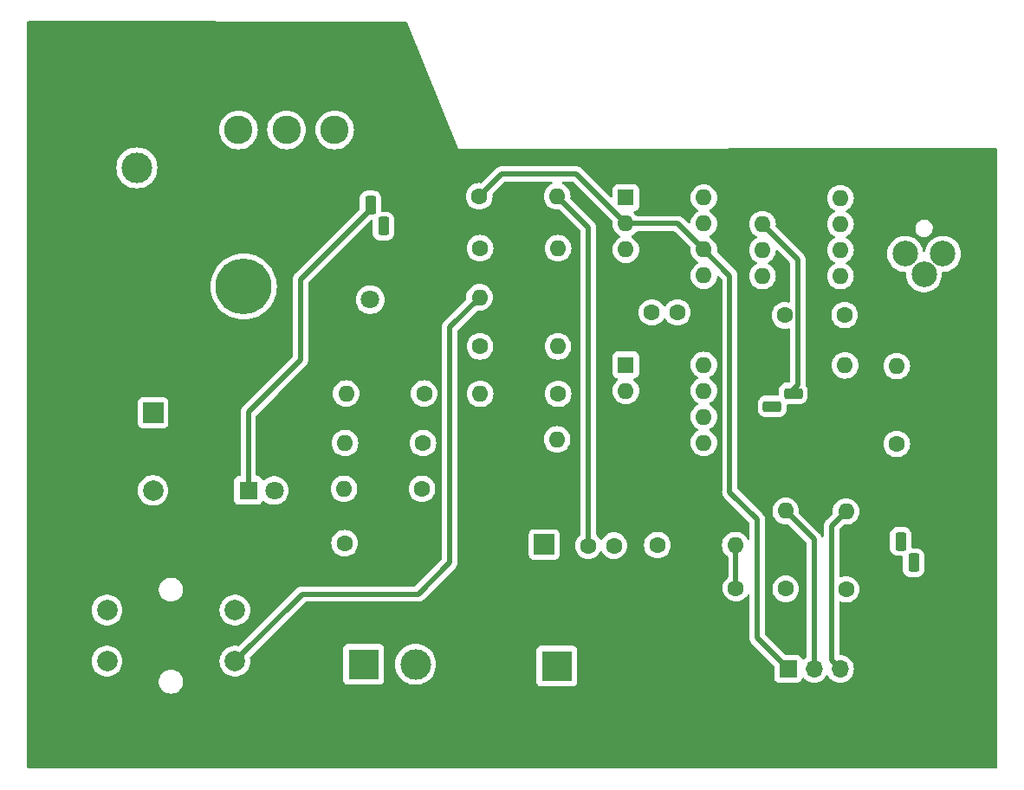
<source format=gbr>
%TF.GenerationSoftware,KiCad,Pcbnew,7.0.6*%
%TF.CreationDate,2023-09-05T08:02:31-07:00*%
%TF.ProjectId,KICAD_lightning_trigger,4b494341-445f-46c6-9967-68746e696e67,rev?*%
%TF.SameCoordinates,Original*%
%TF.FileFunction,Copper,L2,Bot*%
%TF.FilePolarity,Positive*%
%FSLAX46Y46*%
G04 Gerber Fmt 4.6, Leading zero omitted, Abs format (unit mm)*
G04 Created by KiCad (PCBNEW 7.0.6) date 2023-09-05 08:02:31*
%MOMM*%
%LPD*%
G01*
G04 APERTURE LIST*
G04 Aperture macros list*
%AMRoundRect*
0 Rectangle with rounded corners*
0 $1 Rounding radius*
0 $2 $3 $4 $5 $6 $7 $8 $9 X,Y pos of 4 corners*
0 Add a 4 corners polygon primitive as box body*
4,1,4,$2,$3,$4,$5,$6,$7,$8,$9,$2,$3,0*
0 Add four circle primitives for the rounded corners*
1,1,$1+$1,$2,$3*
1,1,$1+$1,$4,$5*
1,1,$1+$1,$6,$7*
1,1,$1+$1,$8,$9*
0 Add four rect primitives between the rounded corners*
20,1,$1+$1,$2,$3,$4,$5,0*
20,1,$1+$1,$4,$5,$6,$7,0*
20,1,$1+$1,$6,$7,$8,$9,0*
20,1,$1+$1,$8,$9,$2,$3,0*%
G04 Aperture macros list end*
%TA.AperFunction,ComponentPad*%
%ADD10C,1.600000*%
%TD*%
%TA.AperFunction,ComponentPad*%
%ADD11O,1.600000X1.600000*%
%TD*%
%TA.AperFunction,ComponentPad*%
%ADD12R,1.700000X1.700000*%
%TD*%
%TA.AperFunction,ComponentPad*%
%ADD13O,1.700000X1.700000*%
%TD*%
%TA.AperFunction,ComponentPad*%
%ADD14R,3.000000X3.000000*%
%TD*%
%TA.AperFunction,ComponentPad*%
%ADD15C,3.000000*%
%TD*%
%TA.AperFunction,ComponentPad*%
%ADD16R,1.600000X1.600000*%
%TD*%
%TA.AperFunction,ComponentPad*%
%ADD17R,1.800000X1.800000*%
%TD*%
%TA.AperFunction,ComponentPad*%
%ADD18C,1.800000*%
%TD*%
%TA.AperFunction,ComponentPad*%
%ADD19C,2.000000*%
%TD*%
%TA.AperFunction,ComponentPad*%
%ADD20R,2.000000X2.000000*%
%TD*%
%TA.AperFunction,ComponentPad*%
%ADD21O,2.000000X2.000000*%
%TD*%
%TA.AperFunction,ComponentPad*%
%ADD22R,2.550000X2.500000*%
%TD*%
%TA.AperFunction,ComponentPad*%
%ADD23C,2.500000*%
%TD*%
%TA.AperFunction,ComponentPad*%
%ADD24R,1.100000X1.800000*%
%TD*%
%TA.AperFunction,ComponentPad*%
%ADD25RoundRect,0.275000X0.275000X0.625000X-0.275000X0.625000X-0.275000X-0.625000X0.275000X-0.625000X0*%
%TD*%
%TA.AperFunction,ComponentPad*%
%ADD26C,5.460000*%
%TD*%
%TA.AperFunction,ComponentPad*%
%ADD27C,4.740000*%
%TD*%
%TA.AperFunction,ComponentPad*%
%ADD28C,2.775000*%
%TD*%
%TA.AperFunction,ComponentPad*%
%ADD29R,1.800000X1.100000*%
%TD*%
%TA.AperFunction,ComponentPad*%
%ADD30RoundRect,0.275000X0.625000X-0.275000X0.625000X0.275000X-0.625000X0.275000X-0.625000X-0.275000X0*%
%TD*%
%TA.AperFunction,Conductor*%
%ADD31C,0.508000*%
%TD*%
G04 APERTURE END LIST*
D10*
%TO.P,R4,1*%
%TO.N,/V1*%
X95180000Y-95940000D03*
D11*
%TO.P,R4,2*%
%TO.N,Net-(C3-Pad1)*%
X102800000Y-95940000D03*
%TD*%
D10*
%TO.P,R7,1*%
%TO.N,Net-(U3--)*%
X112590000Y-130070000D03*
D11*
%TO.P,R7,2*%
%TO.N,Net-(C4-Pad2)*%
X120210000Y-130070000D03*
%TD*%
D10*
%TO.P,R9,1*%
%TO.N,Net-(C4-Pad2)*%
X120260000Y-134280000D03*
D11*
%TO.P,R9,2*%
%TO.N,GND*%
X112640000Y-134280000D03*
%TD*%
D12*
%TO.P,J6,1,Pin_1*%
%TO.N,/V1*%
X125360000Y-142170000D03*
D13*
%TO.P,J6,2,Pin_2*%
%TO.N,/V2*%
X127900000Y-142170000D03*
%TO.P,J6,3,Pin_3*%
%TO.N,/Vout*%
X130440000Y-142170000D03*
%TD*%
D14*
%TO.P,J1,1,Pin_1*%
%TO.N,GND*%
X61720000Y-88080000D03*
D15*
%TO.P,J1,2,Pin_2*%
%TO.N,+9V*%
X61720000Y-93160000D03*
%TD*%
D14*
%TO.P,J4,1,Pin_1*%
%TO.N,/Vin*%
X102760000Y-141900000D03*
D15*
%TO.P,J4,2,Pin_2*%
%TO.N,GND*%
X107840000Y-141900000D03*
%TD*%
D16*
%TO.P,U2,1,NULL*%
%TO.N,unconnected-(U2-NULL-Pad1)*%
X109500000Y-96080000D03*
D11*
%TO.P,U2,2,-*%
%TO.N,/V1*%
X109500000Y-98620000D03*
%TO.P,U2,3,+*%
%TO.N,/Vin*%
X109500000Y-101160000D03*
%TO.P,U2,4,V-*%
%TO.N,GND*%
X109500000Y-103700000D03*
%TO.P,U2,5,NULL*%
%TO.N,unconnected-(U2-NULL-Pad5)*%
X117120000Y-103700000D03*
%TO.P,U2,6*%
%TO.N,/V1*%
X117120000Y-101160000D03*
%TO.P,U2,7,V+*%
%TO.N,/VCC*%
X117120000Y-98620000D03*
%TO.P,U2,8,NC*%
%TO.N,unconnected-(U2-NC-Pad8)*%
X117120000Y-96080000D03*
%TD*%
D17*
%TO.P,D1,1,K*%
%TO.N,GND*%
X87065000Y-106060000D03*
D18*
%TO.P,D1,2,A*%
%TO.N,Net-(D1-A)*%
X84525000Y-106060000D03*
%TD*%
D10*
%TO.P,R3,1*%
%TO.N,GND*%
X130920000Y-120100000D03*
D11*
%TO.P,R3,2*%
%TO.N,/Vout*%
X130920000Y-112480000D03*
%TD*%
D10*
%TO.P,R13,1*%
%TO.N,GND*%
X102840000Y-105820000D03*
D11*
%TO.P,R13,2*%
%TO.N,/TRIG*%
X95220000Y-105820000D03*
%TD*%
D19*
%TO.P,S2,1,1*%
%TO.N,/TRIG*%
X71300000Y-141430000D03*
%TO.P,S2,2,2*%
X58800000Y-141430000D03*
%TO.P,S2,3,3*%
%TO.N,Net-(R1-Pad1)*%
X71300000Y-136430000D03*
%TO.P,S2,4,4*%
X58800000Y-136430000D03*
%TD*%
D20*
%TO.P,D3,1,K*%
%TO.N,/SHUTTER*%
X101530000Y-130020000D03*
D21*
%TO.P,D3,2,A*%
%TO.N,GND*%
X96450000Y-130020000D03*
%TD*%
D10*
%TO.P,R1,1*%
%TO.N,Net-(R1-Pad1)*%
X82020000Y-129880000D03*
D11*
%TO.P,R1,2*%
%TO.N,GND*%
X89640000Y-129880000D03*
%TD*%
D10*
%TO.P,R11,1*%
%TO.N,Net-(Q1-B)*%
X131020000Y-134400000D03*
D11*
%TO.P,R11,2*%
%TO.N,/Vout*%
X131020000Y-126780000D03*
%TD*%
D10*
%TO.P,R16,1*%
%TO.N,GND*%
X95170000Y-119720000D03*
D11*
%TO.P,R16,2*%
%TO.N,/SHUTTER*%
X102790000Y-119720000D03*
%TD*%
D10*
%TO.P,R12,1*%
%TO.N,/TRIG*%
X95260000Y-101020000D03*
D11*
%TO.P,R12,2*%
%TO.N,/VCC*%
X102880000Y-101020000D03*
%TD*%
D22*
%TO.P,J5,1,SLEEVE*%
%TO.N,GND*%
X138650000Y-96680000D03*
D23*
%TO.P,J5,2,TIP_1*%
%TO.N,/SHUTTER*%
X136800000Y-101580000D03*
%TO.P,J5,3,TIP_2*%
X140500000Y-101580000D03*
%TO.P,J5,4,RING*%
X138650000Y-103580000D03*
%TD*%
D24*
%TO.P,Q2,1,E*%
%TO.N,GND*%
X87090000Y-96800000D03*
D25*
%TO.P,Q2,2,B*%
%TO.N,Net-(Q2-B)*%
X85820000Y-98870000D03*
%TO.P,Q2,3,C*%
%TO.N,/SHUTTER_ON*%
X84550000Y-96800000D03*
%TD*%
D10*
%TO.P,R6,1*%
%TO.N,/VCC*%
X89580000Y-124570000D03*
D11*
%TO.P,R6,2*%
%TO.N,Net-(D2-A)*%
X81960000Y-124570000D03*
%TD*%
D26*
%TO.P,J2,1*%
%TO.N,+9V*%
X72160000Y-104770000D03*
D27*
%TO.P,J2,2*%
%TO.N,GND*%
X66160000Y-104770000D03*
%TD*%
D10*
%TO.P,C2,1*%
%TO.N,GND*%
X128390000Y-107560000D03*
%TO.P,C2,2*%
%TO.N,Net-(U1-DIS)*%
X130890000Y-107560000D03*
%TD*%
%TO.P,R8,1*%
%TO.N,/VCC*%
X89680000Y-120080000D03*
D11*
%TO.P,R8,2*%
%TO.N,Net-(BZ1--)*%
X82060000Y-120080000D03*
%TD*%
D28*
%TO.P,S1,1,NC*%
%TO.N,unconnected-(S1-NC-Pad1)*%
X71650000Y-89450000D03*
%TO.P,S1,2,COM*%
%TO.N,+9V*%
X76350000Y-89450000D03*
%TO.P,S1,3,NO*%
%TO.N,/VCC*%
X81050000Y-89450000D03*
%TD*%
D17*
%TO.P,D2,1,K*%
%TO.N,/SHUTTER_ON*%
X72605000Y-124730000D03*
D18*
%TO.P,D2,2,A*%
%TO.N,Net-(D2-A)*%
X75145000Y-124730000D03*
%TD*%
D10*
%TO.P,C3,1*%
%TO.N,Net-(C3-Pad1)*%
X105840000Y-130120000D03*
%TO.P,C3,2*%
%TO.N,Net-(U3--)*%
X108340000Y-130120000D03*
%TD*%
D20*
%TO.P,BZ1,1,-*%
%TO.N,Net-(BZ1--)*%
X63300000Y-117120000D03*
D19*
%TO.P,BZ1,2,+*%
%TO.N,/SHUTTER_ON*%
X63300000Y-124720000D03*
%TD*%
D24*
%TO.P,Q1,1,E*%
%TO.N,GND*%
X138900000Y-129720000D03*
D25*
%TO.P,Q1,2,B*%
%TO.N,Net-(Q1-B)*%
X137630000Y-131790000D03*
%TO.P,Q1,3,C*%
%TO.N,/SHUTTER*%
X136360000Y-129720000D03*
%TD*%
D10*
%TO.P,R14,1*%
%TO.N,Net-(Q2-B)*%
X95250000Y-110620000D03*
D11*
%TO.P,R14,2*%
%TO.N,/Vout*%
X102870000Y-110620000D03*
%TD*%
D10*
%TO.P,C1,1*%
%TO.N,GND*%
X122550000Y-107580000D03*
%TO.P,C1,2*%
%TO.N,Net-(U1-CV)*%
X125050000Y-107580000D03*
%TD*%
%TO.P,R10,1*%
%TO.N,Net-(C4-Pad2)*%
X125130000Y-134350000D03*
D11*
%TO.P,R10,2*%
%TO.N,/V2*%
X125130000Y-126730000D03*
%TD*%
D14*
%TO.P,J3,1,Pin_1*%
%TO.N,/VCC*%
X83870000Y-141740000D03*
D15*
%TO.P,J3,2,Pin_2*%
%TO.N,/Vin*%
X88950000Y-141740000D03*
%TD*%
D16*
%TO.P,U3,1,NULL*%
%TO.N,unconnected-(U3-NULL-Pad1)*%
X109500000Y-112440000D03*
D11*
%TO.P,U3,2,-*%
%TO.N,Net-(U3--)*%
X109500000Y-114980000D03*
%TO.P,U3,3,+*%
%TO.N,GND*%
X109500000Y-117520000D03*
%TO.P,U3,4,V-*%
X109500000Y-120060000D03*
%TO.P,U3,5,NULL*%
%TO.N,unconnected-(U3-NULL-Pad5)*%
X117120000Y-120060000D03*
%TO.P,U3,6*%
%TO.N,Net-(C4-Pad2)*%
X117120000Y-117520000D03*
%TO.P,U3,7,V+*%
%TO.N,/VCC*%
X117120000Y-114980000D03*
%TO.P,U3,8,NC*%
%TO.N,unconnected-(U3-NC-Pad8)*%
X117120000Y-112440000D03*
%TD*%
D29*
%TO.P,Q3,1,E*%
%TO.N,GND*%
X125880000Y-117770000D03*
D30*
%TO.P,Q3,2,B*%
%TO.N,/V2*%
X123810000Y-116500000D03*
%TO.P,Q3,3,C*%
%TO.N,/TRIG*%
X125880000Y-115230000D03*
%TD*%
D10*
%TO.P,R5,1*%
%TO.N,/VCC*%
X89790000Y-115240000D03*
D11*
%TO.P,R5,2*%
%TO.N,Net-(D1-A)*%
X82170000Y-115240000D03*
%TD*%
D16*
%TO.P,U1,1,GND*%
%TO.N,GND*%
X122860000Y-96130000D03*
D11*
%TO.P,U1,2,TR*%
%TO.N,/TRIG*%
X122860000Y-98670000D03*
%TO.P,U1,3,Q*%
%TO.N,/Vout*%
X122860000Y-101210000D03*
%TO.P,U1,4,R*%
%TO.N,/VCC*%
X122860000Y-103750000D03*
%TO.P,U1,5,CV*%
%TO.N,Net-(U1-CV)*%
X130480000Y-103750000D03*
%TO.P,U1,6,THR*%
%TO.N,Net-(U1-DIS)*%
X130480000Y-101210000D03*
%TO.P,U1,7,DIS*%
X130480000Y-98670000D03*
%TO.P,U1,8,VCC*%
%TO.N,/VCC*%
X130480000Y-96130000D03*
%TD*%
D10*
%TO.P,C4,1*%
%TO.N,Net-(U3--)*%
X112050000Y-107300000D03*
%TO.P,C4,2*%
%TO.N,Net-(C4-Pad2)*%
X114550000Y-107300000D03*
%TD*%
%TO.P,R15,1*%
%TO.N,/SHUTTER*%
X102890000Y-115260000D03*
D11*
%TO.P,R15,2*%
%TO.N,/VCC*%
X95270000Y-115260000D03*
%TD*%
D10*
%TO.P,R2,1*%
%TO.N,/VCC*%
X135980000Y-120170000D03*
D11*
%TO.P,R2,2*%
%TO.N,Net-(U1-DIS)*%
X135980000Y-112550000D03*
%TD*%
D31*
%TO.N,/SHUTTER_ON*%
X77690000Y-111980000D02*
X72605000Y-117065000D01*
X72605000Y-117065000D02*
X72605000Y-124730000D01*
X84550000Y-97200000D02*
X77690000Y-104060000D01*
X77690000Y-104060000D02*
X77690000Y-111980000D01*
%TO.N,Net-(C3-Pad1)*%
X105840000Y-98980000D02*
X105840000Y-130120000D01*
X102800000Y-95940000D02*
X105840000Y-98980000D01*
%TO.N,Net-(C4-Pad2)*%
X120260000Y-130120000D02*
X120210000Y-130070000D01*
X120260000Y-134280000D02*
X120260000Y-130120000D01*
%TO.N,/V1*%
X125360000Y-142170000D02*
X122360000Y-139170000D01*
X109500000Y-98620000D02*
X114580000Y-98620000D01*
X122360000Y-139170000D02*
X122360000Y-127560000D01*
X95180000Y-95940000D02*
X97360000Y-93760000D01*
X119670000Y-103710000D02*
X117120000Y-101160000D01*
X104640000Y-93760000D02*
X109500000Y-98620000D01*
X114580000Y-98620000D02*
X117120000Y-101160000D01*
X122360000Y-127560000D02*
X119670000Y-124870000D01*
X119670000Y-124870000D02*
X119670000Y-103710000D01*
X97360000Y-93760000D02*
X104640000Y-93760000D01*
%TO.N,/V2*%
X127900000Y-142170000D02*
X127900000Y-129500000D01*
X127900000Y-129500000D02*
X125130000Y-126730000D01*
%TO.N,/Vout*%
X129590000Y-141320000D02*
X129590000Y-128210000D01*
X130440000Y-142170000D02*
X129590000Y-141320000D01*
X129590000Y-128210000D02*
X131020000Y-126780000D01*
%TO.N,/TRIG*%
X126304000Y-102114000D02*
X126304000Y-114406000D01*
X122860000Y-98670000D02*
X126304000Y-102114000D01*
X92280000Y-131790000D02*
X89210000Y-134860000D01*
X126304000Y-114406000D02*
X125480000Y-115230000D01*
X89210000Y-134860000D02*
X77870000Y-134860000D01*
X92280000Y-108760000D02*
X92280000Y-131790000D01*
X95220000Y-105820000D02*
X92280000Y-108760000D01*
X77870000Y-134860000D02*
X71300000Y-141430000D01*
%TD*%
%TA.AperFunction,Conductor*%
%TO.N,GND*%
G36*
X87986256Y-78830431D02*
G01*
X88053279Y-78850170D01*
X88098991Y-78903011D01*
X88101043Y-78907775D01*
X93125002Y-91279023D01*
X93125170Y-91279585D01*
X93129537Y-91290190D01*
X93129616Y-91290381D01*
X93129617Y-91290382D01*
X93129618Y-91290384D01*
X93129619Y-91290384D01*
X93129696Y-91290460D01*
X93129912Y-91290551D01*
X93131735Y-91290518D01*
X93159433Y-91290814D01*
X93160864Y-91290458D01*
X145655399Y-91220664D01*
X145722462Y-91240260D01*
X145768287Y-91293003D01*
X145779561Y-91344603D01*
X145809437Y-151805452D01*
X145789786Y-151872501D01*
X145737004Y-151918282D01*
X145685450Y-151929513D01*
X51124478Y-151939485D01*
X51057437Y-151919808D01*
X51011676Y-151867008D01*
X51000465Y-151815519D01*
X51000462Y-151805452D01*
X50998202Y-143538926D01*
X63874500Y-143538926D01*
X63914530Y-143753069D01*
X63949677Y-143843793D01*
X63993226Y-143956207D01*
X63993229Y-143956213D01*
X64107906Y-144141423D01*
X64107912Y-144141432D01*
X64254678Y-144302427D01*
X64428528Y-144433712D01*
X64623541Y-144530817D01*
X64833077Y-144590435D01*
X64995653Y-144605500D01*
X64995656Y-144605500D01*
X65104344Y-144605500D01*
X65104347Y-144605500D01*
X65266923Y-144590435D01*
X65476459Y-144530817D01*
X65671472Y-144433712D01*
X65845322Y-144302427D01*
X65992088Y-144141432D01*
X66106772Y-143956210D01*
X66185470Y-143753069D01*
X66225500Y-143538926D01*
X66225500Y-143321074D01*
X66219293Y-143287870D01*
X81869500Y-143287870D01*
X81869501Y-143287876D01*
X81875908Y-143347483D01*
X81926202Y-143482328D01*
X81926206Y-143482335D01*
X82012452Y-143597544D01*
X82012455Y-143597547D01*
X82127664Y-143683793D01*
X82127671Y-143683797D01*
X82262517Y-143734091D01*
X82262516Y-143734091D01*
X82269444Y-143734835D01*
X82322127Y-143740500D01*
X85417872Y-143740499D01*
X85477483Y-143734091D01*
X85612331Y-143683796D01*
X85727546Y-143597546D01*
X85813796Y-143482331D01*
X85864091Y-143347483D01*
X85870500Y-143287873D01*
X85870500Y-141740001D01*
X86944390Y-141740001D01*
X86964804Y-142025433D01*
X87025628Y-142305037D01*
X87025630Y-142305043D01*
X87025631Y-142305046D01*
X87063064Y-142405408D01*
X87125635Y-142573166D01*
X87262770Y-142824309D01*
X87262775Y-142824317D01*
X87434254Y-143053387D01*
X87434270Y-143053405D01*
X87636594Y-143255729D01*
X87636612Y-143255745D01*
X87865682Y-143427224D01*
X87865690Y-143427229D01*
X88116833Y-143564364D01*
X88116832Y-143564364D01*
X88116836Y-143564365D01*
X88116839Y-143564367D01*
X88384954Y-143664369D01*
X88384960Y-143664370D01*
X88384962Y-143664371D01*
X88664566Y-143725195D01*
X88664568Y-143725195D01*
X88664572Y-143725196D01*
X88918220Y-143743337D01*
X88949999Y-143745610D01*
X88950000Y-143745610D01*
X88950001Y-143745610D01*
X88978595Y-143743564D01*
X89235428Y-143725196D01*
X89425742Y-143683796D01*
X89515037Y-143664371D01*
X89515037Y-143664370D01*
X89515046Y-143664369D01*
X89783161Y-143564367D01*
X89996508Y-143447870D01*
X100759500Y-143447870D01*
X100759501Y-143447876D01*
X100765908Y-143507483D01*
X100816202Y-143642328D01*
X100816206Y-143642335D01*
X100902452Y-143757544D01*
X100902455Y-143757547D01*
X101017664Y-143843793D01*
X101017671Y-143843797D01*
X101152517Y-143894091D01*
X101152516Y-143894091D01*
X101159444Y-143894835D01*
X101212127Y-143900500D01*
X104307872Y-143900499D01*
X104367483Y-143894091D01*
X104502331Y-143843796D01*
X104617546Y-143757546D01*
X104703796Y-143642331D01*
X104754091Y-143507483D01*
X104760500Y-143447873D01*
X104760499Y-140352128D01*
X104754091Y-140292517D01*
X104716648Y-140192128D01*
X104703797Y-140157671D01*
X104703793Y-140157664D01*
X104617547Y-140042455D01*
X104617544Y-140042452D01*
X104502335Y-139956206D01*
X104502328Y-139956202D01*
X104367482Y-139905908D01*
X104367483Y-139905908D01*
X104307883Y-139899501D01*
X104307881Y-139899500D01*
X104307873Y-139899500D01*
X104307864Y-139899500D01*
X101212129Y-139899500D01*
X101212123Y-139899501D01*
X101152516Y-139905908D01*
X101017671Y-139956202D01*
X101017664Y-139956206D01*
X100902455Y-140042452D01*
X100902452Y-140042455D01*
X100816206Y-140157664D01*
X100816202Y-140157671D01*
X100765908Y-140292517D01*
X100759501Y-140352116D01*
X100759501Y-140352123D01*
X100759500Y-140352135D01*
X100759500Y-143447870D01*
X89996508Y-143447870D01*
X90034315Y-143427226D01*
X90263395Y-143255739D01*
X90465739Y-143053395D01*
X90637226Y-142824315D01*
X90774367Y-142573161D01*
X90874369Y-142305046D01*
X90935196Y-142025428D01*
X90955610Y-141740000D01*
X90935196Y-141454572D01*
X90929849Y-141429994D01*
X90874371Y-141174962D01*
X90874370Y-141174960D01*
X90874369Y-141174954D01*
X90774367Y-140906839D01*
X90768501Y-140896097D01*
X90637229Y-140655690D01*
X90637224Y-140655682D01*
X90465745Y-140426612D01*
X90465729Y-140426594D01*
X90263405Y-140224270D01*
X90263387Y-140224254D01*
X90034317Y-140052775D01*
X90034309Y-140052770D01*
X89783166Y-139915635D01*
X89783167Y-139915635D01*
X89675915Y-139875632D01*
X89515046Y-139815631D01*
X89515043Y-139815630D01*
X89515037Y-139815628D01*
X89235433Y-139754804D01*
X88950001Y-139734390D01*
X88949999Y-139734390D01*
X88664566Y-139754804D01*
X88384962Y-139815628D01*
X88116833Y-139915635D01*
X87865690Y-140052770D01*
X87865682Y-140052775D01*
X87636612Y-140224254D01*
X87636594Y-140224270D01*
X87434270Y-140426594D01*
X87434254Y-140426612D01*
X87262775Y-140655682D01*
X87262770Y-140655690D01*
X87125635Y-140906833D01*
X87025628Y-141174962D01*
X86964804Y-141454566D01*
X86944390Y-141739998D01*
X86944390Y-141740001D01*
X85870500Y-141740001D01*
X85870499Y-140192128D01*
X85864091Y-140132517D01*
X85834347Y-140052770D01*
X85813797Y-139997671D01*
X85813793Y-139997664D01*
X85727547Y-139882455D01*
X85727544Y-139882452D01*
X85612335Y-139796206D01*
X85612328Y-139796202D01*
X85477482Y-139745908D01*
X85477483Y-139745908D01*
X85417883Y-139739501D01*
X85417881Y-139739500D01*
X85417873Y-139739500D01*
X85417864Y-139739500D01*
X82322129Y-139739500D01*
X82322123Y-139739501D01*
X82262516Y-139745908D01*
X82127671Y-139796202D01*
X82127664Y-139796206D01*
X82012455Y-139882452D01*
X82012452Y-139882455D01*
X81926206Y-139997664D01*
X81926202Y-139997671D01*
X81875908Y-140132517D01*
X81869501Y-140192116D01*
X81869501Y-140192123D01*
X81869500Y-140192135D01*
X81869500Y-143287870D01*
X66219293Y-143287870D01*
X66185470Y-143106931D01*
X66106772Y-142903790D01*
X66097967Y-142889570D01*
X65992093Y-142718576D01*
X65992092Y-142718575D01*
X65992088Y-142718568D01*
X65845322Y-142557573D01*
X65671472Y-142426288D01*
X65671471Y-142426288D01*
X65476462Y-142329184D01*
X65476459Y-142329183D01*
X65266923Y-142269565D01*
X65266920Y-142269564D01*
X65266918Y-142269564D01*
X65159819Y-142259640D01*
X65104347Y-142254500D01*
X64995653Y-142254500D01*
X64945845Y-142259115D01*
X64833081Y-142269564D01*
X64623537Y-142329184D01*
X64428527Y-142426288D01*
X64254676Y-142557574D01*
X64107913Y-142718566D01*
X64107906Y-142718576D01*
X63993229Y-142903786D01*
X63993226Y-142903792D01*
X63939919Y-143041395D01*
X63914530Y-143106931D01*
X63874500Y-143321074D01*
X63874500Y-143538926D01*
X50998202Y-143538926D01*
X50997625Y-141430005D01*
X57294357Y-141430005D01*
X57314890Y-141677812D01*
X57314892Y-141677824D01*
X57375936Y-141918881D01*
X57475826Y-142146606D01*
X57611833Y-142354782D01*
X57611836Y-142354785D01*
X57780256Y-142537738D01*
X57976491Y-142690474D01*
X58195190Y-142808828D01*
X58430386Y-142889571D01*
X58675665Y-142930500D01*
X58924335Y-142930500D01*
X59169614Y-142889571D01*
X59404810Y-142808828D01*
X59623509Y-142690474D01*
X59819744Y-142537738D01*
X59988164Y-142354785D01*
X60124173Y-142146607D01*
X60224063Y-141918881D01*
X60285108Y-141677821D01*
X60285109Y-141677812D01*
X60305643Y-141430005D01*
X69794357Y-141430005D01*
X69814890Y-141677812D01*
X69814892Y-141677824D01*
X69875936Y-141918881D01*
X69975826Y-142146606D01*
X70111833Y-142354782D01*
X70111836Y-142354785D01*
X70280256Y-142537738D01*
X70476491Y-142690474D01*
X70695190Y-142808828D01*
X70930386Y-142889571D01*
X71175665Y-142930500D01*
X71424335Y-142930500D01*
X71669614Y-142889571D01*
X71904810Y-142808828D01*
X72123509Y-142690474D01*
X72319744Y-142537738D01*
X72488164Y-142354785D01*
X72624173Y-142146607D01*
X72724063Y-141918881D01*
X72785108Y-141677821D01*
X72785109Y-141677812D01*
X72805643Y-141430005D01*
X72805643Y-141429994D01*
X72785109Y-141182187D01*
X72785108Y-141182183D01*
X72785108Y-141182179D01*
X72785105Y-141182166D01*
X72768000Y-141114620D01*
X72770624Y-141044800D01*
X72800522Y-140996500D01*
X78146204Y-135650819D01*
X78207528Y-135617334D01*
X78233886Y-135614500D01*
X89146000Y-135614500D01*
X89163969Y-135615809D01*
X89169350Y-135616596D01*
X89187906Y-135619315D01*
X89240248Y-135614735D01*
X89245649Y-135614500D01*
X89253934Y-135614500D01*
X89253941Y-135614500D01*
X89286674Y-135610674D01*
X89363612Y-135603943D01*
X89363615Y-135603941D01*
X89370693Y-135602481D01*
X89370704Y-135602535D01*
X89378163Y-135600881D01*
X89378151Y-135600827D01*
X89385178Y-135599160D01*
X89385184Y-135599160D01*
X89439600Y-135579354D01*
X89457740Y-135572752D01*
X89531034Y-135548465D01*
X89537581Y-135545412D01*
X89537604Y-135545462D01*
X89544498Y-135542125D01*
X89544473Y-135542075D01*
X89550916Y-135538838D01*
X89550924Y-135538836D01*
X89593937Y-135510545D01*
X89615443Y-135496401D01*
X89645051Y-135478138D01*
X89681154Y-135455870D01*
X89681159Y-135455864D01*
X89686823Y-135451387D01*
X89686857Y-135451430D01*
X89692782Y-135446604D01*
X89692747Y-135446562D01*
X89698283Y-135441916D01*
X89698282Y-135441916D01*
X89698285Y-135441915D01*
X89751271Y-135385752D01*
X92768264Y-132368758D01*
X92781883Y-132356988D01*
X92801294Y-132342539D01*
X92835075Y-132302279D01*
X92838709Y-132298313D01*
X92844583Y-132292441D01*
X92865027Y-132266584D01*
X92914667Y-132207427D01*
X92914669Y-132207422D01*
X92918637Y-132201390D01*
X92918683Y-132201420D01*
X92922795Y-132194965D01*
X92922748Y-132194936D01*
X92926532Y-132188799D01*
X92926539Y-132188791D01*
X92959172Y-132118808D01*
X92993824Y-132049811D01*
X92993826Y-132049799D01*
X92996293Y-132043024D01*
X92996346Y-132043043D01*
X92998858Y-132035815D01*
X92998807Y-132035798D01*
X93001077Y-132028945D01*
X93001077Y-132028943D01*
X93001079Y-132028940D01*
X93016695Y-131953310D01*
X93034500Y-131878188D01*
X93034500Y-131878183D01*
X93035338Y-131871015D01*
X93035392Y-131871021D01*
X93036170Y-131863405D01*
X93036117Y-131863401D01*
X93036746Y-131856210D01*
X93034500Y-131779018D01*
X93034500Y-131067870D01*
X100029500Y-131067870D01*
X100029501Y-131067876D01*
X100035908Y-131127483D01*
X100086202Y-131262328D01*
X100086206Y-131262335D01*
X100172452Y-131377544D01*
X100172455Y-131377547D01*
X100287664Y-131463793D01*
X100287671Y-131463797D01*
X100422517Y-131514091D01*
X100422516Y-131514091D01*
X100429444Y-131514835D01*
X100482127Y-131520500D01*
X102577872Y-131520499D01*
X102637483Y-131514091D01*
X102772331Y-131463796D01*
X102887546Y-131377546D01*
X102973796Y-131262331D01*
X103024091Y-131127483D01*
X103030500Y-131067873D01*
X103030499Y-128972128D01*
X103024091Y-128912517D01*
X103011945Y-128879953D01*
X102973797Y-128777671D01*
X102973793Y-128777664D01*
X102887547Y-128662455D01*
X102887544Y-128662452D01*
X102772335Y-128576206D01*
X102772328Y-128576202D01*
X102637482Y-128525908D01*
X102637483Y-128525908D01*
X102577883Y-128519501D01*
X102577881Y-128519500D01*
X102577873Y-128519500D01*
X102577864Y-128519500D01*
X100482129Y-128519500D01*
X100482123Y-128519501D01*
X100422516Y-128525908D01*
X100287671Y-128576202D01*
X100287664Y-128576206D01*
X100172455Y-128662452D01*
X100172452Y-128662455D01*
X100086206Y-128777664D01*
X100086202Y-128777671D01*
X100035908Y-128912517D01*
X100029501Y-128972116D01*
X100029501Y-128972123D01*
X100029500Y-128972135D01*
X100029500Y-131067870D01*
X93034500Y-131067870D01*
X93034500Y-119720001D01*
X101484532Y-119720001D01*
X101504364Y-119946686D01*
X101504366Y-119946697D01*
X101563258Y-120166488D01*
X101563261Y-120166497D01*
X101659431Y-120372732D01*
X101659432Y-120372734D01*
X101789954Y-120559141D01*
X101950858Y-120720045D01*
X101950861Y-120720047D01*
X102137266Y-120850568D01*
X102343504Y-120946739D01*
X102563308Y-121005635D01*
X102725230Y-121019801D01*
X102789998Y-121025468D01*
X102790000Y-121025468D01*
X102790002Y-121025468D01*
X102846673Y-121020509D01*
X103016692Y-121005635D01*
X103236496Y-120946739D01*
X103442734Y-120850568D01*
X103629139Y-120720047D01*
X103790047Y-120559139D01*
X103920568Y-120372734D01*
X104016739Y-120166496D01*
X104075635Y-119946692D01*
X104095161Y-119723511D01*
X104095468Y-119720001D01*
X104095468Y-119719998D01*
X104075635Y-119493313D01*
X104075635Y-119493308D01*
X104016739Y-119273504D01*
X103920568Y-119067266D01*
X103790047Y-118880861D01*
X103790045Y-118880858D01*
X103629141Y-118719954D01*
X103442734Y-118589432D01*
X103442732Y-118589431D01*
X103236497Y-118493261D01*
X103236488Y-118493258D01*
X103016697Y-118434366D01*
X103016693Y-118434365D01*
X103016692Y-118434365D01*
X103016691Y-118434364D01*
X103016686Y-118434364D01*
X102790002Y-118414532D01*
X102789998Y-118414532D01*
X102563313Y-118434364D01*
X102563302Y-118434366D01*
X102343511Y-118493258D01*
X102343502Y-118493261D01*
X102137267Y-118589431D01*
X102137265Y-118589432D01*
X101950858Y-118719954D01*
X101789954Y-118880858D01*
X101659432Y-119067265D01*
X101659431Y-119067267D01*
X101563261Y-119273502D01*
X101563258Y-119273511D01*
X101504366Y-119493302D01*
X101504364Y-119493313D01*
X101484532Y-119719998D01*
X101484532Y-119720001D01*
X93034500Y-119720001D01*
X93034500Y-115260001D01*
X93964532Y-115260001D01*
X93984364Y-115486686D01*
X93984366Y-115486697D01*
X94043258Y-115706488D01*
X94043261Y-115706497D01*
X94139431Y-115912732D01*
X94139432Y-115912734D01*
X94269954Y-116099141D01*
X94430858Y-116260045D01*
X94439134Y-116265840D01*
X94617266Y-116390568D01*
X94823504Y-116486739D01*
X94823509Y-116486740D01*
X94823511Y-116486741D01*
X94865572Y-116498011D01*
X95043308Y-116545635D01*
X95205230Y-116559801D01*
X95269998Y-116565468D01*
X95270000Y-116565468D01*
X95270002Y-116565468D01*
X95326672Y-116560509D01*
X95496692Y-116545635D01*
X95716496Y-116486739D01*
X95922734Y-116390568D01*
X96109139Y-116260047D01*
X96270047Y-116099139D01*
X96400568Y-115912734D01*
X96496739Y-115706496D01*
X96555635Y-115486692D01*
X96575468Y-115260001D01*
X101584532Y-115260001D01*
X101604364Y-115486686D01*
X101604366Y-115486697D01*
X101663258Y-115706488D01*
X101663261Y-115706497D01*
X101759431Y-115912732D01*
X101759432Y-115912734D01*
X101889954Y-116099141D01*
X102050858Y-116260045D01*
X102059134Y-116265840D01*
X102237266Y-116390568D01*
X102443504Y-116486739D01*
X102443509Y-116486740D01*
X102443511Y-116486741D01*
X102485572Y-116498011D01*
X102663308Y-116545635D01*
X102825230Y-116559801D01*
X102889998Y-116565468D01*
X102890000Y-116565468D01*
X102890002Y-116565468D01*
X102946673Y-116560509D01*
X103116692Y-116545635D01*
X103336496Y-116486739D01*
X103542734Y-116390568D01*
X103729139Y-116260047D01*
X103890047Y-116099139D01*
X104020568Y-115912734D01*
X104116739Y-115706496D01*
X104175635Y-115486692D01*
X104195468Y-115260000D01*
X104175635Y-115033308D01*
X104116739Y-114813504D01*
X104020568Y-114607266D01*
X103890047Y-114420861D01*
X103890045Y-114420858D01*
X103729141Y-114259954D01*
X103542734Y-114129432D01*
X103542732Y-114129431D01*
X103336497Y-114033261D01*
X103336488Y-114033258D01*
X103116697Y-113974366D01*
X103116693Y-113974365D01*
X103116692Y-113974365D01*
X103116691Y-113974364D01*
X103116686Y-113974364D01*
X102890002Y-113954532D01*
X102889998Y-113954532D01*
X102663313Y-113974364D01*
X102663302Y-113974366D01*
X102443511Y-114033258D01*
X102443502Y-114033261D01*
X102237267Y-114129431D01*
X102237265Y-114129432D01*
X102050858Y-114259954D01*
X101889954Y-114420858D01*
X101759432Y-114607265D01*
X101759431Y-114607267D01*
X101663261Y-114813502D01*
X101663258Y-114813511D01*
X101604366Y-115033302D01*
X101604364Y-115033313D01*
X101584532Y-115259998D01*
X101584532Y-115260001D01*
X96575468Y-115260001D01*
X96575468Y-115260000D01*
X96555635Y-115033308D01*
X96496739Y-114813504D01*
X96400568Y-114607266D01*
X96270047Y-114420861D01*
X96270045Y-114420858D01*
X96109141Y-114259954D01*
X95922734Y-114129432D01*
X95922732Y-114129431D01*
X95716497Y-114033261D01*
X95716488Y-114033258D01*
X95496697Y-113974366D01*
X95496693Y-113974365D01*
X95496692Y-113974365D01*
X95496691Y-113974364D01*
X95496686Y-113974364D01*
X95270002Y-113954532D01*
X95269998Y-113954532D01*
X95043313Y-113974364D01*
X95043302Y-113974366D01*
X94823511Y-114033258D01*
X94823502Y-114033261D01*
X94617267Y-114129431D01*
X94617265Y-114129432D01*
X94430858Y-114259954D01*
X94269954Y-114420858D01*
X94139432Y-114607265D01*
X94139431Y-114607267D01*
X94043261Y-114813502D01*
X94043258Y-114813511D01*
X93984366Y-115033302D01*
X93984364Y-115033313D01*
X93964532Y-115259998D01*
X93964532Y-115260001D01*
X93034500Y-115260001D01*
X93034500Y-110620001D01*
X93944532Y-110620001D01*
X93964364Y-110846686D01*
X93964366Y-110846697D01*
X94023258Y-111066488D01*
X94023261Y-111066497D01*
X94119431Y-111272732D01*
X94119432Y-111272734D01*
X94249954Y-111459141D01*
X94410858Y-111620045D01*
X94410861Y-111620047D01*
X94597266Y-111750568D01*
X94803504Y-111846739D01*
X95023308Y-111905635D01*
X95185230Y-111919801D01*
X95249998Y-111925468D01*
X95250000Y-111925468D01*
X95250002Y-111925468D01*
X95306672Y-111920509D01*
X95476692Y-111905635D01*
X95696496Y-111846739D01*
X95902734Y-111750568D01*
X96089139Y-111620047D01*
X96250047Y-111459139D01*
X96380568Y-111272734D01*
X96476739Y-111066496D01*
X96535635Y-110846692D01*
X96555468Y-110620001D01*
X101564532Y-110620001D01*
X101584364Y-110846686D01*
X101584366Y-110846697D01*
X101643258Y-111066488D01*
X101643261Y-111066497D01*
X101739431Y-111272732D01*
X101739432Y-111272734D01*
X101869954Y-111459141D01*
X102030858Y-111620045D01*
X102030861Y-111620047D01*
X102217266Y-111750568D01*
X102423504Y-111846739D01*
X102643308Y-111905635D01*
X102805230Y-111919801D01*
X102869998Y-111925468D01*
X102870000Y-111925468D01*
X102870002Y-111925468D01*
X102926673Y-111920509D01*
X103096692Y-111905635D01*
X103316496Y-111846739D01*
X103522734Y-111750568D01*
X103709139Y-111620047D01*
X103870047Y-111459139D01*
X104000568Y-111272734D01*
X104096739Y-111066496D01*
X104155635Y-110846692D01*
X104175468Y-110620000D01*
X104155635Y-110393308D01*
X104096739Y-110173504D01*
X104000568Y-109967266D01*
X103870047Y-109780861D01*
X103870045Y-109780858D01*
X103709141Y-109619954D01*
X103522734Y-109489432D01*
X103522732Y-109489431D01*
X103316497Y-109393261D01*
X103316488Y-109393258D01*
X103096697Y-109334366D01*
X103096693Y-109334365D01*
X103096692Y-109334365D01*
X103096691Y-109334364D01*
X103096686Y-109334364D01*
X102870002Y-109314532D01*
X102869998Y-109314532D01*
X102643313Y-109334364D01*
X102643302Y-109334366D01*
X102423511Y-109393258D01*
X102423502Y-109393261D01*
X102217267Y-109489431D01*
X102217265Y-109489432D01*
X102030858Y-109619954D01*
X101869954Y-109780858D01*
X101739432Y-109967265D01*
X101739431Y-109967267D01*
X101643261Y-110173502D01*
X101643258Y-110173511D01*
X101584366Y-110393302D01*
X101584364Y-110393313D01*
X101564532Y-110619998D01*
X101564532Y-110620001D01*
X96555468Y-110620001D01*
X96555468Y-110620000D01*
X96535635Y-110393308D01*
X96476739Y-110173504D01*
X96380568Y-109967266D01*
X96250047Y-109780861D01*
X96250045Y-109780858D01*
X96089141Y-109619954D01*
X95902734Y-109489432D01*
X95902732Y-109489431D01*
X95696497Y-109393261D01*
X95696488Y-109393258D01*
X95476697Y-109334366D01*
X95476693Y-109334365D01*
X95476692Y-109334365D01*
X95476691Y-109334364D01*
X95476686Y-109334364D01*
X95250002Y-109314532D01*
X95249998Y-109314532D01*
X95023313Y-109334364D01*
X95023302Y-109334366D01*
X94803511Y-109393258D01*
X94803502Y-109393261D01*
X94597267Y-109489431D01*
X94597265Y-109489432D01*
X94410858Y-109619954D01*
X94249954Y-109780858D01*
X94119432Y-109967265D01*
X94119431Y-109967267D01*
X94023261Y-110173502D01*
X94023258Y-110173511D01*
X93964366Y-110393302D01*
X93964364Y-110393313D01*
X93944532Y-110619998D01*
X93944532Y-110620001D01*
X93034500Y-110620001D01*
X93034500Y-109123885D01*
X93054185Y-109056846D01*
X93070814Y-109036209D01*
X94959853Y-107147169D01*
X95021174Y-107113686D01*
X95058336Y-107111324D01*
X95197384Y-107123489D01*
X95219999Y-107125468D01*
X95220000Y-107125468D01*
X95220002Y-107125468D01*
X95276673Y-107120509D01*
X95446692Y-107105635D01*
X95666496Y-107046739D01*
X95872734Y-106950568D01*
X96059139Y-106820047D01*
X96220047Y-106659139D01*
X96350568Y-106472734D01*
X96446739Y-106266496D01*
X96505635Y-106046692D01*
X96525468Y-105820000D01*
X96505635Y-105593308D01*
X96460916Y-105426415D01*
X96446741Y-105373511D01*
X96446738Y-105373502D01*
X96350568Y-105167267D01*
X96350567Y-105167265D01*
X96220045Y-104980858D01*
X96059141Y-104819954D01*
X95872734Y-104689432D01*
X95872732Y-104689431D01*
X95666497Y-104593261D01*
X95666488Y-104593258D01*
X95446697Y-104534366D01*
X95446693Y-104534365D01*
X95446692Y-104534365D01*
X95446691Y-104534364D01*
X95446686Y-104534364D01*
X95220002Y-104514532D01*
X95219998Y-104514532D01*
X94993313Y-104534364D01*
X94993302Y-104534366D01*
X94773511Y-104593258D01*
X94773502Y-104593261D01*
X94567267Y-104689431D01*
X94567265Y-104689432D01*
X94380858Y-104819954D01*
X94219954Y-104980858D01*
X94089432Y-105167265D01*
X94089431Y-105167267D01*
X93993261Y-105373502D01*
X93993258Y-105373511D01*
X93934366Y-105593302D01*
X93934364Y-105593313D01*
X93914532Y-105819998D01*
X93914532Y-105820003D01*
X93928674Y-105981660D01*
X93914907Y-106050159D01*
X93892827Y-106080147D01*
X91791742Y-108181232D01*
X91778113Y-108193011D01*
X91758706Y-108207459D01*
X91724939Y-108247700D01*
X91721295Y-108251678D01*
X91715419Y-108257555D01*
X91694972Y-108283414D01*
X91645334Y-108342570D01*
X91641366Y-108348605D01*
X91641322Y-108348576D01*
X91637209Y-108355031D01*
X91637254Y-108355059D01*
X91633459Y-108361211D01*
X91600827Y-108431191D01*
X91566176Y-108500188D01*
X91563704Y-108506979D01*
X91563655Y-108506961D01*
X91561141Y-108514193D01*
X91561191Y-108514210D01*
X91558920Y-108521062D01*
X91543304Y-108596688D01*
X91525498Y-108671818D01*
X91524661Y-108678987D01*
X91524607Y-108678980D01*
X91523830Y-108686596D01*
X91523883Y-108686601D01*
X91523253Y-108693790D01*
X91525500Y-108770981D01*
X91525500Y-131426114D01*
X91505815Y-131493153D01*
X91489181Y-131513795D01*
X88933795Y-134069181D01*
X88872472Y-134102666D01*
X88846114Y-134105500D01*
X77933999Y-134105500D01*
X77916030Y-134104191D01*
X77892090Y-134100684D01*
X77847466Y-134104589D01*
X77839752Y-134105264D01*
X77834350Y-134105500D01*
X77826055Y-134105500D01*
X77799873Y-134108560D01*
X77793327Y-134109325D01*
X77787598Y-134109826D01*
X77716387Y-134116056D01*
X77709321Y-134117516D01*
X77709310Y-134117464D01*
X77701832Y-134119122D01*
X77701845Y-134119174D01*
X77694819Y-134120839D01*
X77694816Y-134120839D01*
X77694816Y-134120840D01*
X77688035Y-134123308D01*
X77622260Y-134147247D01*
X77548962Y-134171536D01*
X77542420Y-134174587D01*
X77542397Y-134174539D01*
X77535507Y-134177875D01*
X77535531Y-134177922D01*
X77529076Y-134181163D01*
X77464555Y-134223598D01*
X77398849Y-134264127D01*
X77393179Y-134268611D01*
X77393146Y-134268569D01*
X77387214Y-134273401D01*
X77387248Y-134273442D01*
X77381717Y-134278082D01*
X77328728Y-134334247D01*
X71734400Y-139928574D01*
X71673077Y-139962059D01*
X71626310Y-139963202D01*
X71424335Y-139929500D01*
X71175665Y-139929500D01*
X70930383Y-139970429D01*
X70695197Y-140051169D01*
X70695188Y-140051172D01*
X70476493Y-140169524D01*
X70280257Y-140322261D01*
X70111833Y-140505217D01*
X69975826Y-140713393D01*
X69875936Y-140941118D01*
X69814892Y-141182175D01*
X69814890Y-141182187D01*
X69794357Y-141429994D01*
X69794357Y-141430005D01*
X60305643Y-141430005D01*
X60305643Y-141429994D01*
X60285109Y-141182187D01*
X60285107Y-141182175D01*
X60224063Y-140941118D01*
X60124173Y-140713393D01*
X59988166Y-140505217D01*
X59915788Y-140426594D01*
X59819744Y-140322262D01*
X59623509Y-140169526D01*
X59623507Y-140169525D01*
X59623506Y-140169524D01*
X59404811Y-140051172D01*
X59404802Y-140051169D01*
X59169616Y-139970429D01*
X58924335Y-139929500D01*
X58675665Y-139929500D01*
X58430383Y-139970429D01*
X58195197Y-140051169D01*
X58195188Y-140051172D01*
X57976493Y-140169524D01*
X57780257Y-140322261D01*
X57611833Y-140505217D01*
X57475826Y-140713393D01*
X57375936Y-140941118D01*
X57314892Y-141182175D01*
X57314890Y-141182187D01*
X57294357Y-141429994D01*
X57294357Y-141430005D01*
X50997625Y-141430005D01*
X50996258Y-136430005D01*
X57294357Y-136430005D01*
X57314890Y-136677812D01*
X57314892Y-136677824D01*
X57375936Y-136918881D01*
X57475826Y-137146606D01*
X57611833Y-137354782D01*
X57611836Y-137354785D01*
X57780256Y-137537738D01*
X57976491Y-137690474D01*
X58195190Y-137808828D01*
X58430386Y-137889571D01*
X58675665Y-137930500D01*
X58924335Y-137930500D01*
X59169614Y-137889571D01*
X59404810Y-137808828D01*
X59623509Y-137690474D01*
X59819744Y-137537738D01*
X59988164Y-137354785D01*
X60124173Y-137146607D01*
X60224063Y-136918881D01*
X60285108Y-136677821D01*
X60305643Y-136430005D01*
X69794357Y-136430005D01*
X69814890Y-136677812D01*
X69814892Y-136677824D01*
X69875936Y-136918881D01*
X69975826Y-137146606D01*
X70111833Y-137354782D01*
X70111836Y-137354785D01*
X70280256Y-137537738D01*
X70476491Y-137690474D01*
X70695190Y-137808828D01*
X70930386Y-137889571D01*
X71175665Y-137930500D01*
X71424335Y-137930500D01*
X71669614Y-137889571D01*
X71904810Y-137808828D01*
X72123509Y-137690474D01*
X72319744Y-137537738D01*
X72488164Y-137354785D01*
X72624173Y-137146607D01*
X72724063Y-136918881D01*
X72785108Y-136677821D01*
X72805643Y-136430000D01*
X72785108Y-136182179D01*
X72724063Y-135941119D01*
X72624173Y-135713393D01*
X72583292Y-135650819D01*
X72488166Y-135505217D01*
X72465474Y-135480567D01*
X72319744Y-135322262D01*
X72123509Y-135169526D01*
X72123507Y-135169525D01*
X72123506Y-135169524D01*
X71904811Y-135051172D01*
X71904802Y-135051169D01*
X71669616Y-134970429D01*
X71424335Y-134929500D01*
X71175665Y-134929500D01*
X70930383Y-134970429D01*
X70695197Y-135051169D01*
X70695188Y-135051172D01*
X70476493Y-135169524D01*
X70280257Y-135322261D01*
X70111833Y-135505217D01*
X69975826Y-135713393D01*
X69875936Y-135941118D01*
X69814892Y-136182175D01*
X69814890Y-136182187D01*
X69794357Y-136429994D01*
X69794357Y-136430005D01*
X60305643Y-136430005D01*
X60305643Y-136430000D01*
X60285108Y-136182179D01*
X60224063Y-135941119D01*
X60124173Y-135713393D01*
X60083292Y-135650819D01*
X59988166Y-135505217D01*
X59965474Y-135480567D01*
X59819744Y-135322262D01*
X59623509Y-135169526D01*
X59623507Y-135169525D01*
X59623506Y-135169524D01*
X59404811Y-135051172D01*
X59404802Y-135051169D01*
X59169616Y-134970429D01*
X58924335Y-134929500D01*
X58675665Y-134929500D01*
X58430383Y-134970429D01*
X58195197Y-135051169D01*
X58195188Y-135051172D01*
X57976493Y-135169524D01*
X57780257Y-135322261D01*
X57611833Y-135505217D01*
X57475826Y-135713393D01*
X57375936Y-135941118D01*
X57314892Y-136182175D01*
X57314890Y-136182187D01*
X57294357Y-136429994D01*
X57294357Y-136430005D01*
X50996258Y-136430005D01*
X50995741Y-134538926D01*
X63874500Y-134538926D01*
X63914530Y-134753069D01*
X63950721Y-134846488D01*
X63993226Y-134956207D01*
X63993229Y-134956213D01*
X64094110Y-135119141D01*
X64107912Y-135141432D01*
X64254678Y-135302427D01*
X64428528Y-135433712D01*
X64623541Y-135530817D01*
X64833077Y-135590435D01*
X64995653Y-135605500D01*
X64995656Y-135605500D01*
X65104344Y-135605500D01*
X65104347Y-135605500D01*
X65266923Y-135590435D01*
X65476459Y-135530817D01*
X65671472Y-135433712D01*
X65845322Y-135302427D01*
X65992088Y-135141432D01*
X66106772Y-134956210D01*
X66185470Y-134753069D01*
X66225500Y-134538926D01*
X66225500Y-134321074D01*
X66185470Y-134106931D01*
X66106772Y-133903790D01*
X66106599Y-133903511D01*
X65992093Y-133718576D01*
X65992092Y-133718575D01*
X65992088Y-133718568D01*
X65845322Y-133557573D01*
X65671472Y-133426288D01*
X65671471Y-133426287D01*
X65476462Y-133329184D01*
X65476459Y-133329183D01*
X65266923Y-133269565D01*
X65266920Y-133269564D01*
X65266918Y-133269564D01*
X65159819Y-133259640D01*
X65104347Y-133254500D01*
X64995653Y-133254500D01*
X64945845Y-133259115D01*
X64833081Y-133269564D01*
X64623537Y-133329184D01*
X64428527Y-133426288D01*
X64254676Y-133557574D01*
X64107913Y-133718566D01*
X64107906Y-133718576D01*
X63993229Y-133903786D01*
X63993226Y-133903792D01*
X63935306Y-134053302D01*
X63914530Y-134106931D01*
X63874500Y-134321074D01*
X63874500Y-134538926D01*
X50995741Y-134538926D01*
X50994467Y-129880001D01*
X80714532Y-129880001D01*
X80734364Y-130106686D01*
X80734366Y-130106697D01*
X80793258Y-130326488D01*
X80793261Y-130326497D01*
X80889431Y-130532732D01*
X80889432Y-130532734D01*
X81019954Y-130719141D01*
X81180858Y-130880045D01*
X81180861Y-130880047D01*
X81367266Y-131010568D01*
X81573504Y-131106739D01*
X81793308Y-131165635D01*
X81955230Y-131179801D01*
X82019998Y-131185468D01*
X82020000Y-131185468D01*
X82020002Y-131185468D01*
X82076673Y-131180509D01*
X82246692Y-131165635D01*
X82466496Y-131106739D01*
X82672734Y-131010568D01*
X82859139Y-130880047D01*
X83020047Y-130719139D01*
X83150568Y-130532734D01*
X83246739Y-130326496D01*
X83305635Y-130106692D01*
X83325468Y-129880000D01*
X83305635Y-129653308D01*
X83246739Y-129433504D01*
X83150568Y-129227266D01*
X83020047Y-129040861D01*
X83020045Y-129040858D01*
X82859141Y-128879954D01*
X82672734Y-128749432D01*
X82672732Y-128749431D01*
X82466497Y-128653261D01*
X82466488Y-128653258D01*
X82246697Y-128594366D01*
X82246693Y-128594365D01*
X82246692Y-128594365D01*
X82246691Y-128594364D01*
X82246686Y-128594364D01*
X82020002Y-128574532D01*
X82019998Y-128574532D01*
X81793313Y-128594364D01*
X81793302Y-128594366D01*
X81573511Y-128653258D01*
X81573502Y-128653261D01*
X81367267Y-128749431D01*
X81367265Y-128749432D01*
X81180858Y-128879954D01*
X81019954Y-129040858D01*
X80889432Y-129227265D01*
X80889431Y-129227267D01*
X80793261Y-129433502D01*
X80793258Y-129433511D01*
X80734366Y-129653302D01*
X80734364Y-129653313D01*
X80714532Y-129879998D01*
X80714532Y-129880001D01*
X50994467Y-129880001D01*
X50993056Y-124720005D01*
X61794357Y-124720005D01*
X61814890Y-124967812D01*
X61814892Y-124967824D01*
X61875936Y-125208881D01*
X61975826Y-125436606D01*
X62111833Y-125644782D01*
X62111836Y-125644785D01*
X62280256Y-125827738D01*
X62476491Y-125980474D01*
X62476493Y-125980475D01*
X62683123Y-126092298D01*
X62695190Y-126098828D01*
X62930386Y-126179571D01*
X63175665Y-126220500D01*
X63424335Y-126220500D01*
X63669614Y-126179571D01*
X63904810Y-126098828D01*
X64123509Y-125980474D01*
X64319744Y-125827738D01*
X64457707Y-125677870D01*
X71204500Y-125677870D01*
X71204501Y-125677876D01*
X71210908Y-125737483D01*
X71261202Y-125872328D01*
X71261206Y-125872335D01*
X71347452Y-125987544D01*
X71347455Y-125987547D01*
X71462664Y-126073793D01*
X71462671Y-126073797D01*
X71597517Y-126124091D01*
X71597516Y-126124091D01*
X71604444Y-126124835D01*
X71657127Y-126130500D01*
X73552872Y-126130499D01*
X73612483Y-126124091D01*
X73747331Y-126073796D01*
X73862546Y-125987546D01*
X73948796Y-125872331D01*
X73965428Y-125827738D01*
X73977455Y-125795493D01*
X74019326Y-125739559D01*
X74084790Y-125715141D01*
X74153063Y-125729992D01*
X74184866Y-125754843D01*
X74192302Y-125762920D01*
X74193215Y-125763912D01*
X74193222Y-125763918D01*
X74376365Y-125906464D01*
X74376371Y-125906468D01*
X74376374Y-125906470D01*
X74580497Y-126016936D01*
X74694487Y-126056068D01*
X74800015Y-126092297D01*
X74800017Y-126092297D01*
X74800019Y-126092298D01*
X75028951Y-126130500D01*
X75028952Y-126130500D01*
X75261048Y-126130500D01*
X75261049Y-126130500D01*
X75489981Y-126092298D01*
X75709503Y-126016936D01*
X75913626Y-125906470D01*
X75933685Y-125890858D01*
X76054610Y-125796738D01*
X76096784Y-125763913D01*
X76253979Y-125593153D01*
X76380924Y-125398849D01*
X76474157Y-125186300D01*
X76531134Y-124961305D01*
X76531135Y-124961297D01*
X76550300Y-124730006D01*
X76550300Y-124729993D01*
X76537043Y-124570001D01*
X80654532Y-124570001D01*
X80674364Y-124796686D01*
X80674366Y-124796697D01*
X80733258Y-125016488D01*
X80733261Y-125016497D01*
X80829431Y-125222732D01*
X80829432Y-125222734D01*
X80959954Y-125409141D01*
X81120858Y-125570045D01*
X81167693Y-125602839D01*
X81307266Y-125700568D01*
X81513504Y-125796739D01*
X81733308Y-125855635D01*
X81895230Y-125869801D01*
X81959998Y-125875468D01*
X81960000Y-125875468D01*
X81960002Y-125875468D01*
X82016672Y-125870509D01*
X82186692Y-125855635D01*
X82406496Y-125796739D01*
X82612734Y-125700568D01*
X82799139Y-125570047D01*
X82960047Y-125409139D01*
X83090568Y-125222734D01*
X83186739Y-125016496D01*
X83245635Y-124796692D01*
X83265468Y-124570001D01*
X88274532Y-124570001D01*
X88294364Y-124796686D01*
X88294366Y-124796697D01*
X88353258Y-125016488D01*
X88353261Y-125016497D01*
X88449431Y-125222732D01*
X88449432Y-125222734D01*
X88579954Y-125409141D01*
X88740858Y-125570045D01*
X88787693Y-125602839D01*
X88927266Y-125700568D01*
X89133504Y-125796739D01*
X89353308Y-125855635D01*
X89515230Y-125869801D01*
X89579998Y-125875468D01*
X89580000Y-125875468D01*
X89580002Y-125875468D01*
X89636672Y-125870509D01*
X89806692Y-125855635D01*
X90026496Y-125796739D01*
X90232734Y-125700568D01*
X90419139Y-125570047D01*
X90580047Y-125409139D01*
X90710568Y-125222734D01*
X90806739Y-125016496D01*
X90865635Y-124796692D01*
X90885468Y-124570000D01*
X90865635Y-124343308D01*
X90806739Y-124123504D01*
X90710568Y-123917266D01*
X90580047Y-123730861D01*
X90580045Y-123730858D01*
X90419141Y-123569954D01*
X90232734Y-123439432D01*
X90232732Y-123439431D01*
X90026497Y-123343261D01*
X90026488Y-123343258D01*
X89806697Y-123284366D01*
X89806693Y-123284365D01*
X89806692Y-123284365D01*
X89806691Y-123284364D01*
X89806686Y-123284364D01*
X89580002Y-123264532D01*
X89579998Y-123264532D01*
X89353313Y-123284364D01*
X89353302Y-123284366D01*
X89133511Y-123343258D01*
X89133502Y-123343261D01*
X88927267Y-123439431D01*
X88927265Y-123439432D01*
X88740858Y-123569954D01*
X88579954Y-123730858D01*
X88449432Y-123917265D01*
X88449431Y-123917267D01*
X88353261Y-124123502D01*
X88353258Y-124123511D01*
X88294366Y-124343302D01*
X88294364Y-124343313D01*
X88274532Y-124569998D01*
X88274532Y-124570001D01*
X83265468Y-124570001D01*
X83265468Y-124570000D01*
X83245635Y-124343308D01*
X83186739Y-124123504D01*
X83090568Y-123917266D01*
X82960047Y-123730861D01*
X82960045Y-123730858D01*
X82799141Y-123569954D01*
X82612734Y-123439432D01*
X82612732Y-123439431D01*
X82406497Y-123343261D01*
X82406488Y-123343258D01*
X82186697Y-123284366D01*
X82186693Y-123284365D01*
X82186692Y-123284365D01*
X82186691Y-123284364D01*
X82186686Y-123284364D01*
X81960002Y-123264532D01*
X81959998Y-123264532D01*
X81733313Y-123284364D01*
X81733302Y-123284366D01*
X81513511Y-123343258D01*
X81513502Y-123343261D01*
X81307267Y-123439431D01*
X81307265Y-123439432D01*
X81120858Y-123569954D01*
X80959954Y-123730858D01*
X80829432Y-123917265D01*
X80829431Y-123917267D01*
X80733261Y-124123502D01*
X80733258Y-124123511D01*
X80674366Y-124343302D01*
X80674364Y-124343313D01*
X80654532Y-124569998D01*
X80654532Y-124570001D01*
X76537043Y-124570001D01*
X76531135Y-124498702D01*
X76531133Y-124498691D01*
X76474157Y-124273699D01*
X76380924Y-124061151D01*
X76253983Y-123866852D01*
X76253980Y-123866849D01*
X76253979Y-123866847D01*
X76096784Y-123696087D01*
X76096779Y-123696083D01*
X76096777Y-123696081D01*
X75913634Y-123553535D01*
X75913628Y-123553531D01*
X75709504Y-123443064D01*
X75709495Y-123443061D01*
X75489984Y-123367702D01*
X75299450Y-123335908D01*
X75261049Y-123329500D01*
X75028951Y-123329500D01*
X74990550Y-123335908D01*
X74800015Y-123367702D01*
X74580504Y-123443061D01*
X74580495Y-123443064D01*
X74376371Y-123553531D01*
X74376365Y-123553535D01*
X74193222Y-123696081D01*
X74193218Y-123696085D01*
X74184866Y-123705158D01*
X74124979Y-123741148D01*
X74055141Y-123739047D01*
X73997525Y-123699522D01*
X73977455Y-123664507D01*
X73948797Y-123587671D01*
X73948793Y-123587664D01*
X73862547Y-123472455D01*
X73862544Y-123472452D01*
X73747335Y-123386206D01*
X73747328Y-123386202D01*
X73612482Y-123335908D01*
X73612483Y-123335908D01*
X73552883Y-123329501D01*
X73552881Y-123329500D01*
X73552873Y-123329500D01*
X73552865Y-123329500D01*
X73483500Y-123329500D01*
X73416461Y-123309815D01*
X73370706Y-123257011D01*
X73359500Y-123205500D01*
X73359500Y-120080001D01*
X80754532Y-120080001D01*
X80774364Y-120306686D01*
X80774366Y-120306697D01*
X80833258Y-120526488D01*
X80833261Y-120526497D01*
X80929431Y-120732732D01*
X80929432Y-120732734D01*
X81059954Y-120919141D01*
X81220858Y-121080045D01*
X81220861Y-121080047D01*
X81407266Y-121210568D01*
X81613504Y-121306739D01*
X81833308Y-121365635D01*
X81995230Y-121379801D01*
X82059998Y-121385468D01*
X82060000Y-121385468D01*
X82060002Y-121385468D01*
X82116673Y-121380509D01*
X82286692Y-121365635D01*
X82506496Y-121306739D01*
X82712734Y-121210568D01*
X82899139Y-121080047D01*
X83060047Y-120919139D01*
X83190568Y-120732734D01*
X83286739Y-120526496D01*
X83345635Y-120306692D01*
X83365468Y-120080001D01*
X88374532Y-120080001D01*
X88394364Y-120306686D01*
X88394366Y-120306697D01*
X88453258Y-120526488D01*
X88453261Y-120526497D01*
X88549431Y-120732732D01*
X88549432Y-120732734D01*
X88679954Y-120919141D01*
X88840858Y-121080045D01*
X88840861Y-121080047D01*
X89027266Y-121210568D01*
X89233504Y-121306739D01*
X89453308Y-121365635D01*
X89615230Y-121379801D01*
X89679998Y-121385468D01*
X89680000Y-121385468D01*
X89680002Y-121385468D01*
X89736672Y-121380509D01*
X89906692Y-121365635D01*
X90126496Y-121306739D01*
X90332734Y-121210568D01*
X90519139Y-121080047D01*
X90680047Y-120919139D01*
X90810568Y-120732734D01*
X90906739Y-120526496D01*
X90965635Y-120306692D01*
X90985468Y-120080000D01*
X90965635Y-119853308D01*
X90906739Y-119633504D01*
X90810568Y-119427266D01*
X90680047Y-119240861D01*
X90680045Y-119240858D01*
X90519141Y-119079954D01*
X90332734Y-118949432D01*
X90332732Y-118949431D01*
X90126497Y-118853261D01*
X90126488Y-118853258D01*
X89906697Y-118794366D01*
X89906693Y-118794365D01*
X89906692Y-118794365D01*
X89906691Y-118794364D01*
X89906686Y-118794364D01*
X89680002Y-118774532D01*
X89679998Y-118774532D01*
X89453313Y-118794364D01*
X89453302Y-118794366D01*
X89233511Y-118853258D01*
X89233502Y-118853261D01*
X89027267Y-118949431D01*
X89027265Y-118949432D01*
X88840858Y-119079954D01*
X88679954Y-119240858D01*
X88549432Y-119427265D01*
X88549431Y-119427267D01*
X88453261Y-119633502D01*
X88453258Y-119633511D01*
X88394366Y-119853302D01*
X88394364Y-119853313D01*
X88374532Y-120079998D01*
X88374532Y-120080001D01*
X83365468Y-120080001D01*
X83365468Y-120080000D01*
X83345635Y-119853308D01*
X83286739Y-119633504D01*
X83190568Y-119427266D01*
X83060047Y-119240861D01*
X83060045Y-119240858D01*
X82899141Y-119079954D01*
X82712734Y-118949432D01*
X82712732Y-118949431D01*
X82506497Y-118853261D01*
X82506488Y-118853258D01*
X82286697Y-118794366D01*
X82286693Y-118794365D01*
X82286692Y-118794365D01*
X82286691Y-118794364D01*
X82286686Y-118794364D01*
X82060002Y-118774532D01*
X82059998Y-118774532D01*
X81833313Y-118794364D01*
X81833302Y-118794366D01*
X81613511Y-118853258D01*
X81613502Y-118853261D01*
X81407267Y-118949431D01*
X81407265Y-118949432D01*
X81220858Y-119079954D01*
X81059954Y-119240858D01*
X80929432Y-119427265D01*
X80929431Y-119427267D01*
X80833261Y-119633502D01*
X80833258Y-119633511D01*
X80774366Y-119853302D01*
X80774364Y-119853313D01*
X80754532Y-120079998D01*
X80754532Y-120080001D01*
X73359500Y-120080001D01*
X73359500Y-117428884D01*
X73379185Y-117361845D01*
X73395814Y-117341208D01*
X75497021Y-115240001D01*
X80864532Y-115240001D01*
X80884364Y-115466686D01*
X80884366Y-115466697D01*
X80943258Y-115686488D01*
X80943261Y-115686497D01*
X81039431Y-115892732D01*
X81039432Y-115892734D01*
X81169954Y-116079141D01*
X81330858Y-116240045D01*
X81345075Y-116250000D01*
X81517266Y-116370568D01*
X81723504Y-116466739D01*
X81943308Y-116525635D01*
X82105230Y-116539801D01*
X82169998Y-116545468D01*
X82170000Y-116545468D01*
X82170002Y-116545468D01*
X82226673Y-116540509D01*
X82396692Y-116525635D01*
X82616496Y-116466739D01*
X82822734Y-116370568D01*
X83009139Y-116240047D01*
X83170047Y-116079139D01*
X83300568Y-115892734D01*
X83396739Y-115686496D01*
X83455635Y-115466692D01*
X83475468Y-115240001D01*
X88484532Y-115240001D01*
X88504364Y-115466686D01*
X88504366Y-115466697D01*
X88563258Y-115686488D01*
X88563261Y-115686497D01*
X88659431Y-115892732D01*
X88659432Y-115892734D01*
X88789954Y-116079141D01*
X88950858Y-116240045D01*
X88965075Y-116250000D01*
X89137266Y-116370568D01*
X89343504Y-116466739D01*
X89563308Y-116525635D01*
X89725230Y-116539801D01*
X89789998Y-116545468D01*
X89790000Y-116545468D01*
X89790002Y-116545468D01*
X89846672Y-116540509D01*
X90016692Y-116525635D01*
X90236496Y-116466739D01*
X90442734Y-116370568D01*
X90629139Y-116240047D01*
X90790047Y-116079139D01*
X90920568Y-115892734D01*
X91016739Y-115686496D01*
X91075635Y-115466692D01*
X91095468Y-115240000D01*
X91075635Y-115013308D01*
X91016739Y-114793504D01*
X90920568Y-114587266D01*
X90790047Y-114400861D01*
X90790045Y-114400858D01*
X90629141Y-114239954D01*
X90442734Y-114109432D01*
X90442732Y-114109431D01*
X90236497Y-114013261D01*
X90236488Y-114013258D01*
X90016697Y-113954366D01*
X90016693Y-113954365D01*
X90016692Y-113954365D01*
X90016691Y-113954364D01*
X90016686Y-113954364D01*
X89790002Y-113934532D01*
X89789998Y-113934532D01*
X89563313Y-113954364D01*
X89563302Y-113954366D01*
X89343511Y-114013258D01*
X89343502Y-114013261D01*
X89137267Y-114109431D01*
X89137265Y-114109432D01*
X88950858Y-114239954D01*
X88789954Y-114400858D01*
X88659432Y-114587265D01*
X88659431Y-114587267D01*
X88563261Y-114793502D01*
X88563258Y-114793511D01*
X88504366Y-115013302D01*
X88504364Y-115013313D01*
X88484532Y-115239998D01*
X88484532Y-115240001D01*
X83475468Y-115240001D01*
X83475468Y-115240000D01*
X83455635Y-115013308D01*
X83396739Y-114793504D01*
X83300568Y-114587266D01*
X83170047Y-114400861D01*
X83170045Y-114400858D01*
X83009141Y-114239954D01*
X82822734Y-114109432D01*
X82822732Y-114109431D01*
X82616497Y-114013261D01*
X82616488Y-114013258D01*
X82396697Y-113954366D01*
X82396693Y-113954365D01*
X82396692Y-113954365D01*
X82396691Y-113954364D01*
X82396686Y-113954364D01*
X82170002Y-113934532D01*
X82169998Y-113934532D01*
X81943313Y-113954364D01*
X81943302Y-113954366D01*
X81723511Y-114013258D01*
X81723502Y-114013261D01*
X81517267Y-114109431D01*
X81517265Y-114109432D01*
X81330858Y-114239954D01*
X81169954Y-114400858D01*
X81039432Y-114587265D01*
X81039431Y-114587267D01*
X80943261Y-114793502D01*
X80943258Y-114793511D01*
X80884366Y-115013302D01*
X80884364Y-115013313D01*
X80864532Y-115239998D01*
X80864532Y-115240001D01*
X75497021Y-115240001D01*
X78178264Y-112558758D01*
X78191883Y-112546988D01*
X78211294Y-112532539D01*
X78245075Y-112492279D01*
X78248709Y-112488313D01*
X78254583Y-112482441D01*
X78275027Y-112456584D01*
X78324667Y-112397427D01*
X78324669Y-112397422D01*
X78328637Y-112391390D01*
X78328683Y-112391420D01*
X78332795Y-112384965D01*
X78332748Y-112384936D01*
X78336532Y-112378799D01*
X78336539Y-112378791D01*
X78369172Y-112308808D01*
X78403824Y-112239811D01*
X78403826Y-112239799D01*
X78406293Y-112233024D01*
X78406346Y-112233043D01*
X78408858Y-112225815D01*
X78408807Y-112225798D01*
X78411077Y-112218945D01*
X78411077Y-112218943D01*
X78411079Y-112218940D01*
X78426695Y-112143310D01*
X78444500Y-112068188D01*
X78444500Y-112068183D01*
X78445338Y-112061015D01*
X78445392Y-112061021D01*
X78446170Y-112053405D01*
X78446117Y-112053401D01*
X78446746Y-112046210D01*
X78444500Y-111969018D01*
X78444500Y-106060006D01*
X83119700Y-106060006D01*
X83138864Y-106291297D01*
X83138866Y-106291308D01*
X83195842Y-106516300D01*
X83289075Y-106728848D01*
X83416016Y-106923147D01*
X83416019Y-106923151D01*
X83416021Y-106923153D01*
X83573216Y-107093913D01*
X83573219Y-107093915D01*
X83573222Y-107093918D01*
X83756365Y-107236464D01*
X83756371Y-107236468D01*
X83756374Y-107236470D01*
X83960497Y-107346936D01*
X84074487Y-107386068D01*
X84180015Y-107422297D01*
X84180017Y-107422297D01*
X84180019Y-107422298D01*
X84408951Y-107460500D01*
X84408952Y-107460500D01*
X84641048Y-107460500D01*
X84641049Y-107460500D01*
X84869981Y-107422298D01*
X85089503Y-107346936D01*
X85293626Y-107236470D01*
X85476784Y-107093913D01*
X85633979Y-106923153D01*
X85644359Y-106907266D01*
X85701341Y-106820047D01*
X85760924Y-106728849D01*
X85854157Y-106516300D01*
X85911134Y-106291305D01*
X85913190Y-106266496D01*
X85930300Y-106060006D01*
X85930300Y-106059993D01*
X85911135Y-105828702D01*
X85911133Y-105828691D01*
X85854157Y-105603699D01*
X85760924Y-105391151D01*
X85633983Y-105196852D01*
X85633980Y-105196849D01*
X85633979Y-105196847D01*
X85476784Y-105026087D01*
X85476779Y-105026083D01*
X85476777Y-105026081D01*
X85293634Y-104883535D01*
X85293628Y-104883531D01*
X85089504Y-104773064D01*
X85089495Y-104773061D01*
X84869984Y-104697702D01*
X84698282Y-104669050D01*
X84641049Y-104659500D01*
X84408951Y-104659500D01*
X84363164Y-104667140D01*
X84180015Y-104697702D01*
X83960504Y-104773061D01*
X83960495Y-104773064D01*
X83756371Y-104883531D01*
X83756365Y-104883535D01*
X83573222Y-105026081D01*
X83573219Y-105026084D01*
X83573216Y-105026086D01*
X83573216Y-105026087D01*
X83546169Y-105055468D01*
X83416016Y-105196852D01*
X83289075Y-105391151D01*
X83195842Y-105603699D01*
X83138866Y-105828691D01*
X83138864Y-105828702D01*
X83119700Y-106059993D01*
X83119700Y-106060006D01*
X78444500Y-106060006D01*
X78444500Y-104423885D01*
X78464185Y-104356846D01*
X78480814Y-104336209D01*
X81797022Y-101020001D01*
X93954532Y-101020001D01*
X93974364Y-101246686D01*
X93974366Y-101246697D01*
X94033258Y-101466488D01*
X94033261Y-101466497D01*
X94129431Y-101672732D01*
X94129432Y-101672734D01*
X94259954Y-101859141D01*
X94420858Y-102020045D01*
X94420861Y-102020047D01*
X94607266Y-102150568D01*
X94813504Y-102246739D01*
X95033308Y-102305635D01*
X95195230Y-102319801D01*
X95259998Y-102325468D01*
X95260000Y-102325468D01*
X95260002Y-102325468D01*
X95316673Y-102320509D01*
X95486692Y-102305635D01*
X95706496Y-102246739D01*
X95912734Y-102150568D01*
X96099139Y-102020047D01*
X96260047Y-101859139D01*
X96390568Y-101672734D01*
X96486739Y-101466496D01*
X96545635Y-101246692D01*
X96565468Y-101020001D01*
X101574532Y-101020001D01*
X101594364Y-101246686D01*
X101594366Y-101246697D01*
X101653258Y-101466488D01*
X101653261Y-101466497D01*
X101749431Y-101672732D01*
X101749432Y-101672734D01*
X101879954Y-101859141D01*
X102040858Y-102020045D01*
X102040861Y-102020047D01*
X102227266Y-102150568D01*
X102433504Y-102246739D01*
X102653308Y-102305635D01*
X102815230Y-102319801D01*
X102879998Y-102325468D01*
X102880000Y-102325468D01*
X102880002Y-102325468D01*
X102936672Y-102320509D01*
X103106692Y-102305635D01*
X103326496Y-102246739D01*
X103532734Y-102150568D01*
X103719139Y-102020047D01*
X103880047Y-101859139D01*
X104010568Y-101672734D01*
X104106739Y-101466496D01*
X104165635Y-101246692D01*
X104185468Y-101020000D01*
X104165635Y-100793308D01*
X104106739Y-100573504D01*
X104010568Y-100367266D01*
X103880047Y-100180861D01*
X103880045Y-100180858D01*
X103719141Y-100019954D01*
X103532734Y-99889432D01*
X103532732Y-99889431D01*
X103326497Y-99793261D01*
X103326488Y-99793258D01*
X103106697Y-99734366D01*
X103106693Y-99734365D01*
X103106692Y-99734365D01*
X103106691Y-99734364D01*
X103106686Y-99734364D01*
X102880002Y-99714532D01*
X102879998Y-99714532D01*
X102653313Y-99734364D01*
X102653302Y-99734366D01*
X102433511Y-99793258D01*
X102433502Y-99793261D01*
X102227267Y-99889431D01*
X102227265Y-99889432D01*
X102040858Y-100019954D01*
X101879954Y-100180858D01*
X101749432Y-100367265D01*
X101749431Y-100367267D01*
X101653261Y-100573502D01*
X101653258Y-100573511D01*
X101594366Y-100793302D01*
X101594364Y-100793313D01*
X101574532Y-101019998D01*
X101574532Y-101020001D01*
X96565468Y-101020001D01*
X96565468Y-101020000D01*
X96545635Y-100793308D01*
X96486739Y-100573504D01*
X96390568Y-100367266D01*
X96260047Y-100180861D01*
X96260045Y-100180858D01*
X96099141Y-100019954D01*
X95912734Y-99889432D01*
X95912732Y-99889431D01*
X95706497Y-99793261D01*
X95706488Y-99793258D01*
X95486697Y-99734366D01*
X95486693Y-99734365D01*
X95486692Y-99734365D01*
X95486691Y-99734364D01*
X95486686Y-99734364D01*
X95260002Y-99714532D01*
X95259998Y-99714532D01*
X95033313Y-99734364D01*
X95033302Y-99734366D01*
X94813511Y-99793258D01*
X94813502Y-99793261D01*
X94607267Y-99889431D01*
X94607265Y-99889432D01*
X94420858Y-100019954D01*
X94259954Y-100180858D01*
X94129432Y-100367265D01*
X94129431Y-100367267D01*
X94033261Y-100573502D01*
X94033258Y-100573511D01*
X93974366Y-100793302D01*
X93974364Y-100793313D01*
X93954532Y-101019998D01*
X93954532Y-101020001D01*
X81797022Y-101020001D01*
X84557819Y-98259204D01*
X84619142Y-98225720D01*
X84688834Y-98230704D01*
X84744767Y-98272576D01*
X84769184Y-98338040D01*
X84769500Y-98346886D01*
X84769500Y-99538558D01*
X84784157Y-99668648D01*
X84784159Y-99668658D01*
X84840441Y-99829500D01*
X84841878Y-99833606D01*
X84934853Y-99981576D01*
X85058424Y-100105147D01*
X85206394Y-100198122D01*
X85371343Y-100255841D01*
X85371349Y-100255841D01*
X85371351Y-100255842D01*
X85412750Y-100260506D01*
X85501442Y-100270499D01*
X85501445Y-100270500D01*
X85501448Y-100270500D01*
X86138555Y-100270500D01*
X86138556Y-100270499D01*
X86268657Y-100255841D01*
X86433606Y-100198122D01*
X86581576Y-100105147D01*
X86705147Y-99981576D01*
X86798122Y-99833606D01*
X86855841Y-99668657D01*
X86870500Y-99538552D01*
X86870500Y-98201448D01*
X86855841Y-98071343D01*
X86798122Y-97906394D01*
X86705147Y-97758424D01*
X86581576Y-97634853D01*
X86433606Y-97541878D01*
X86433605Y-97541877D01*
X86433604Y-97541877D01*
X86268658Y-97484159D01*
X86268648Y-97484157D01*
X86138558Y-97469500D01*
X86138552Y-97469500D01*
X85724500Y-97469500D01*
X85657461Y-97449815D01*
X85611706Y-97397011D01*
X85600500Y-97345500D01*
X85600500Y-96131445D01*
X85600499Y-96131441D01*
X85600336Y-96129998D01*
X85585841Y-96001343D01*
X85564376Y-95940001D01*
X93874532Y-95940001D01*
X93894364Y-96166686D01*
X93894366Y-96166697D01*
X93953258Y-96386488D01*
X93953261Y-96386497D01*
X94049431Y-96592732D01*
X94049432Y-96592734D01*
X94179954Y-96779141D01*
X94340858Y-96940045D01*
X94340861Y-96940047D01*
X94527266Y-97070568D01*
X94733504Y-97166739D01*
X94953308Y-97225635D01*
X95115230Y-97239801D01*
X95179998Y-97245468D01*
X95180000Y-97245468D01*
X95180002Y-97245468D01*
X95236672Y-97240509D01*
X95406692Y-97225635D01*
X95626496Y-97166739D01*
X95832734Y-97070568D01*
X96019139Y-96940047D01*
X96180047Y-96779139D01*
X96310568Y-96592734D01*
X96406739Y-96386496D01*
X96465635Y-96166692D01*
X96485468Y-95940000D01*
X96471324Y-95778338D01*
X96485090Y-95709840D01*
X96507168Y-95679854D01*
X97636204Y-94550819D01*
X97697528Y-94517334D01*
X97723886Y-94514500D01*
X102220422Y-94514500D01*
X102287461Y-94534185D01*
X102333216Y-94586989D01*
X102343160Y-94656147D01*
X102314135Y-94719703D01*
X102272828Y-94750880D01*
X102222109Y-94774532D01*
X102147267Y-94809431D01*
X102147265Y-94809432D01*
X101960858Y-94939954D01*
X101799954Y-95100858D01*
X101669432Y-95287265D01*
X101669431Y-95287267D01*
X101573261Y-95493502D01*
X101573258Y-95493511D01*
X101514366Y-95713302D01*
X101514364Y-95713313D01*
X101494532Y-95939998D01*
X101494532Y-95940001D01*
X101514364Y-96166686D01*
X101514366Y-96166697D01*
X101573258Y-96386488D01*
X101573261Y-96386497D01*
X101669431Y-96592732D01*
X101669432Y-96592734D01*
X101799954Y-96779141D01*
X101960858Y-96940045D01*
X101960861Y-96940047D01*
X102147266Y-97070568D01*
X102353504Y-97166739D01*
X102573308Y-97225635D01*
X102735230Y-97239801D01*
X102799998Y-97245468D01*
X102800000Y-97245468D01*
X102800001Y-97245468D01*
X102819220Y-97243786D01*
X102961660Y-97231324D01*
X103030158Y-97245090D01*
X103060147Y-97267171D01*
X105049180Y-99256204D01*
X105082665Y-99317527D01*
X105085499Y-99343885D01*
X105085499Y-128996138D01*
X105065814Y-129063177D01*
X105032624Y-129097712D01*
X105000863Y-129119951D01*
X104839951Y-129280862D01*
X104709432Y-129467265D01*
X104709431Y-129467267D01*
X104613261Y-129673502D01*
X104613258Y-129673511D01*
X104554366Y-129893302D01*
X104554364Y-129893313D01*
X104534532Y-130119998D01*
X104534532Y-130120001D01*
X104554364Y-130346686D01*
X104554366Y-130346697D01*
X104613258Y-130566488D01*
X104613261Y-130566497D01*
X104709431Y-130772732D01*
X104709432Y-130772734D01*
X104839954Y-130959141D01*
X105000858Y-131120045D01*
X105002862Y-131121448D01*
X105187266Y-131250568D01*
X105393504Y-131346739D01*
X105613308Y-131405635D01*
X105775230Y-131419801D01*
X105839998Y-131425468D01*
X105840000Y-131425468D01*
X105840002Y-131425468D01*
X105896672Y-131420509D01*
X106066692Y-131405635D01*
X106286496Y-131346739D01*
X106492734Y-131250568D01*
X106679139Y-131120047D01*
X106840047Y-130959139D01*
X106970568Y-130772734D01*
X106977618Y-130757614D01*
X107023789Y-130705176D01*
X107090982Y-130686023D01*
X107157864Y-130706238D01*
X107202381Y-130757614D01*
X107209432Y-130772733D01*
X107209432Y-130772734D01*
X107339954Y-130959141D01*
X107500858Y-131120045D01*
X107502862Y-131121448D01*
X107687266Y-131250568D01*
X107893504Y-131346739D01*
X108113308Y-131405635D01*
X108275230Y-131419801D01*
X108339998Y-131425468D01*
X108340000Y-131425468D01*
X108340002Y-131425468D01*
X108396673Y-131420509D01*
X108566692Y-131405635D01*
X108786496Y-131346739D01*
X108992734Y-131250568D01*
X109179139Y-131120047D01*
X109340047Y-130959139D01*
X109470568Y-130772734D01*
X109566739Y-130566496D01*
X109625635Y-130346692D01*
X109645468Y-130120000D01*
X109641094Y-130070001D01*
X111284532Y-130070001D01*
X111304364Y-130296686D01*
X111304366Y-130296697D01*
X111363258Y-130516488D01*
X111363261Y-130516497D01*
X111459431Y-130722732D01*
X111459432Y-130722734D01*
X111589954Y-130909141D01*
X111750858Y-131070045D01*
X111750861Y-131070047D01*
X111937266Y-131200568D01*
X112143504Y-131296739D01*
X112363308Y-131355635D01*
X112525230Y-131369801D01*
X112589998Y-131375468D01*
X112590000Y-131375468D01*
X112590002Y-131375468D01*
X112646672Y-131370509D01*
X112816692Y-131355635D01*
X113036496Y-131296739D01*
X113242734Y-131200568D01*
X113429139Y-131070047D01*
X113590047Y-130909139D01*
X113720568Y-130722734D01*
X113816739Y-130516496D01*
X113875635Y-130296692D01*
X113895468Y-130070000D01*
X113875635Y-129843308D01*
X113816739Y-129623504D01*
X113720568Y-129417266D01*
X113590047Y-129230861D01*
X113590045Y-129230858D01*
X113429141Y-129069954D01*
X113242734Y-128939432D01*
X113242732Y-128939431D01*
X113036497Y-128843261D01*
X113036488Y-128843258D01*
X112816697Y-128784366D01*
X112816693Y-128784365D01*
X112816692Y-128784365D01*
X112816691Y-128784364D01*
X112816686Y-128784364D01*
X112590002Y-128764532D01*
X112589998Y-128764532D01*
X112363313Y-128784364D01*
X112363302Y-128784366D01*
X112143511Y-128843258D01*
X112143502Y-128843261D01*
X111937267Y-128939431D01*
X111937265Y-128939432D01*
X111750858Y-129069954D01*
X111589954Y-129230858D01*
X111459432Y-129417265D01*
X111459431Y-129417267D01*
X111363261Y-129623502D01*
X111363258Y-129623511D01*
X111304366Y-129843302D01*
X111304364Y-129843313D01*
X111284532Y-130069998D01*
X111284532Y-130070001D01*
X109641094Y-130070001D01*
X109625635Y-129893308D01*
X109566739Y-129673504D01*
X109470568Y-129467266D01*
X109340047Y-129280861D01*
X109340045Y-129280858D01*
X109179141Y-129119954D01*
X108992734Y-128989432D01*
X108992732Y-128989431D01*
X108786497Y-128893261D01*
X108786488Y-128893258D01*
X108566697Y-128834366D01*
X108566693Y-128834365D01*
X108566692Y-128834365D01*
X108566691Y-128834364D01*
X108566686Y-128834364D01*
X108340002Y-128814532D01*
X108339998Y-128814532D01*
X108113313Y-128834364D01*
X108113302Y-128834366D01*
X107893511Y-128893258D01*
X107893502Y-128893261D01*
X107687267Y-128989431D01*
X107687265Y-128989432D01*
X107500858Y-129119954D01*
X107339954Y-129280858D01*
X107233072Y-129433504D01*
X107209432Y-129467266D01*
X107202380Y-129482387D01*
X107156209Y-129534825D01*
X107089015Y-129553976D01*
X107022134Y-129533760D01*
X106977619Y-129482387D01*
X106970568Y-129467266D01*
X106840047Y-129280861D01*
X106679139Y-129119953D01*
X106647374Y-129097710D01*
X106603751Y-129043135D01*
X106594500Y-128996138D01*
X106594500Y-120060001D01*
X115814532Y-120060001D01*
X115834364Y-120286686D01*
X115834366Y-120286697D01*
X115893258Y-120506488D01*
X115893261Y-120506497D01*
X115989431Y-120712732D01*
X115989432Y-120712734D01*
X116119954Y-120899141D01*
X116280858Y-121060045D01*
X116280861Y-121060047D01*
X116467266Y-121190568D01*
X116673504Y-121286739D01*
X116893308Y-121345635D01*
X117055230Y-121359801D01*
X117119998Y-121365468D01*
X117120000Y-121365468D01*
X117120002Y-121365468D01*
X117176672Y-121360509D01*
X117346692Y-121345635D01*
X117566496Y-121286739D01*
X117772734Y-121190568D01*
X117959139Y-121060047D01*
X118120047Y-120899139D01*
X118250568Y-120712734D01*
X118346739Y-120506496D01*
X118405635Y-120286692D01*
X118425468Y-120060000D01*
X118405635Y-119833308D01*
X118346739Y-119613504D01*
X118250568Y-119407266D01*
X118120047Y-119220861D01*
X118120045Y-119220858D01*
X117959141Y-119059954D01*
X117772734Y-118929432D01*
X117772728Y-118929429D01*
X117714725Y-118902382D01*
X117662285Y-118856210D01*
X117643133Y-118789017D01*
X117663348Y-118722135D01*
X117714725Y-118677618D01*
X117772734Y-118650568D01*
X117959139Y-118520047D01*
X118120047Y-118359139D01*
X118250568Y-118172734D01*
X118346739Y-117966496D01*
X118405635Y-117746692D01*
X118425468Y-117520000D01*
X118405635Y-117293308D01*
X118346739Y-117073504D01*
X118250568Y-116867266D01*
X118120047Y-116680861D01*
X118120045Y-116680858D01*
X117959141Y-116519954D01*
X117772734Y-116389432D01*
X117772728Y-116389429D01*
X117714725Y-116362382D01*
X117662285Y-116316210D01*
X117643133Y-116249017D01*
X117663348Y-116182135D01*
X117714725Y-116137618D01*
X117772734Y-116110568D01*
X117959139Y-115980047D01*
X118120047Y-115819139D01*
X118250568Y-115632734D01*
X118346739Y-115426496D01*
X118405635Y-115206692D01*
X118425468Y-114980000D01*
X118405635Y-114753308D01*
X118346739Y-114533504D01*
X118250568Y-114327266D01*
X118120047Y-114140861D01*
X118120045Y-114140858D01*
X117959141Y-113979954D01*
X117772735Y-113849433D01*
X117772736Y-113849433D01*
X117772734Y-113849432D01*
X117714722Y-113822380D01*
X117662284Y-113776208D01*
X117643133Y-113709014D01*
X117663349Y-113642133D01*
X117714721Y-113597619D01*
X117772734Y-113570568D01*
X117959139Y-113440047D01*
X118120047Y-113279139D01*
X118250568Y-113092734D01*
X118346739Y-112886496D01*
X118405635Y-112666692D01*
X118425468Y-112440000D01*
X118405635Y-112213308D01*
X118346739Y-111993504D01*
X118250568Y-111787266D01*
X118120047Y-111600861D01*
X118120045Y-111600858D01*
X117959141Y-111439954D01*
X117772734Y-111309432D01*
X117772732Y-111309431D01*
X117566497Y-111213261D01*
X117566488Y-111213258D01*
X117346697Y-111154366D01*
X117346693Y-111154365D01*
X117346692Y-111154365D01*
X117346691Y-111154364D01*
X117346686Y-111154364D01*
X117120002Y-111134532D01*
X117119998Y-111134532D01*
X116893313Y-111154364D01*
X116893302Y-111154366D01*
X116673511Y-111213258D01*
X116673502Y-111213261D01*
X116467267Y-111309431D01*
X116467265Y-111309432D01*
X116280858Y-111439954D01*
X116119954Y-111600858D01*
X115989432Y-111787265D01*
X115989431Y-111787267D01*
X115893261Y-111993502D01*
X115893258Y-111993511D01*
X115834366Y-112213302D01*
X115834364Y-112213313D01*
X115814532Y-112439998D01*
X115814532Y-112440001D01*
X115834364Y-112666686D01*
X115834366Y-112666697D01*
X115893258Y-112886488D01*
X115893261Y-112886497D01*
X115989431Y-113092732D01*
X115989432Y-113092734D01*
X116119954Y-113279141D01*
X116280858Y-113440045D01*
X116337985Y-113480045D01*
X116467266Y-113570568D01*
X116525278Y-113597619D01*
X116577713Y-113643788D01*
X116596866Y-113710982D01*
X116576651Y-113777863D01*
X116525277Y-113822380D01*
X116467268Y-113849430D01*
X116467265Y-113849432D01*
X116280858Y-113979954D01*
X116119954Y-114140858D01*
X115989432Y-114327265D01*
X115989431Y-114327267D01*
X115893261Y-114533502D01*
X115893258Y-114533511D01*
X115834366Y-114753302D01*
X115834364Y-114753313D01*
X115814532Y-114979998D01*
X115814532Y-114980001D01*
X115834364Y-115206686D01*
X115834366Y-115206697D01*
X115893258Y-115426488D01*
X115893261Y-115426497D01*
X115989431Y-115632732D01*
X115989432Y-115632734D01*
X116119954Y-115819141D01*
X116280858Y-115980045D01*
X116280861Y-115980047D01*
X116467266Y-116110568D01*
X116525275Y-116137618D01*
X116577714Y-116183791D01*
X116596866Y-116250984D01*
X116576650Y-116317865D01*
X116525275Y-116362382D01*
X116467267Y-116389431D01*
X116467265Y-116389432D01*
X116280858Y-116519954D01*
X116119954Y-116680858D01*
X115989432Y-116867265D01*
X115989431Y-116867267D01*
X115893261Y-117073502D01*
X115893258Y-117073511D01*
X115834366Y-117293302D01*
X115834364Y-117293313D01*
X115814532Y-117519998D01*
X115814532Y-117520001D01*
X115834364Y-117746686D01*
X115834366Y-117746697D01*
X115893258Y-117966488D01*
X115893261Y-117966497D01*
X115989431Y-118172732D01*
X115989432Y-118172734D01*
X116119954Y-118359141D01*
X116280858Y-118520045D01*
X116280861Y-118520047D01*
X116467266Y-118650568D01*
X116525275Y-118677618D01*
X116577714Y-118723791D01*
X116596866Y-118790984D01*
X116576650Y-118857865D01*
X116525275Y-118902382D01*
X116467267Y-118929431D01*
X116467265Y-118929432D01*
X116280858Y-119059954D01*
X116119954Y-119220858D01*
X115989432Y-119407265D01*
X115989431Y-119407267D01*
X115893261Y-119613502D01*
X115893258Y-119613511D01*
X115834366Y-119833302D01*
X115834364Y-119833313D01*
X115814532Y-120059998D01*
X115814532Y-120060001D01*
X106594500Y-120060001D01*
X106594500Y-114980001D01*
X108194532Y-114980001D01*
X108214364Y-115206686D01*
X108214366Y-115206697D01*
X108273258Y-115426488D01*
X108273261Y-115426497D01*
X108369431Y-115632732D01*
X108369432Y-115632734D01*
X108499954Y-115819141D01*
X108660858Y-115980045D01*
X108660861Y-115980047D01*
X108847266Y-116110568D01*
X109053504Y-116206739D01*
X109273308Y-116265635D01*
X109435230Y-116279801D01*
X109499998Y-116285468D01*
X109500000Y-116285468D01*
X109500002Y-116285468D01*
X109558007Y-116280393D01*
X109726692Y-116265635D01*
X109946496Y-116206739D01*
X110152734Y-116110568D01*
X110339139Y-115980047D01*
X110500047Y-115819139D01*
X110630568Y-115632734D01*
X110726739Y-115426496D01*
X110785635Y-115206692D01*
X110805468Y-114980000D01*
X110785635Y-114753308D01*
X110726739Y-114533504D01*
X110630568Y-114327266D01*
X110500047Y-114140861D01*
X110500045Y-114140858D01*
X110339143Y-113979956D01*
X110314536Y-113962726D01*
X110270912Y-113908149D01*
X110263719Y-113838650D01*
X110295241Y-113776296D01*
X110355471Y-113740882D01*
X110372404Y-113737861D01*
X110407483Y-113734091D01*
X110542331Y-113683796D01*
X110657546Y-113597546D01*
X110743796Y-113482331D01*
X110794091Y-113347483D01*
X110800500Y-113287873D01*
X110800499Y-111592128D01*
X110794091Y-111532517D01*
X110774486Y-111479954D01*
X110743797Y-111397671D01*
X110743793Y-111397664D01*
X110657547Y-111282455D01*
X110657544Y-111282452D01*
X110542335Y-111196206D01*
X110542328Y-111196202D01*
X110407482Y-111145908D01*
X110407483Y-111145908D01*
X110347883Y-111139501D01*
X110347881Y-111139500D01*
X110347873Y-111139500D01*
X110347864Y-111139500D01*
X108652129Y-111139500D01*
X108652123Y-111139501D01*
X108592516Y-111145908D01*
X108457671Y-111196202D01*
X108457664Y-111196206D01*
X108342455Y-111282452D01*
X108342452Y-111282455D01*
X108256206Y-111397664D01*
X108256202Y-111397671D01*
X108205908Y-111532517D01*
X108199501Y-111592116D01*
X108199501Y-111592123D01*
X108199500Y-111592135D01*
X108199500Y-113287870D01*
X108199501Y-113287876D01*
X108205908Y-113347483D01*
X108256202Y-113482328D01*
X108256206Y-113482335D01*
X108342452Y-113597544D01*
X108342455Y-113597547D01*
X108457664Y-113683793D01*
X108457671Y-113683797D01*
X108502618Y-113700560D01*
X108592517Y-113734091D01*
X108627596Y-113737862D01*
X108692144Y-113764599D01*
X108731993Y-113821991D01*
X108734488Y-113891816D01*
X108698836Y-113951905D01*
X108685464Y-113962725D01*
X108660858Y-113979954D01*
X108499954Y-114140858D01*
X108369432Y-114327265D01*
X108369431Y-114327267D01*
X108273261Y-114533502D01*
X108273258Y-114533511D01*
X108214366Y-114753302D01*
X108214364Y-114753313D01*
X108194532Y-114979998D01*
X108194532Y-114980001D01*
X106594500Y-114980001D01*
X106594500Y-107300001D01*
X110744532Y-107300001D01*
X110764364Y-107526686D01*
X110764366Y-107526697D01*
X110823258Y-107746488D01*
X110823261Y-107746497D01*
X110919431Y-107952732D01*
X110919432Y-107952734D01*
X111049954Y-108139141D01*
X111210858Y-108300045D01*
X111210861Y-108300047D01*
X111397266Y-108430568D01*
X111603504Y-108526739D01*
X111823308Y-108585635D01*
X111985230Y-108599801D01*
X112049998Y-108605468D01*
X112050000Y-108605468D01*
X112050002Y-108605468D01*
X112106672Y-108600509D01*
X112276692Y-108585635D01*
X112496496Y-108526739D01*
X112702734Y-108430568D01*
X112889139Y-108300047D01*
X113050047Y-108139139D01*
X113180568Y-107952734D01*
X113187618Y-107937614D01*
X113233789Y-107885176D01*
X113300982Y-107866023D01*
X113367864Y-107886238D01*
X113412381Y-107937614D01*
X113419432Y-107952733D01*
X113419432Y-107952734D01*
X113549954Y-108139141D01*
X113710858Y-108300045D01*
X113710861Y-108300047D01*
X113897266Y-108430568D01*
X114103504Y-108526739D01*
X114323308Y-108585635D01*
X114485230Y-108599801D01*
X114549998Y-108605468D01*
X114550000Y-108605468D01*
X114550002Y-108605468D01*
X114606673Y-108600509D01*
X114776692Y-108585635D01*
X114996496Y-108526739D01*
X115202734Y-108430568D01*
X115389139Y-108300047D01*
X115550047Y-108139139D01*
X115680568Y-107952734D01*
X115776739Y-107746496D01*
X115835635Y-107526692D01*
X115855468Y-107300000D01*
X115835635Y-107073308D01*
X115776739Y-106853504D01*
X115680568Y-106647266D01*
X115571457Y-106491438D01*
X115550045Y-106460858D01*
X115389141Y-106299954D01*
X115202734Y-106169432D01*
X115202732Y-106169431D01*
X114996497Y-106073261D01*
X114996488Y-106073258D01*
X114776697Y-106014366D01*
X114776693Y-106014365D01*
X114776692Y-106014365D01*
X114776691Y-106014364D01*
X114776686Y-106014364D01*
X114550002Y-105994532D01*
X114549998Y-105994532D01*
X114323313Y-106014364D01*
X114323302Y-106014366D01*
X114103511Y-106073258D01*
X114103502Y-106073261D01*
X113897267Y-106169431D01*
X113897265Y-106169432D01*
X113710858Y-106299954D01*
X113549954Y-106460858D01*
X113419433Y-106647264D01*
X113419432Y-106647266D01*
X113412380Y-106662387D01*
X113366209Y-106714825D01*
X113299015Y-106733976D01*
X113232134Y-106713760D01*
X113187619Y-106662387D01*
X113180568Y-106647266D01*
X113068798Y-106487640D01*
X113050045Y-106460858D01*
X112889141Y-106299954D01*
X112702734Y-106169432D01*
X112702732Y-106169431D01*
X112496497Y-106073261D01*
X112496488Y-106073258D01*
X112276697Y-106014366D01*
X112276693Y-106014365D01*
X112276692Y-106014365D01*
X112276691Y-106014364D01*
X112276686Y-106014364D01*
X112050002Y-105994532D01*
X112049998Y-105994532D01*
X111823313Y-106014364D01*
X111823302Y-106014366D01*
X111603511Y-106073258D01*
X111603502Y-106073261D01*
X111397267Y-106169431D01*
X111397265Y-106169432D01*
X111210858Y-106299954D01*
X111049954Y-106460858D01*
X110919432Y-106647265D01*
X110919431Y-106647267D01*
X110823261Y-106853502D01*
X110823258Y-106853511D01*
X110764366Y-107073302D01*
X110764364Y-107073313D01*
X110744532Y-107299998D01*
X110744532Y-107300001D01*
X106594500Y-107300001D01*
X106594500Y-99043992D01*
X106595809Y-99026022D01*
X106596194Y-99023388D01*
X106599314Y-99002093D01*
X106594735Y-98949759D01*
X106594500Y-98944358D01*
X106594500Y-98936065D01*
X106594500Y-98936059D01*
X106590672Y-98903312D01*
X106583943Y-98826388D01*
X106583941Y-98826384D01*
X106582483Y-98819318D01*
X106582537Y-98819306D01*
X106580881Y-98811837D01*
X106580827Y-98811850D01*
X106579160Y-98804822D01*
X106579160Y-98804816D01*
X106552752Y-98732260D01*
X106528464Y-98658964D01*
X106528461Y-98658960D01*
X106525412Y-98652419D01*
X106525461Y-98652395D01*
X106522128Y-98645509D01*
X106522079Y-98645534D01*
X106518835Y-98639075D01*
X106506289Y-98620000D01*
X106476400Y-98574555D01*
X106435870Y-98508846D01*
X106435868Y-98508844D01*
X106431392Y-98503183D01*
X106431434Y-98503149D01*
X106426597Y-98497211D01*
X106426556Y-98497246D01*
X106421912Y-98491711D01*
X106365752Y-98438728D01*
X104127171Y-96200147D01*
X104093686Y-96138824D01*
X104091324Y-96101662D01*
X104105468Y-95940000D01*
X104085635Y-95713308D01*
X104026739Y-95493504D01*
X103930568Y-95287266D01*
X103800047Y-95100861D01*
X103800045Y-95100858D01*
X103639141Y-94939954D01*
X103452734Y-94809432D01*
X103452732Y-94809431D01*
X103377891Y-94774532D01*
X103327171Y-94750881D01*
X103274734Y-94704710D01*
X103255582Y-94637516D01*
X103275798Y-94570635D01*
X103328963Y-94525300D01*
X103379578Y-94514500D01*
X104276114Y-94514500D01*
X104343153Y-94534185D01*
X104363795Y-94550819D01*
X108172827Y-98359851D01*
X108206312Y-98421174D01*
X108208674Y-98458338D01*
X108194532Y-98619996D01*
X108194532Y-98620001D01*
X108214364Y-98846686D01*
X108214366Y-98846697D01*
X108273258Y-99066488D01*
X108273261Y-99066497D01*
X108369431Y-99272732D01*
X108369432Y-99272734D01*
X108499954Y-99459141D01*
X108660858Y-99620045D01*
X108660861Y-99620047D01*
X108847266Y-99750568D01*
X108905275Y-99777618D01*
X108957714Y-99823791D01*
X108976866Y-99890984D01*
X108956650Y-99957865D01*
X108905275Y-100002381D01*
X108893516Y-100007865D01*
X108847267Y-100029431D01*
X108847265Y-100029432D01*
X108660858Y-100159954D01*
X108499954Y-100320858D01*
X108369432Y-100507265D01*
X108369431Y-100507267D01*
X108273261Y-100713502D01*
X108273258Y-100713511D01*
X108214366Y-100933302D01*
X108214364Y-100933313D01*
X108194532Y-101159998D01*
X108194532Y-101160001D01*
X108214364Y-101386686D01*
X108214366Y-101386697D01*
X108273258Y-101606488D01*
X108273261Y-101606497D01*
X108369431Y-101812732D01*
X108369432Y-101812734D01*
X108499954Y-101999141D01*
X108660858Y-102160045D01*
X108660861Y-102160047D01*
X108847266Y-102290568D01*
X109053504Y-102386739D01*
X109273308Y-102445635D01*
X109435230Y-102459801D01*
X109499998Y-102465468D01*
X109500000Y-102465468D01*
X109500002Y-102465468D01*
X109556672Y-102460509D01*
X109726692Y-102445635D01*
X109946496Y-102386739D01*
X110152734Y-102290568D01*
X110339139Y-102160047D01*
X110500047Y-101999139D01*
X110630568Y-101812734D01*
X110726739Y-101606496D01*
X110785635Y-101386692D01*
X110805468Y-101160000D01*
X110785635Y-100933308D01*
X110726739Y-100713504D01*
X110630568Y-100507266D01*
X110500047Y-100320861D01*
X110500045Y-100320858D01*
X110339141Y-100159954D01*
X110152734Y-100029432D01*
X110152728Y-100029429D01*
X110125038Y-100016517D01*
X110094724Y-100002381D01*
X110042285Y-99956210D01*
X110023133Y-99889017D01*
X110043348Y-99822135D01*
X110094725Y-99777618D01*
X110152734Y-99750568D01*
X110339139Y-99620047D01*
X110500047Y-99459139D01*
X110522286Y-99427377D01*
X110576863Y-99383752D01*
X110623862Y-99374500D01*
X114216114Y-99374500D01*
X114283153Y-99394185D01*
X114303795Y-99410819D01*
X115792827Y-100899851D01*
X115826312Y-100961174D01*
X115828674Y-100998338D01*
X115814532Y-101159996D01*
X115814532Y-101160001D01*
X115834364Y-101386686D01*
X115834366Y-101386697D01*
X115893258Y-101606488D01*
X115893261Y-101606497D01*
X115989431Y-101812732D01*
X115989432Y-101812734D01*
X116119954Y-101999141D01*
X116280858Y-102160045D01*
X116280861Y-102160047D01*
X116467266Y-102290568D01*
X116525275Y-102317618D01*
X116577714Y-102363791D01*
X116596866Y-102430984D01*
X116576650Y-102497865D01*
X116525275Y-102542381D01*
X116513516Y-102547865D01*
X116467267Y-102569431D01*
X116467265Y-102569432D01*
X116280858Y-102699954D01*
X116119954Y-102860858D01*
X115989432Y-103047265D01*
X115989431Y-103047267D01*
X115893261Y-103253502D01*
X115893258Y-103253511D01*
X115834366Y-103473302D01*
X115834364Y-103473313D01*
X115814532Y-103699998D01*
X115814532Y-103700001D01*
X115834364Y-103926686D01*
X115834366Y-103926697D01*
X115893258Y-104146488D01*
X115893261Y-104146497D01*
X115989431Y-104352732D01*
X115989432Y-104352734D01*
X116119954Y-104539141D01*
X116280858Y-104700045D01*
X116280861Y-104700047D01*
X116467266Y-104830568D01*
X116673504Y-104926739D01*
X116893308Y-104985635D01*
X117055230Y-104999801D01*
X117119998Y-105005468D01*
X117120000Y-105005468D01*
X117120002Y-105005468D01*
X117176672Y-105000509D01*
X117346692Y-104985635D01*
X117566496Y-104926739D01*
X117772734Y-104830568D01*
X117959139Y-104700047D01*
X118120047Y-104539139D01*
X118250568Y-104352734D01*
X118346739Y-104146496D01*
X118405635Y-103926692D01*
X118415767Y-103810871D01*
X118441219Y-103745805D01*
X118497810Y-103704827D01*
X118567572Y-103700948D01*
X118626976Y-103734000D01*
X118879181Y-103986205D01*
X118912666Y-104047528D01*
X118915500Y-104073886D01*
X118915500Y-124806000D01*
X118914191Y-124823969D01*
X118910684Y-124847909D01*
X118915263Y-124900241D01*
X118915499Y-124905640D01*
X118915499Y-124913936D01*
X118919325Y-124946675D01*
X118926056Y-125023610D01*
X118927516Y-125030677D01*
X118927464Y-125030687D01*
X118929123Y-125038167D01*
X118929174Y-125038155D01*
X118930839Y-125045180D01*
X118957247Y-125117740D01*
X118981535Y-125191034D01*
X118984586Y-125197575D01*
X118984536Y-125197598D01*
X118987876Y-125204497D01*
X118987925Y-125204473D01*
X118991162Y-125210920D01*
X118991164Y-125210924D01*
X119033598Y-125275443D01*
X119033599Y-125275444D01*
X119074131Y-125341156D01*
X119078611Y-125346822D01*
X119078569Y-125346855D01*
X119083401Y-125352786D01*
X119083443Y-125352752D01*
X119088081Y-125358280D01*
X119088085Y-125358285D01*
X119116166Y-125384778D01*
X119144247Y-125411272D01*
X121569181Y-127836205D01*
X121602666Y-127897528D01*
X121605500Y-127923886D01*
X121605500Y-129426086D01*
X121585815Y-129493125D01*
X121533011Y-129538880D01*
X121463853Y-129548824D01*
X121400297Y-129519799D01*
X121369118Y-129478492D01*
X121363884Y-129467267D01*
X121340568Y-129417266D01*
X121210047Y-129230861D01*
X121210045Y-129230858D01*
X121049141Y-129069954D01*
X120862734Y-128939432D01*
X120862732Y-128939431D01*
X120656497Y-128843261D01*
X120656488Y-128843258D01*
X120436697Y-128784366D01*
X120436693Y-128784365D01*
X120436692Y-128784365D01*
X120436691Y-128784364D01*
X120436686Y-128784364D01*
X120210002Y-128764532D01*
X120209998Y-128764532D01*
X119983313Y-128784364D01*
X119983302Y-128784366D01*
X119763511Y-128843258D01*
X119763502Y-128843261D01*
X119557267Y-128939431D01*
X119557265Y-128939432D01*
X119370858Y-129069954D01*
X119209954Y-129230858D01*
X119079432Y-129417265D01*
X119079431Y-129417267D01*
X118983261Y-129623502D01*
X118983258Y-129623511D01*
X118924366Y-129843302D01*
X118924364Y-129843313D01*
X118904532Y-130069998D01*
X118904532Y-130070001D01*
X118924364Y-130296686D01*
X118924366Y-130296697D01*
X118983258Y-130516488D01*
X118983261Y-130516497D01*
X119079431Y-130722732D01*
X119079432Y-130722734D01*
X119209954Y-130909141D01*
X119370857Y-131070044D01*
X119370860Y-131070046D01*
X119370861Y-131070047D01*
X119452623Y-131127297D01*
X119496248Y-131181871D01*
X119505500Y-131228871D01*
X119505500Y-133156138D01*
X119485815Y-133223177D01*
X119452626Y-133257710D01*
X119435888Y-133269431D01*
X119420861Y-133279953D01*
X119259951Y-133440862D01*
X119129432Y-133627265D01*
X119129431Y-133627267D01*
X119033261Y-133833502D01*
X119033258Y-133833511D01*
X118974366Y-134053302D01*
X118974364Y-134053313D01*
X118954532Y-134279998D01*
X118954532Y-134280001D01*
X118974364Y-134506686D01*
X118974366Y-134506697D01*
X119033258Y-134726488D01*
X119033261Y-134726497D01*
X119129431Y-134932732D01*
X119129432Y-134932734D01*
X119259954Y-135119141D01*
X119420858Y-135280045D01*
X119420861Y-135280047D01*
X119607266Y-135410568D01*
X119813504Y-135506739D01*
X119813509Y-135506740D01*
X119813511Y-135506741D01*
X119866415Y-135520916D01*
X120033308Y-135565635D01*
X120195230Y-135579801D01*
X120259998Y-135585468D01*
X120260000Y-135585468D01*
X120260002Y-135585468D01*
X120316673Y-135580509D01*
X120486692Y-135565635D01*
X120706496Y-135506739D01*
X120912734Y-135410568D01*
X121099139Y-135280047D01*
X121260047Y-135119139D01*
X121379926Y-134947931D01*
X121434501Y-134904308D01*
X121503999Y-134897114D01*
X121566354Y-134928636D01*
X121601769Y-134988866D01*
X121605500Y-135019056D01*
X121605500Y-139106000D01*
X121604191Y-139123969D01*
X121600684Y-139147908D01*
X121605264Y-139200241D01*
X121605500Y-139205648D01*
X121605500Y-139213946D01*
X121609325Y-139246674D01*
X121616056Y-139323610D01*
X121617516Y-139330677D01*
X121617464Y-139330687D01*
X121619123Y-139338167D01*
X121619174Y-139338155D01*
X121620839Y-139345180D01*
X121647247Y-139417740D01*
X121671535Y-139491034D01*
X121674586Y-139497575D01*
X121674536Y-139497598D01*
X121677876Y-139504497D01*
X121677925Y-139504473D01*
X121681165Y-139510925D01*
X121723599Y-139575444D01*
X121764131Y-139641156D01*
X121768611Y-139646822D01*
X121768569Y-139646855D01*
X121773401Y-139652786D01*
X121773443Y-139652752D01*
X121778081Y-139658280D01*
X121778085Y-139658285D01*
X121806165Y-139684777D01*
X121834247Y-139711272D01*
X123973181Y-141850205D01*
X124006666Y-141911528D01*
X124009500Y-141937886D01*
X124009500Y-143067870D01*
X124009501Y-143067876D01*
X124015908Y-143127483D01*
X124066202Y-143262328D01*
X124066206Y-143262335D01*
X124152452Y-143377544D01*
X124152455Y-143377547D01*
X124267664Y-143463793D01*
X124267671Y-143463797D01*
X124402517Y-143514091D01*
X124402516Y-143514091D01*
X124409444Y-143514835D01*
X124462127Y-143520500D01*
X126257872Y-143520499D01*
X126317483Y-143514091D01*
X126452331Y-143463796D01*
X126567546Y-143377546D01*
X126653796Y-143262331D01*
X126702810Y-143130916D01*
X126744681Y-143074984D01*
X126810145Y-143050566D01*
X126878418Y-143065417D01*
X126906673Y-143086569D01*
X127028599Y-143208495D01*
X127125384Y-143276264D01*
X127222165Y-143344032D01*
X127222167Y-143344033D01*
X127222170Y-143344035D01*
X127436337Y-143443903D01*
X127436343Y-143443904D01*
X127436344Y-143443905D01*
X127491285Y-143458626D01*
X127664592Y-143505063D01*
X127841034Y-143520500D01*
X127899999Y-143525659D01*
X127900000Y-143525659D01*
X127900001Y-143525659D01*
X127958966Y-143520500D01*
X128135408Y-143505063D01*
X128363663Y-143443903D01*
X128577830Y-143344035D01*
X128771401Y-143208495D01*
X128938495Y-143041401D01*
X129068424Y-142855842D01*
X129123002Y-142812217D01*
X129192500Y-142805023D01*
X129254855Y-142836546D01*
X129271575Y-142855842D01*
X129401500Y-143041395D01*
X129401505Y-143041401D01*
X129568599Y-143208495D01*
X129665384Y-143276264D01*
X129762165Y-143344032D01*
X129762167Y-143344033D01*
X129762170Y-143344035D01*
X129976337Y-143443903D01*
X129976343Y-143443904D01*
X129976344Y-143443905D01*
X130031285Y-143458626D01*
X130204592Y-143505063D01*
X130381034Y-143520500D01*
X130439999Y-143525659D01*
X130440000Y-143525659D01*
X130440001Y-143525659D01*
X130498966Y-143520500D01*
X130675408Y-143505063D01*
X130903663Y-143443903D01*
X131117830Y-143344035D01*
X131311401Y-143208495D01*
X131478495Y-143041401D01*
X131614035Y-142847830D01*
X131713903Y-142633663D01*
X131775063Y-142405408D01*
X131795659Y-142170000D01*
X131775063Y-141934592D01*
X131713903Y-141706337D01*
X131614035Y-141492171D01*
X131570499Y-141429994D01*
X131478494Y-141298597D01*
X131311402Y-141131506D01*
X131311395Y-141131501D01*
X131117834Y-140995967D01*
X131117830Y-140995965D01*
X131094528Y-140985099D01*
X130903663Y-140896097D01*
X130903659Y-140896096D01*
X130903655Y-140896094D01*
X130675413Y-140834938D01*
X130675403Y-140834936D01*
X130457691Y-140815888D01*
X130392622Y-140790435D01*
X130351644Y-140733844D01*
X130344499Y-140692360D01*
X130344499Y-138806113D01*
X130344499Y-135714589D01*
X130364184Y-135647554D01*
X130416988Y-135601799D01*
X130486146Y-135591855D01*
X130520903Y-135602210D01*
X130573504Y-135626739D01*
X130793308Y-135685635D01*
X130955230Y-135699801D01*
X131019998Y-135705468D01*
X131020000Y-135705468D01*
X131020002Y-135705468D01*
X131076673Y-135700509D01*
X131246692Y-135685635D01*
X131466496Y-135626739D01*
X131672734Y-135530568D01*
X131859139Y-135400047D01*
X132020047Y-135239139D01*
X132150568Y-135052734D01*
X132246739Y-134846496D01*
X132305635Y-134626692D01*
X132325468Y-134400000D01*
X132305635Y-134173308D01*
X132246739Y-133953504D01*
X132150568Y-133747266D01*
X132020047Y-133560861D01*
X132020045Y-133560858D01*
X131859141Y-133399954D01*
X131672734Y-133269432D01*
X131672732Y-133269431D01*
X131466497Y-133173261D01*
X131466488Y-133173258D01*
X131246697Y-133114366D01*
X131246693Y-133114365D01*
X131246692Y-133114365D01*
X131246691Y-133114364D01*
X131246686Y-133114364D01*
X131020002Y-133094532D01*
X131019998Y-133094532D01*
X130793313Y-133114364D01*
X130793302Y-133114366D01*
X130573511Y-133173258D01*
X130573501Y-133173262D01*
X130520902Y-133197789D01*
X130451825Y-133208280D01*
X130388041Y-133179759D01*
X130349802Y-133121282D01*
X130344499Y-133085412D01*
X130344499Y-130388558D01*
X135309500Y-130388558D01*
X135324157Y-130518648D01*
X135324159Y-130518658D01*
X135381877Y-130683604D01*
X135381878Y-130683606D01*
X135474853Y-130831576D01*
X135598424Y-130955147D01*
X135746394Y-131048122D01*
X135911343Y-131105841D01*
X135911349Y-131105841D01*
X135911351Y-131105842D01*
X135952750Y-131110506D01*
X136041442Y-131120499D01*
X136041445Y-131120500D01*
X136041448Y-131120500D01*
X136455500Y-131120500D01*
X136522539Y-131140185D01*
X136568294Y-131192989D01*
X136579500Y-131244500D01*
X136579500Y-132458558D01*
X136594157Y-132588648D01*
X136594159Y-132588657D01*
X136651878Y-132753606D01*
X136744853Y-132901576D01*
X136868424Y-133025147D01*
X137016394Y-133118122D01*
X137181343Y-133175841D01*
X137181349Y-133175841D01*
X137181351Y-133175842D01*
X137216117Y-133179759D01*
X137311442Y-133190499D01*
X137311445Y-133190500D01*
X137311448Y-133190500D01*
X137948555Y-133190500D01*
X137948556Y-133190499D01*
X138078657Y-133175841D01*
X138243606Y-133118122D01*
X138391576Y-133025147D01*
X138515147Y-132901576D01*
X138608122Y-132753606D01*
X138665841Y-132588657D01*
X138680500Y-132458552D01*
X138680500Y-131121448D01*
X138665841Y-130991343D01*
X138608122Y-130826394D01*
X138515147Y-130678424D01*
X138391576Y-130554853D01*
X138243606Y-130461878D01*
X138243605Y-130461877D01*
X138243604Y-130461877D01*
X138078658Y-130404159D01*
X138078648Y-130404157D01*
X137948558Y-130389500D01*
X137948552Y-130389500D01*
X137534500Y-130389500D01*
X137467461Y-130369815D01*
X137421706Y-130317011D01*
X137410500Y-130265500D01*
X137410500Y-129051445D01*
X137410499Y-129051441D01*
X137407953Y-129028848D01*
X137395841Y-128921343D01*
X137338122Y-128756394D01*
X137245147Y-128608424D01*
X137121576Y-128484853D01*
X136973606Y-128391878D01*
X136973605Y-128391877D01*
X136973604Y-128391877D01*
X136808658Y-128334159D01*
X136808648Y-128334157D01*
X136678558Y-128319500D01*
X136678552Y-128319500D01*
X136041448Y-128319500D01*
X136041441Y-128319500D01*
X135911351Y-128334157D01*
X135911341Y-128334159D01*
X135746395Y-128391877D01*
X135598423Y-128484853D01*
X135474853Y-128608423D01*
X135381877Y-128756395D01*
X135324159Y-128921341D01*
X135324157Y-128921351D01*
X135309500Y-129051441D01*
X135309500Y-130388558D01*
X130344499Y-130388558D01*
X130344499Y-128573884D01*
X130364184Y-128506846D01*
X130380813Y-128486209D01*
X130759853Y-128107169D01*
X130821174Y-128073686D01*
X130858336Y-128071324D01*
X130997384Y-128083489D01*
X131019999Y-128085468D01*
X131020000Y-128085468D01*
X131020002Y-128085468D01*
X131076672Y-128080509D01*
X131246692Y-128065635D01*
X131466496Y-128006739D01*
X131672734Y-127910568D01*
X131859139Y-127780047D01*
X132020047Y-127619139D01*
X132150568Y-127432734D01*
X132246739Y-127226496D01*
X132305635Y-127006692D01*
X132325468Y-126780000D01*
X132305635Y-126553308D01*
X132246739Y-126333504D01*
X132150568Y-126127266D01*
X132020047Y-125940861D01*
X132020045Y-125940858D01*
X131859141Y-125779954D01*
X131672734Y-125649432D01*
X131672732Y-125649431D01*
X131466497Y-125553261D01*
X131466488Y-125553258D01*
X131246697Y-125494366D01*
X131246693Y-125494365D01*
X131246692Y-125494365D01*
X131246691Y-125494364D01*
X131246686Y-125494364D01*
X131020002Y-125474532D01*
X131019998Y-125474532D01*
X130793313Y-125494364D01*
X130793302Y-125494366D01*
X130573511Y-125553258D01*
X130573502Y-125553261D01*
X130367267Y-125649431D01*
X130367265Y-125649432D01*
X130180858Y-125779954D01*
X130019954Y-125940858D01*
X129889432Y-126127265D01*
X129889431Y-126127267D01*
X129793261Y-126333502D01*
X129793258Y-126333511D01*
X129734366Y-126553302D01*
X129734364Y-126553313D01*
X129714532Y-126779998D01*
X129714532Y-126780003D01*
X129728674Y-126941660D01*
X129714907Y-127010159D01*
X129692827Y-127040147D01*
X129101742Y-127631232D01*
X129088113Y-127643011D01*
X129068706Y-127657459D01*
X129034939Y-127697700D01*
X129031295Y-127701678D01*
X129025419Y-127707555D01*
X129004972Y-127733414D01*
X128955334Y-127792570D01*
X128951366Y-127798605D01*
X128951322Y-127798576D01*
X128947209Y-127805031D01*
X128947254Y-127805059D01*
X128943459Y-127811211D01*
X128910827Y-127881191D01*
X128876176Y-127950188D01*
X128873704Y-127956979D01*
X128873655Y-127956961D01*
X128871141Y-127964193D01*
X128871191Y-127964210D01*
X128868920Y-127971062D01*
X128853304Y-128046688D01*
X128835498Y-128121818D01*
X128834661Y-128128987D01*
X128834607Y-128128980D01*
X128833830Y-128136596D01*
X128833883Y-128136601D01*
X128833253Y-128143790D01*
X128835500Y-128220981D01*
X128835500Y-129156047D01*
X128815815Y-129223086D01*
X128763011Y-129268841D01*
X128693853Y-129278785D01*
X128630297Y-129249760D01*
X128593794Y-129195051D01*
X128588464Y-129178965D01*
X128588461Y-129178961D01*
X128588461Y-129178959D01*
X128585409Y-129172412D01*
X128585458Y-129172389D01*
X128582125Y-129165504D01*
X128582076Y-129165529D01*
X128578838Y-129159083D01*
X128578836Y-129159076D01*
X128576844Y-129156047D01*
X128536400Y-129094554D01*
X128503279Y-129040858D01*
X128495871Y-129028847D01*
X128495867Y-129028843D01*
X128491390Y-129023180D01*
X128491432Y-129023146D01*
X128486597Y-129017211D01*
X128486556Y-129017246D01*
X128481912Y-129011711D01*
X128425752Y-128958728D01*
X126457171Y-126990147D01*
X126423686Y-126928824D01*
X126421324Y-126891662D01*
X126435468Y-126730000D01*
X126415635Y-126503308D01*
X126356739Y-126283504D01*
X126260568Y-126077266D01*
X126162839Y-125937693D01*
X126130045Y-125890858D01*
X125969141Y-125729954D01*
X125782734Y-125599432D01*
X125782732Y-125599431D01*
X125576497Y-125503261D01*
X125576488Y-125503258D01*
X125356697Y-125444366D01*
X125356693Y-125444365D01*
X125356692Y-125444365D01*
X125356691Y-125444364D01*
X125356686Y-125444364D01*
X125130002Y-125424532D01*
X125129998Y-125424532D01*
X124903313Y-125444364D01*
X124903302Y-125444366D01*
X124683511Y-125503258D01*
X124683502Y-125503261D01*
X124477267Y-125599431D01*
X124477265Y-125599432D01*
X124290858Y-125729954D01*
X124129954Y-125890858D01*
X123999432Y-126077265D01*
X123999431Y-126077267D01*
X123903261Y-126283502D01*
X123903258Y-126283511D01*
X123844366Y-126503302D01*
X123844364Y-126503313D01*
X123824532Y-126729998D01*
X123824532Y-126730001D01*
X123844364Y-126956686D01*
X123844366Y-126956697D01*
X123903258Y-127176488D01*
X123903261Y-127176497D01*
X123999431Y-127382732D01*
X123999432Y-127382734D01*
X124129954Y-127569141D01*
X124290858Y-127730045D01*
X124295671Y-127733415D01*
X124477266Y-127860568D01*
X124683504Y-127956739D01*
X124683509Y-127956740D01*
X124683511Y-127956741D01*
X124699376Y-127960992D01*
X124903308Y-128015635D01*
X125065230Y-128029801D01*
X125129998Y-128035468D01*
X125130000Y-128035468D01*
X125130001Y-128035468D01*
X125149220Y-128033786D01*
X125291660Y-128021324D01*
X125360158Y-128035090D01*
X125390147Y-128057171D01*
X127109180Y-129776204D01*
X127142665Y-129837527D01*
X127145499Y-129863885D01*
X127145500Y-140985099D01*
X127125815Y-141052138D01*
X127092624Y-141086674D01*
X127028601Y-141131503D01*
X126906673Y-141253431D01*
X126845350Y-141286915D01*
X126775658Y-141281931D01*
X126719725Y-141240059D01*
X126702810Y-141209082D01*
X126653797Y-141077671D01*
X126653793Y-141077664D01*
X126567547Y-140962455D01*
X126567544Y-140962452D01*
X126452335Y-140876206D01*
X126452328Y-140876202D01*
X126317482Y-140825908D01*
X126317483Y-140825908D01*
X126257883Y-140819501D01*
X126257881Y-140819500D01*
X126257873Y-140819500D01*
X126257865Y-140819500D01*
X125127887Y-140819500D01*
X125060848Y-140799815D01*
X125040206Y-140783181D01*
X123150819Y-138893794D01*
X123117334Y-138832471D01*
X123114500Y-138806113D01*
X123114500Y-134350001D01*
X123824532Y-134350001D01*
X123844364Y-134576686D01*
X123844366Y-134576697D01*
X123903258Y-134796488D01*
X123903261Y-134796497D01*
X123999431Y-135002732D01*
X123999432Y-135002734D01*
X124129954Y-135189141D01*
X124290858Y-135350045D01*
X124290861Y-135350047D01*
X124477266Y-135480568D01*
X124683504Y-135576739D01*
X124903308Y-135635635D01*
X125039543Y-135647554D01*
X125129998Y-135655468D01*
X125130000Y-135655468D01*
X125130002Y-135655468D01*
X125186673Y-135650509D01*
X125356692Y-135635635D01*
X125576496Y-135576739D01*
X125782734Y-135480568D01*
X125969139Y-135350047D01*
X126130047Y-135189139D01*
X126260568Y-135002734D01*
X126356739Y-134796496D01*
X126415635Y-134576692D01*
X126435468Y-134350000D01*
X126415635Y-134123308D01*
X126356739Y-133903504D01*
X126260568Y-133697266D01*
X126130047Y-133510861D01*
X126130045Y-133510858D01*
X125969141Y-133349954D01*
X125782734Y-133219432D01*
X125782732Y-133219431D01*
X125576497Y-133123261D01*
X125576488Y-133123258D01*
X125356697Y-133064366D01*
X125356693Y-133064365D01*
X125356692Y-133064365D01*
X125356691Y-133064364D01*
X125356686Y-133064364D01*
X125130002Y-133044532D01*
X125129998Y-133044532D01*
X124903313Y-133064364D01*
X124903302Y-133064366D01*
X124683511Y-133123258D01*
X124683502Y-133123261D01*
X124477267Y-133219431D01*
X124477265Y-133219432D01*
X124290858Y-133349954D01*
X124129954Y-133510858D01*
X123999432Y-133697265D01*
X123999431Y-133697267D01*
X123903261Y-133903502D01*
X123903258Y-133903511D01*
X123844366Y-134123302D01*
X123844364Y-134123313D01*
X123824532Y-134349998D01*
X123824532Y-134350001D01*
X123114500Y-134350001D01*
X123114500Y-127623992D01*
X123115809Y-127606022D01*
X123116194Y-127603388D01*
X123119314Y-127582093D01*
X123114735Y-127529763D01*
X123114500Y-127524361D01*
X123114500Y-127516066D01*
X123114500Y-127516059D01*
X123110670Y-127483292D01*
X123103942Y-127406388D01*
X123103940Y-127406383D01*
X123102482Y-127399318D01*
X123102535Y-127399306D01*
X123100878Y-127391830D01*
X123100825Y-127391843D01*
X123099161Y-127384824D01*
X123099160Y-127384816D01*
X123072747Y-127312246D01*
X123048464Y-127238964D01*
X123048460Y-127238957D01*
X123045410Y-127232416D01*
X123045460Y-127232392D01*
X123042128Y-127225509D01*
X123042079Y-127225534D01*
X123038835Y-127219075D01*
X123010825Y-127176488D01*
X122996400Y-127154555D01*
X122955870Y-127088846D01*
X122955868Y-127088844D01*
X122951392Y-127083183D01*
X122951434Y-127083149D01*
X122946597Y-127077211D01*
X122946556Y-127077246D01*
X122941912Y-127071711D01*
X122885752Y-127018728D01*
X120460819Y-124593794D01*
X120427334Y-124532471D01*
X120424500Y-124506113D01*
X120424500Y-120170001D01*
X134674532Y-120170001D01*
X134694364Y-120396686D01*
X134694366Y-120396697D01*
X134753258Y-120616488D01*
X134753261Y-120616497D01*
X134849431Y-120822732D01*
X134849432Y-120822734D01*
X134979954Y-121009141D01*
X135140858Y-121170045D01*
X135140861Y-121170047D01*
X135327266Y-121300568D01*
X135533504Y-121396739D01*
X135753308Y-121455635D01*
X135915230Y-121469801D01*
X135979998Y-121475468D01*
X135980000Y-121475468D01*
X135980002Y-121475468D01*
X136036672Y-121470509D01*
X136206692Y-121455635D01*
X136426496Y-121396739D01*
X136632734Y-121300568D01*
X136819139Y-121170047D01*
X136980047Y-121009139D01*
X137110568Y-120822734D01*
X137206739Y-120616496D01*
X137265635Y-120396692D01*
X137285468Y-120170000D01*
X137285161Y-120166496D01*
X137265931Y-119946692D01*
X137265635Y-119943308D01*
X137206739Y-119723504D01*
X137110568Y-119517266D01*
X136980047Y-119330861D01*
X136980045Y-119330858D01*
X136819141Y-119169954D01*
X136632734Y-119039432D01*
X136632732Y-119039431D01*
X136426497Y-118943261D01*
X136426488Y-118943258D01*
X136206697Y-118884366D01*
X136206693Y-118884365D01*
X136206692Y-118884365D01*
X136206691Y-118884364D01*
X136206686Y-118884364D01*
X135980002Y-118864532D01*
X135979998Y-118864532D01*
X135753313Y-118884364D01*
X135753302Y-118884366D01*
X135533511Y-118943258D01*
X135533502Y-118943261D01*
X135327267Y-119039431D01*
X135327265Y-119039432D01*
X135140858Y-119169954D01*
X134979954Y-119330858D01*
X134849432Y-119517265D01*
X134849431Y-119517267D01*
X134753261Y-119723502D01*
X134753258Y-119723511D01*
X134694366Y-119943302D01*
X134694364Y-119943313D01*
X134674532Y-120169998D01*
X134674532Y-120170001D01*
X120424500Y-120170001D01*
X120424500Y-103773999D01*
X120425809Y-103756029D01*
X120426692Y-103750001D01*
X121554532Y-103750001D01*
X121574364Y-103976686D01*
X121574366Y-103976697D01*
X121633258Y-104196488D01*
X121633261Y-104196497D01*
X121729431Y-104402732D01*
X121729432Y-104402734D01*
X121859954Y-104589141D01*
X122020858Y-104750045D01*
X122020861Y-104750047D01*
X122207266Y-104880568D01*
X122413504Y-104976739D01*
X122413509Y-104976740D01*
X122413511Y-104976741D01*
X122446697Y-104985633D01*
X122633308Y-105035635D01*
X122795230Y-105049801D01*
X122859998Y-105055468D01*
X122860000Y-105055468D01*
X122860002Y-105055468D01*
X122916673Y-105050509D01*
X123086692Y-105035635D01*
X123306496Y-104976739D01*
X123512734Y-104880568D01*
X123699139Y-104750047D01*
X123860047Y-104589139D01*
X123990568Y-104402734D01*
X124086739Y-104196496D01*
X124145635Y-103976692D01*
X124165468Y-103750000D01*
X124163901Y-103732094D01*
X124156597Y-103648605D01*
X124145635Y-103523308D01*
X124086739Y-103303504D01*
X123990568Y-103097266D01*
X123860047Y-102910861D01*
X123860045Y-102910858D01*
X123699141Y-102749954D01*
X123512734Y-102619432D01*
X123512728Y-102619429D01*
X123454725Y-102592382D01*
X123402285Y-102546210D01*
X123383133Y-102479017D01*
X123403348Y-102412135D01*
X123454725Y-102367618D01*
X123462932Y-102363791D01*
X123512734Y-102340568D01*
X123699139Y-102210047D01*
X123860047Y-102049139D01*
X123990568Y-101862734D01*
X124086739Y-101656496D01*
X124145635Y-101436692D01*
X124155767Y-101320871D01*
X124181219Y-101255805D01*
X124237810Y-101214827D01*
X124307572Y-101210948D01*
X124366976Y-101244000D01*
X125513181Y-102390205D01*
X125546666Y-102451528D01*
X125549500Y-102477886D01*
X125549500Y-106205863D01*
X125529815Y-106272902D01*
X125477011Y-106318657D01*
X125407853Y-106328601D01*
X125393407Y-106325638D01*
X125276697Y-106294366D01*
X125276693Y-106294365D01*
X125276692Y-106294365D01*
X125276691Y-106294364D01*
X125276686Y-106294364D01*
X125050002Y-106274532D01*
X125049998Y-106274532D01*
X124823313Y-106294364D01*
X124823302Y-106294366D01*
X124603511Y-106353258D01*
X124603502Y-106353261D01*
X124397267Y-106449431D01*
X124397265Y-106449432D01*
X124210858Y-106579954D01*
X124049954Y-106740858D01*
X123919432Y-106927265D01*
X123919431Y-106927267D01*
X123823261Y-107133502D01*
X123823258Y-107133511D01*
X123764366Y-107353302D01*
X123764364Y-107353313D01*
X123744532Y-107579998D01*
X123744532Y-107580001D01*
X123764364Y-107806686D01*
X123764366Y-107806697D01*
X123823258Y-108026488D01*
X123823261Y-108026497D01*
X123919431Y-108232732D01*
X123919432Y-108232734D01*
X124049954Y-108419141D01*
X124210858Y-108580045D01*
X124234627Y-108596688D01*
X124397266Y-108710568D01*
X124603504Y-108806739D01*
X124823308Y-108865635D01*
X124985230Y-108879801D01*
X125049998Y-108885468D01*
X125050000Y-108885468D01*
X125050002Y-108885468D01*
X125106673Y-108880509D01*
X125276692Y-108865635D01*
X125393408Y-108834361D01*
X125463256Y-108836024D01*
X125521119Y-108875186D01*
X125548623Y-108939415D01*
X125549500Y-108954136D01*
X125549499Y-114042113D01*
X125529814Y-114109152D01*
X125513187Y-114129788D01*
X125506494Y-114136481D01*
X125499799Y-114143176D01*
X125438481Y-114176664D01*
X125412114Y-114179500D01*
X125211441Y-114179500D01*
X125081351Y-114194157D01*
X125081341Y-114194159D01*
X124916395Y-114251877D01*
X124768423Y-114344853D01*
X124644853Y-114468423D01*
X124551877Y-114616395D01*
X124494159Y-114781341D01*
X124494157Y-114781351D01*
X124479500Y-114911441D01*
X124479500Y-115325500D01*
X124459815Y-115392539D01*
X124407011Y-115438294D01*
X124355500Y-115449500D01*
X123141441Y-115449500D01*
X123011351Y-115464157D01*
X123011341Y-115464159D01*
X122846395Y-115521877D01*
X122698423Y-115614853D01*
X122574853Y-115738423D01*
X122481877Y-115886395D01*
X122424159Y-116051341D01*
X122424157Y-116051351D01*
X122409500Y-116181441D01*
X122409500Y-116818558D01*
X122424157Y-116948648D01*
X122424159Y-116948658D01*
X122467845Y-117073504D01*
X122481878Y-117113606D01*
X122574853Y-117261576D01*
X122698424Y-117385147D01*
X122846394Y-117478122D01*
X123011343Y-117535841D01*
X123011349Y-117535841D01*
X123011351Y-117535842D01*
X123052750Y-117540506D01*
X123141442Y-117550499D01*
X123141445Y-117550500D01*
X123141448Y-117550500D01*
X124478555Y-117550500D01*
X124478556Y-117550499D01*
X124608657Y-117535841D01*
X124773606Y-117478122D01*
X124921576Y-117385147D01*
X125045147Y-117261576D01*
X125138122Y-117113606D01*
X125195841Y-116948657D01*
X125210500Y-116818552D01*
X125210500Y-116404500D01*
X125230185Y-116337461D01*
X125282989Y-116291706D01*
X125334500Y-116280500D01*
X126548555Y-116280500D01*
X126548556Y-116280499D01*
X126678657Y-116265841D01*
X126843606Y-116208122D01*
X126991576Y-116115147D01*
X127115147Y-115991576D01*
X127208122Y-115843606D01*
X127265841Y-115678657D01*
X127280500Y-115548552D01*
X127280500Y-114911448D01*
X127265841Y-114781343D01*
X127208122Y-114616394D01*
X127115147Y-114468424D01*
X127094817Y-114448094D01*
X127061333Y-114386770D01*
X127058500Y-114360414D01*
X127058500Y-112480001D01*
X129614532Y-112480001D01*
X129634364Y-112706686D01*
X129634366Y-112706697D01*
X129693258Y-112926488D01*
X129693261Y-112926497D01*
X129789431Y-113132732D01*
X129789432Y-113132734D01*
X129919954Y-113319141D01*
X130080858Y-113480045D01*
X130127693Y-113512839D01*
X130267266Y-113610568D01*
X130473504Y-113706739D01*
X130693308Y-113765635D01*
X130833075Y-113777863D01*
X130919998Y-113785468D01*
X130920000Y-113785468D01*
X130920002Y-113785468D01*
X130976672Y-113780509D01*
X131146692Y-113765635D01*
X131366496Y-113706739D01*
X131572734Y-113610568D01*
X131759139Y-113480047D01*
X131920047Y-113319139D01*
X132050568Y-113132734D01*
X132146739Y-112926496D01*
X132205635Y-112706692D01*
X132219344Y-112550001D01*
X134674532Y-112550001D01*
X134694364Y-112776686D01*
X134694366Y-112776697D01*
X134753258Y-112996488D01*
X134753261Y-112996497D01*
X134849431Y-113202732D01*
X134849432Y-113202734D01*
X134979954Y-113389141D01*
X135140858Y-113550045D01*
X135140861Y-113550047D01*
X135327266Y-113680568D01*
X135533504Y-113776739D01*
X135533509Y-113776740D01*
X135533511Y-113776741D01*
X135566081Y-113785468D01*
X135753308Y-113835635D01*
X135911008Y-113849432D01*
X135979998Y-113855468D01*
X135980000Y-113855468D01*
X135980002Y-113855468D01*
X136048980Y-113849433D01*
X136206692Y-113835635D01*
X136426496Y-113776739D01*
X136632734Y-113680568D01*
X136819139Y-113550047D01*
X136980047Y-113389139D01*
X137110568Y-113202734D01*
X137206739Y-112996496D01*
X137265635Y-112776692D01*
X137285468Y-112550000D01*
X137265635Y-112323308D01*
X137206739Y-112103504D01*
X137110568Y-111897266D01*
X136980047Y-111710861D01*
X136980045Y-111710858D01*
X136819141Y-111549954D01*
X136632734Y-111419432D01*
X136632732Y-111419431D01*
X136426497Y-111323261D01*
X136426488Y-111323258D01*
X136206697Y-111264366D01*
X136206693Y-111264365D01*
X136206692Y-111264365D01*
X136206691Y-111264364D01*
X136206686Y-111264364D01*
X135980002Y-111244532D01*
X135979998Y-111244532D01*
X135753313Y-111264364D01*
X135753302Y-111264366D01*
X135533511Y-111323258D01*
X135533502Y-111323261D01*
X135327267Y-111419431D01*
X135327265Y-111419432D01*
X135140858Y-111549954D01*
X134979954Y-111710858D01*
X134849432Y-111897265D01*
X134849431Y-111897267D01*
X134753261Y-112103502D01*
X134753258Y-112103511D01*
X134694366Y-112323302D01*
X134694364Y-112323313D01*
X134674532Y-112549998D01*
X134674532Y-112550001D01*
X132219344Y-112550001D01*
X132224742Y-112488299D01*
X132225468Y-112480001D01*
X132225468Y-112479998D01*
X132217375Y-112387501D01*
X132205635Y-112253308D01*
X132153057Y-112057083D01*
X132146741Y-112033511D01*
X132146738Y-112033502D01*
X132128090Y-111993511D01*
X132050568Y-111827266D01*
X131920047Y-111640861D01*
X131920045Y-111640858D01*
X131759141Y-111479954D01*
X131572734Y-111349432D01*
X131572732Y-111349431D01*
X131366497Y-111253261D01*
X131366488Y-111253258D01*
X131146697Y-111194366D01*
X131146693Y-111194365D01*
X131146692Y-111194365D01*
X131146691Y-111194364D01*
X131146686Y-111194364D01*
X130920002Y-111174532D01*
X130919998Y-111174532D01*
X130693313Y-111194364D01*
X130693302Y-111194366D01*
X130473511Y-111253258D01*
X130473502Y-111253261D01*
X130267267Y-111349431D01*
X130267265Y-111349432D01*
X130080858Y-111479954D01*
X129919954Y-111640858D01*
X129789432Y-111827265D01*
X129789431Y-111827267D01*
X129693261Y-112033502D01*
X129693258Y-112033511D01*
X129634366Y-112253302D01*
X129634364Y-112253313D01*
X129614532Y-112479998D01*
X129614532Y-112480001D01*
X127058500Y-112480001D01*
X127058500Y-107560001D01*
X129584532Y-107560001D01*
X129604364Y-107786686D01*
X129604366Y-107786697D01*
X129663258Y-108006488D01*
X129663261Y-108006497D01*
X129759431Y-108212732D01*
X129759432Y-108212734D01*
X129889954Y-108399141D01*
X130050858Y-108560045D01*
X130050861Y-108560047D01*
X130237266Y-108690568D01*
X130443504Y-108786739D01*
X130663308Y-108845635D01*
X130825230Y-108859801D01*
X130889998Y-108865468D01*
X130890000Y-108865468D01*
X130890002Y-108865468D01*
X130946673Y-108860509D01*
X131116692Y-108845635D01*
X131336496Y-108786739D01*
X131542734Y-108690568D01*
X131729139Y-108560047D01*
X131890047Y-108399139D01*
X132020568Y-108212734D01*
X132116739Y-108006496D01*
X132175635Y-107786692D01*
X132195468Y-107560000D01*
X132175635Y-107333308D01*
X132116739Y-107113504D01*
X132020568Y-106907266D01*
X131890047Y-106720861D01*
X131890045Y-106720858D01*
X131729141Y-106559954D01*
X131542734Y-106429432D01*
X131542732Y-106429431D01*
X131336497Y-106333261D01*
X131336488Y-106333258D01*
X131116697Y-106274366D01*
X131116693Y-106274365D01*
X131116692Y-106274365D01*
X131116691Y-106274364D01*
X131116686Y-106274364D01*
X130890002Y-106254532D01*
X130889998Y-106254532D01*
X130663313Y-106274364D01*
X130663302Y-106274366D01*
X130443511Y-106333258D01*
X130443502Y-106333261D01*
X130237267Y-106429431D01*
X130237265Y-106429432D01*
X130050858Y-106559954D01*
X129889954Y-106720858D01*
X129759432Y-106907265D01*
X129759431Y-106907267D01*
X129663261Y-107113502D01*
X129663258Y-107113511D01*
X129604366Y-107333302D01*
X129604364Y-107333313D01*
X129584532Y-107559998D01*
X129584532Y-107560001D01*
X127058500Y-107560001D01*
X127058500Y-103750001D01*
X129174532Y-103750001D01*
X129194364Y-103976686D01*
X129194366Y-103976697D01*
X129253258Y-104196488D01*
X129253261Y-104196497D01*
X129349431Y-104402732D01*
X129349432Y-104402734D01*
X129479954Y-104589141D01*
X129640858Y-104750045D01*
X129640861Y-104750047D01*
X129827266Y-104880568D01*
X130033504Y-104976739D01*
X130033509Y-104976740D01*
X130033511Y-104976741D01*
X130066697Y-104985633D01*
X130253308Y-105035635D01*
X130415230Y-105049801D01*
X130479998Y-105055468D01*
X130480000Y-105055468D01*
X130480002Y-105055468D01*
X130536673Y-105050509D01*
X130706692Y-105035635D01*
X130926496Y-104976739D01*
X131132734Y-104880568D01*
X131319139Y-104750047D01*
X131480047Y-104589139D01*
X131610568Y-104402734D01*
X131706739Y-104196496D01*
X131765635Y-103976692D01*
X131785468Y-103750000D01*
X131783901Y-103732094D01*
X131776597Y-103648605D01*
X131765635Y-103523308D01*
X131706739Y-103303504D01*
X131610568Y-103097266D01*
X131480047Y-102910861D01*
X131480045Y-102910858D01*
X131319141Y-102749954D01*
X131132734Y-102619432D01*
X131132728Y-102619429D01*
X131074725Y-102592382D01*
X131022285Y-102546210D01*
X131003133Y-102479017D01*
X131023348Y-102412135D01*
X131074725Y-102367618D01*
X131082932Y-102363791D01*
X131132734Y-102340568D01*
X131319139Y-102210047D01*
X131480047Y-102049139D01*
X131610568Y-101862734D01*
X131706739Y-101656496D01*
X131727235Y-101580004D01*
X135044592Y-101580004D01*
X135064196Y-101841620D01*
X135064197Y-101841625D01*
X135122576Y-102097402D01*
X135122578Y-102097411D01*
X135122580Y-102097416D01*
X135218432Y-102341643D01*
X135349614Y-102568857D01*
X135481736Y-102734533D01*
X135513198Y-102773985D01*
X135660717Y-102910861D01*
X135705521Y-102952433D01*
X135922296Y-103100228D01*
X135922301Y-103100230D01*
X135922302Y-103100231D01*
X135922303Y-103100232D01*
X136047843Y-103160688D01*
X136158673Y-103214061D01*
X136158674Y-103214061D01*
X136158677Y-103214063D01*
X136409385Y-103291396D01*
X136668818Y-103330500D01*
X136779649Y-103330500D01*
X136846688Y-103350185D01*
X136892443Y-103402989D01*
X136903302Y-103463766D01*
X136894592Y-103579995D01*
X136894592Y-103580004D01*
X136914196Y-103841620D01*
X136914197Y-103841625D01*
X136972576Y-104097402D01*
X136972578Y-104097411D01*
X136972580Y-104097416D01*
X137068432Y-104341643D01*
X137199614Y-104568857D01*
X137302365Y-104697702D01*
X137363198Y-104773985D01*
X137544753Y-104942441D01*
X137555521Y-104952433D01*
X137772296Y-105100228D01*
X137772301Y-105100230D01*
X137772302Y-105100231D01*
X137772303Y-105100232D01*
X137897843Y-105160688D01*
X138008673Y-105214061D01*
X138008674Y-105214061D01*
X138008677Y-105214063D01*
X138259385Y-105291396D01*
X138518818Y-105330500D01*
X138781182Y-105330500D01*
X139040615Y-105291396D01*
X139291323Y-105214063D01*
X139527704Y-105100228D01*
X139744479Y-104952433D01*
X139936805Y-104773981D01*
X140100386Y-104568857D01*
X140231568Y-104341643D01*
X140327420Y-104097416D01*
X140385802Y-103841630D01*
X140385803Y-103841620D01*
X140405408Y-103580004D01*
X140405408Y-103579995D01*
X140396698Y-103463766D01*
X140411317Y-103395443D01*
X140460555Y-103345870D01*
X140520351Y-103330500D01*
X140631182Y-103330500D01*
X140890615Y-103291396D01*
X141141323Y-103214063D01*
X141377704Y-103100228D01*
X141594479Y-102952433D01*
X141786805Y-102773981D01*
X141950386Y-102568857D01*
X142081568Y-102341643D01*
X142177420Y-102097416D01*
X142235802Y-101841630D01*
X142236711Y-101829500D01*
X142255408Y-101580004D01*
X142255408Y-101579995D01*
X142235803Y-101318379D01*
X142235802Y-101318374D01*
X142235802Y-101318370D01*
X142177420Y-101062584D01*
X142081568Y-100818357D01*
X141950386Y-100591143D01*
X141786805Y-100386019D01*
X141786804Y-100386018D01*
X141786801Y-100386014D01*
X141594479Y-100207567D01*
X141580626Y-100198122D01*
X141377704Y-100059772D01*
X141377700Y-100059770D01*
X141377697Y-100059768D01*
X141377696Y-100059767D01*
X141141325Y-99945938D01*
X141141327Y-99945938D01*
X140890623Y-99868606D01*
X140890619Y-99868605D01*
X140890615Y-99868604D01*
X140765823Y-99849794D01*
X140631187Y-99829500D01*
X140631182Y-99829500D01*
X140368818Y-99829500D01*
X140368812Y-99829500D01*
X140207247Y-99853853D01*
X140109385Y-99868604D01*
X140109381Y-99868605D01*
X140109382Y-99868605D01*
X140109376Y-99868606D01*
X139858673Y-99945938D01*
X139622303Y-100059767D01*
X139622302Y-100059768D01*
X139405520Y-100207567D01*
X139213198Y-100386014D01*
X139049614Y-100591143D01*
X138918432Y-100818356D01*
X138822582Y-101062578D01*
X138822576Y-101062597D01*
X138770891Y-101289047D01*
X138736782Y-101350026D01*
X138675121Y-101382884D01*
X138605484Y-101377189D01*
X138549980Y-101334749D01*
X138529109Y-101289047D01*
X138511066Y-101209998D01*
X138477420Y-101062584D01*
X138381568Y-100818357D01*
X138250386Y-100591143D01*
X138086805Y-100386019D01*
X138086804Y-100386018D01*
X138086801Y-100386014D01*
X137894479Y-100207567D01*
X137880626Y-100198122D01*
X137677704Y-100059772D01*
X137677700Y-100059770D01*
X137677697Y-100059768D01*
X137677696Y-100059767D01*
X137441325Y-99945938D01*
X137441327Y-99945938D01*
X137190623Y-99868606D01*
X137190619Y-99868605D01*
X137190615Y-99868604D01*
X137065823Y-99849794D01*
X136931187Y-99829500D01*
X136931182Y-99829500D01*
X136668818Y-99829500D01*
X136668812Y-99829500D01*
X136507247Y-99853853D01*
X136409385Y-99868604D01*
X136409381Y-99868605D01*
X136409382Y-99868605D01*
X136409376Y-99868606D01*
X136158673Y-99945938D01*
X135922303Y-100059767D01*
X135922302Y-100059768D01*
X135705520Y-100207567D01*
X135513198Y-100386014D01*
X135349614Y-100591143D01*
X135218432Y-100818356D01*
X135122582Y-101062578D01*
X135122576Y-101062597D01*
X135064197Y-101318374D01*
X135064196Y-101318379D01*
X135044592Y-101579995D01*
X135044592Y-101580004D01*
X131727235Y-101580004D01*
X131765635Y-101436692D01*
X131785468Y-101210000D01*
X131765635Y-100983308D01*
X131706739Y-100763504D01*
X131610568Y-100557266D01*
X131480047Y-100370861D01*
X131480045Y-100370858D01*
X131319141Y-100209954D01*
X131132734Y-100079432D01*
X131132728Y-100079429D01*
X131090573Y-100059772D01*
X131074724Y-100052381D01*
X131022285Y-100006210D01*
X131003133Y-99939017D01*
X131023348Y-99872135D01*
X131074725Y-99827618D01*
X131082932Y-99823791D01*
X131132734Y-99800568D01*
X131319139Y-99670047D01*
X131480047Y-99509139D01*
X131610568Y-99322734D01*
X131706739Y-99116496D01*
X131728928Y-99033685D01*
X137795740Y-99033685D01*
X137805755Y-99218406D01*
X137805755Y-99218411D01*
X137855244Y-99396656D01*
X137855247Y-99396662D01*
X137941898Y-99560102D01*
X138035286Y-99670047D01*
X138061663Y-99701100D01*
X138208936Y-99813054D01*
X138376833Y-99890732D01*
X138376834Y-99890732D01*
X138376836Y-99890733D01*
X138404123Y-99896739D01*
X138557503Y-99930500D01*
X138557506Y-99930500D01*
X138696107Y-99930500D01*
X138696113Y-99930500D01*
X138833910Y-99915514D01*
X139009221Y-99856444D01*
X139167736Y-99761070D01*
X139302041Y-99633849D01*
X139405858Y-99480730D01*
X139474331Y-99308875D01*
X139504260Y-99126317D01*
X139494245Y-98941593D01*
X139494244Y-98941588D01*
X139444755Y-98763343D01*
X139444752Y-98763337D01*
X139358101Y-98599897D01*
X139238337Y-98458900D01*
X139159449Y-98398931D01*
X139091064Y-98346946D01*
X138923167Y-98269268D01*
X138923163Y-98269266D01*
X138742497Y-98229500D01*
X138603887Y-98229500D01*
X138603883Y-98229500D01*
X138466088Y-98244486D01*
X138290776Y-98303557D01*
X138290774Y-98303558D01*
X138132262Y-98398931D01*
X138132261Y-98398932D01*
X137997959Y-98526149D01*
X137894138Y-98679276D01*
X137825669Y-98851122D01*
X137795740Y-99033685D01*
X131728928Y-99033685D01*
X131765635Y-98896692D01*
X131782634Y-98702384D01*
X131785468Y-98670001D01*
X131785468Y-98669998D01*
X131772883Y-98526151D01*
X131765635Y-98443308D01*
X131706739Y-98223504D01*
X131610568Y-98017266D01*
X131480047Y-97830861D01*
X131480045Y-97830858D01*
X131319141Y-97669954D01*
X131132734Y-97539432D01*
X131132728Y-97539429D01*
X131074725Y-97512382D01*
X131022285Y-97466210D01*
X131003133Y-97399017D01*
X131023348Y-97332135D01*
X131074725Y-97287618D01*
X131082932Y-97283791D01*
X131132734Y-97260568D01*
X131319139Y-97130047D01*
X131480047Y-96969139D01*
X131610568Y-96782734D01*
X131706739Y-96576496D01*
X131765635Y-96356692D01*
X131785468Y-96130000D01*
X131765635Y-95903308D01*
X131706739Y-95683504D01*
X131610568Y-95477266D01*
X131480047Y-95290861D01*
X131480045Y-95290858D01*
X131319141Y-95129954D01*
X131132734Y-94999432D01*
X131132732Y-94999431D01*
X130926497Y-94903261D01*
X130926488Y-94903258D01*
X130706697Y-94844366D01*
X130706693Y-94844365D01*
X130706692Y-94844365D01*
X130706691Y-94844364D01*
X130706686Y-94844364D01*
X130480002Y-94824532D01*
X130479998Y-94824532D01*
X130253313Y-94844364D01*
X130253302Y-94844366D01*
X130033511Y-94903258D01*
X130033502Y-94903261D01*
X129827267Y-94999431D01*
X129827265Y-94999432D01*
X129640858Y-95129954D01*
X129479954Y-95290858D01*
X129349432Y-95477265D01*
X129349431Y-95477267D01*
X129253261Y-95683502D01*
X129253258Y-95683511D01*
X129194366Y-95903302D01*
X129194364Y-95903313D01*
X129174532Y-96129998D01*
X129174532Y-96130001D01*
X129194364Y-96356686D01*
X129194366Y-96356697D01*
X129253258Y-96576488D01*
X129253261Y-96576497D01*
X129349431Y-96782732D01*
X129349432Y-96782734D01*
X129479954Y-96969141D01*
X129640858Y-97130045D01*
X129687693Y-97162839D01*
X129827266Y-97260568D01*
X129877068Y-97283791D01*
X129885275Y-97287618D01*
X129937714Y-97333791D01*
X129956866Y-97400984D01*
X129936650Y-97467865D01*
X129885275Y-97512382D01*
X129827267Y-97539431D01*
X129827265Y-97539432D01*
X129640858Y-97669954D01*
X129479954Y-97830858D01*
X129349432Y-98017265D01*
X129349431Y-98017267D01*
X129253261Y-98223502D01*
X129253258Y-98223511D01*
X129194366Y-98443302D01*
X129194364Y-98443313D01*
X129174532Y-98669998D01*
X129174532Y-98670001D01*
X129194364Y-98896686D01*
X129194366Y-98896697D01*
X129253258Y-99116488D01*
X129253261Y-99116497D01*
X129349431Y-99322732D01*
X129349432Y-99322734D01*
X129479954Y-99509141D01*
X129640858Y-99670045D01*
X129640861Y-99670047D01*
X129827266Y-99800568D01*
X129877068Y-99823791D01*
X129885275Y-99827618D01*
X129937714Y-99873791D01*
X129956866Y-99940984D01*
X129936650Y-100007865D01*
X129885275Y-100052382D01*
X129827267Y-100079431D01*
X129827265Y-100079432D01*
X129640858Y-100209954D01*
X129479954Y-100370858D01*
X129349432Y-100557265D01*
X129349431Y-100557267D01*
X129253261Y-100763502D01*
X129253258Y-100763511D01*
X129194366Y-100983302D01*
X129194364Y-100983313D01*
X129174532Y-101209998D01*
X129174532Y-101210001D01*
X129194364Y-101436686D01*
X129194366Y-101436697D01*
X129253258Y-101656488D01*
X129253261Y-101656497D01*
X129349431Y-101862732D01*
X129349432Y-101862734D01*
X129479954Y-102049141D01*
X129640858Y-102210045D01*
X129640861Y-102210047D01*
X129827266Y-102340568D01*
X129877068Y-102363791D01*
X129885275Y-102367618D01*
X129937714Y-102413791D01*
X129956866Y-102480984D01*
X129936650Y-102547865D01*
X129885275Y-102592382D01*
X129827267Y-102619431D01*
X129827265Y-102619432D01*
X129640858Y-102749954D01*
X129479954Y-102910858D01*
X129349432Y-103097265D01*
X129349431Y-103097267D01*
X129253261Y-103303502D01*
X129253258Y-103303511D01*
X129194366Y-103523302D01*
X129194364Y-103523313D01*
X129174532Y-103749998D01*
X129174532Y-103750001D01*
X127058500Y-103750001D01*
X127058500Y-102177999D01*
X127059809Y-102160029D01*
X127061195Y-102150567D01*
X127063315Y-102136094D01*
X127058735Y-102083753D01*
X127058500Y-102078350D01*
X127058500Y-102070066D01*
X127058500Y-102070059D01*
X127054674Y-102037325D01*
X127047943Y-101960388D01*
X127047941Y-101960383D01*
X127046483Y-101953319D01*
X127046536Y-101953307D01*
X127044878Y-101945827D01*
X127044824Y-101945840D01*
X127043160Y-101938822D01*
X127043160Y-101938816D01*
X127016749Y-101866254D01*
X126992464Y-101792965D01*
X126992461Y-101792961D01*
X126992461Y-101792959D01*
X126989409Y-101786412D01*
X126989458Y-101786389D01*
X126986125Y-101779504D01*
X126986076Y-101779529D01*
X126982838Y-101773083D01*
X126982836Y-101773076D01*
X126982831Y-101773068D01*
X126940400Y-101708554D01*
X126908290Y-101656497D01*
X126899871Y-101642847D01*
X126899867Y-101642843D01*
X126895390Y-101637180D01*
X126895432Y-101637146D01*
X126890597Y-101631211D01*
X126890556Y-101631246D01*
X126885912Y-101625711D01*
X126829752Y-101572728D01*
X124187171Y-98930147D01*
X124153686Y-98868824D01*
X124151324Y-98831662D01*
X124165468Y-98670000D01*
X124164502Y-98658964D01*
X124152883Y-98526151D01*
X124145635Y-98443308D01*
X124086739Y-98223504D01*
X123990568Y-98017266D01*
X123860047Y-97830861D01*
X123860045Y-97830858D01*
X123699141Y-97669954D01*
X123512734Y-97539432D01*
X123512732Y-97539431D01*
X123306497Y-97443261D01*
X123306488Y-97443258D01*
X123086697Y-97384366D01*
X123086693Y-97384365D01*
X123086692Y-97384365D01*
X123086691Y-97384364D01*
X123086686Y-97384364D01*
X122860002Y-97364532D01*
X122859998Y-97364532D01*
X122633313Y-97384364D01*
X122633302Y-97384366D01*
X122413511Y-97443258D01*
X122413502Y-97443261D01*
X122207267Y-97539431D01*
X122207265Y-97539432D01*
X122020858Y-97669954D01*
X121859954Y-97830858D01*
X121729432Y-98017265D01*
X121729431Y-98017267D01*
X121633261Y-98223502D01*
X121633258Y-98223511D01*
X121574366Y-98443302D01*
X121574364Y-98443313D01*
X121554532Y-98669998D01*
X121554532Y-98670001D01*
X121574364Y-98896686D01*
X121574366Y-98896697D01*
X121633258Y-99116488D01*
X121633261Y-99116497D01*
X121729431Y-99322732D01*
X121729432Y-99322734D01*
X121859954Y-99509141D01*
X122020858Y-99670045D01*
X122020861Y-99670047D01*
X122207266Y-99800568D01*
X122257068Y-99823791D01*
X122265275Y-99827618D01*
X122317714Y-99873791D01*
X122336866Y-99940984D01*
X122316650Y-100007865D01*
X122265275Y-100052382D01*
X122207267Y-100079431D01*
X122207265Y-100079432D01*
X122020858Y-100209954D01*
X121859954Y-100370858D01*
X121729432Y-100557265D01*
X121729431Y-100557267D01*
X121633261Y-100763502D01*
X121633258Y-100763511D01*
X121574366Y-100983302D01*
X121574364Y-100983313D01*
X121554532Y-101209998D01*
X121554532Y-101210001D01*
X121574364Y-101436686D01*
X121574366Y-101436697D01*
X121633258Y-101656488D01*
X121633261Y-101656497D01*
X121729431Y-101862732D01*
X121729432Y-101862734D01*
X121859954Y-102049141D01*
X122020858Y-102210045D01*
X122020861Y-102210047D01*
X122207266Y-102340568D01*
X122257068Y-102363791D01*
X122265275Y-102367618D01*
X122317714Y-102413791D01*
X122336866Y-102480984D01*
X122316650Y-102547865D01*
X122265275Y-102592382D01*
X122207267Y-102619431D01*
X122207265Y-102619432D01*
X122020858Y-102749954D01*
X121859954Y-102910858D01*
X121729432Y-103097265D01*
X121729431Y-103097267D01*
X121633261Y-103303502D01*
X121633258Y-103303511D01*
X121574366Y-103523302D01*
X121574364Y-103523313D01*
X121554532Y-103749998D01*
X121554532Y-103750001D01*
X120426692Y-103750001D01*
X120426692Y-103749998D01*
X120429315Y-103732094D01*
X120426625Y-103701352D01*
X120424736Y-103679756D01*
X120424500Y-103674350D01*
X120424500Y-103666066D01*
X120424500Y-103666059D01*
X120420674Y-103633325D01*
X120413943Y-103556388D01*
X120413941Y-103556383D01*
X120412483Y-103549319D01*
X120412536Y-103549307D01*
X120410878Y-103541827D01*
X120410824Y-103541840D01*
X120409160Y-103534822D01*
X120409160Y-103534816D01*
X120382749Y-103462254D01*
X120358464Y-103388965D01*
X120358461Y-103388961D01*
X120358461Y-103388959D01*
X120355409Y-103382412D01*
X120355458Y-103382389D01*
X120352125Y-103375504D01*
X120352076Y-103375529D01*
X120348838Y-103369083D01*
X120348836Y-103369076D01*
X120348831Y-103369068D01*
X120306400Y-103304554D01*
X120281332Y-103263914D01*
X120265871Y-103238847D01*
X120265867Y-103238843D01*
X120261390Y-103233180D01*
X120261432Y-103233146D01*
X120256597Y-103227211D01*
X120256556Y-103227246D01*
X120251912Y-103221711D01*
X120195752Y-103168728D01*
X118447171Y-101420147D01*
X118413686Y-101358824D01*
X118411324Y-101321662D01*
X118425468Y-101160000D01*
X118405635Y-100933308D01*
X118346739Y-100713504D01*
X118250568Y-100507266D01*
X118120047Y-100320861D01*
X118120045Y-100320858D01*
X117959141Y-100159954D01*
X117772734Y-100029432D01*
X117772728Y-100029429D01*
X117745038Y-100016517D01*
X117714724Y-100002381D01*
X117662285Y-99956210D01*
X117643133Y-99889017D01*
X117663348Y-99822135D01*
X117714725Y-99777618D01*
X117772734Y-99750568D01*
X117959139Y-99620047D01*
X118120047Y-99459139D01*
X118250568Y-99272734D01*
X118346739Y-99066496D01*
X118405635Y-98846692D01*
X118425468Y-98620000D01*
X118421460Y-98574194D01*
X118415768Y-98509126D01*
X118405635Y-98393308D01*
X118346739Y-98173504D01*
X118250568Y-97967266D01*
X118120047Y-97780861D01*
X118120045Y-97780858D01*
X117959141Y-97619954D01*
X117772734Y-97489432D01*
X117772728Y-97489429D01*
X117727957Y-97468552D01*
X117714724Y-97462381D01*
X117662285Y-97416210D01*
X117643133Y-97349017D01*
X117663348Y-97282135D01*
X117714725Y-97237618D01*
X117772734Y-97210568D01*
X117959139Y-97080047D01*
X118120047Y-96919139D01*
X118250568Y-96732734D01*
X118346739Y-96526496D01*
X118405635Y-96306692D01*
X118425468Y-96080000D01*
X118405635Y-95853308D01*
X118346739Y-95633504D01*
X118250568Y-95427266D01*
X118120047Y-95240861D01*
X118120045Y-95240858D01*
X117959141Y-95079954D01*
X117772734Y-94949432D01*
X117772732Y-94949431D01*
X117566497Y-94853261D01*
X117566488Y-94853258D01*
X117346697Y-94794366D01*
X117346693Y-94794365D01*
X117346692Y-94794365D01*
X117346691Y-94794364D01*
X117346686Y-94794364D01*
X117120002Y-94774532D01*
X117119998Y-94774532D01*
X116893313Y-94794364D01*
X116893302Y-94794366D01*
X116673511Y-94853258D01*
X116673502Y-94853261D01*
X116467267Y-94949431D01*
X116467265Y-94949432D01*
X116280858Y-95079954D01*
X116119954Y-95240858D01*
X115989432Y-95427265D01*
X115989431Y-95427267D01*
X115893261Y-95633502D01*
X115893258Y-95633511D01*
X115834366Y-95853302D01*
X115834364Y-95853313D01*
X115814532Y-96079998D01*
X115814532Y-96080001D01*
X115834364Y-96306686D01*
X115834366Y-96306697D01*
X115893258Y-96526488D01*
X115893261Y-96526497D01*
X115989431Y-96732732D01*
X115989432Y-96732734D01*
X116119954Y-96919141D01*
X116280858Y-97080045D01*
X116280861Y-97080047D01*
X116467266Y-97210568D01*
X116525275Y-97237618D01*
X116577714Y-97283791D01*
X116596866Y-97350984D01*
X116576650Y-97417865D01*
X116525275Y-97462381D01*
X116513516Y-97467865D01*
X116467267Y-97489431D01*
X116467265Y-97489432D01*
X116280858Y-97619954D01*
X116119954Y-97780858D01*
X115989432Y-97967265D01*
X115989431Y-97967267D01*
X115893261Y-98173502D01*
X115893258Y-98173511D01*
X115834366Y-98393302D01*
X115834364Y-98393312D01*
X115824232Y-98509126D01*
X115798779Y-98574194D01*
X115742188Y-98615173D01*
X115672426Y-98619051D01*
X115613023Y-98585999D01*
X115158766Y-98131742D01*
X115146984Y-98118109D01*
X115143604Y-98113569D01*
X115132539Y-98098706D01*
X115132537Y-98098704D01*
X115132538Y-98098704D01*
X115099927Y-98071341D01*
X115092285Y-98064928D01*
X115088310Y-98061286D01*
X115082441Y-98055417D01*
X115082440Y-98055416D01*
X115082438Y-98055414D01*
X115056584Y-98034972D01*
X114997427Y-97985333D01*
X114991394Y-97981365D01*
X114991422Y-97981321D01*
X114984961Y-97977204D01*
X114984934Y-97977250D01*
X114978790Y-97973460D01*
X114908808Y-97940827D01*
X114839815Y-97906177D01*
X114833031Y-97903708D01*
X114833049Y-97903658D01*
X114825807Y-97901141D01*
X114825791Y-97901191D01*
X114818938Y-97898920D01*
X114743311Y-97883304D01*
X114668181Y-97865498D01*
X114661014Y-97864661D01*
X114661020Y-97864607D01*
X114653405Y-97863829D01*
X114653401Y-97863883D01*
X114646210Y-97863253D01*
X114569018Y-97865500D01*
X110623862Y-97865500D01*
X110556823Y-97845815D01*
X110522287Y-97812623D01*
X110500045Y-97780858D01*
X110339143Y-97619956D01*
X110314536Y-97602726D01*
X110270912Y-97548149D01*
X110263719Y-97478650D01*
X110295241Y-97416296D01*
X110355471Y-97380882D01*
X110372404Y-97377861D01*
X110407483Y-97374091D01*
X110542331Y-97323796D01*
X110657546Y-97237546D01*
X110743796Y-97122331D01*
X110794091Y-96987483D01*
X110800500Y-96927873D01*
X110800499Y-95232128D01*
X110794091Y-95172517D01*
X110759567Y-95079954D01*
X110743797Y-95037671D01*
X110743793Y-95037664D01*
X110657547Y-94922455D01*
X110657544Y-94922452D01*
X110542335Y-94836206D01*
X110542328Y-94836202D01*
X110407482Y-94785908D01*
X110407483Y-94785908D01*
X110347883Y-94779501D01*
X110347881Y-94779500D01*
X110347873Y-94779500D01*
X110347864Y-94779500D01*
X108652129Y-94779500D01*
X108652123Y-94779501D01*
X108592516Y-94785908D01*
X108457671Y-94836202D01*
X108457664Y-94836206D01*
X108342455Y-94922452D01*
X108342452Y-94922455D01*
X108256206Y-95037664D01*
X108256202Y-95037671D01*
X108205908Y-95172517D01*
X108199501Y-95232116D01*
X108199499Y-95232135D01*
X108199499Y-95953113D01*
X108179814Y-96020153D01*
X108127010Y-96065907D01*
X108057852Y-96075851D01*
X107994296Y-96046826D01*
X107987818Y-96040794D01*
X105218766Y-93271742D01*
X105206984Y-93258109D01*
X105203604Y-93253569D01*
X105192539Y-93238706D01*
X105192537Y-93238704D01*
X105192538Y-93238704D01*
X105164932Y-93215541D01*
X105152285Y-93204928D01*
X105148310Y-93201286D01*
X105142441Y-93195417D01*
X105142440Y-93195416D01*
X105142438Y-93195414D01*
X105116584Y-93174972D01*
X105057427Y-93125333D01*
X105051394Y-93121365D01*
X105051422Y-93121321D01*
X105044961Y-93117204D01*
X105044934Y-93117250D01*
X105038790Y-93113460D01*
X104968808Y-93080827D01*
X104899815Y-93046177D01*
X104893031Y-93043708D01*
X104893049Y-93043658D01*
X104885807Y-93041141D01*
X104885791Y-93041191D01*
X104878938Y-93038920D01*
X104803311Y-93023304D01*
X104728181Y-93005498D01*
X104721014Y-93004661D01*
X104721020Y-93004607D01*
X104713405Y-93003829D01*
X104713401Y-93003883D01*
X104706210Y-93003253D01*
X104629018Y-93005500D01*
X97424000Y-93005500D01*
X97406031Y-93004191D01*
X97382091Y-93000684D01*
X97342019Y-93004191D01*
X97329751Y-93005264D01*
X97324351Y-93005500D01*
X97316053Y-93005500D01*
X97283325Y-93009325D01*
X97206387Y-93016056D01*
X97199321Y-93017516D01*
X97199310Y-93017464D01*
X97191831Y-93019122D01*
X97191844Y-93019174D01*
X97184817Y-93020839D01*
X97112254Y-93047250D01*
X97038962Y-93071536D01*
X97032421Y-93074587D01*
X97032398Y-93074539D01*
X97025501Y-93077878D01*
X97025525Y-93077925D01*
X97019077Y-93081163D01*
X96954554Y-93123600D01*
X96888853Y-93164124D01*
X96883185Y-93168606D01*
X96883152Y-93168564D01*
X96877214Y-93173401D01*
X96877248Y-93173442D01*
X96871717Y-93178082D01*
X96818728Y-93234247D01*
X95440147Y-94612827D01*
X95378824Y-94646312D01*
X95341660Y-94648674D01*
X95180003Y-94634532D01*
X95179998Y-94634532D01*
X94953313Y-94654364D01*
X94953302Y-94654366D01*
X94733511Y-94713258D01*
X94733502Y-94713261D01*
X94527267Y-94809431D01*
X94527265Y-94809432D01*
X94340858Y-94939954D01*
X94179954Y-95100858D01*
X94049432Y-95287265D01*
X94049431Y-95287267D01*
X93953261Y-95493502D01*
X93953258Y-95493511D01*
X93894366Y-95713302D01*
X93894364Y-95713313D01*
X93874532Y-95939998D01*
X93874532Y-95940001D01*
X85564376Y-95940001D01*
X85528122Y-95836394D01*
X85435147Y-95688424D01*
X85311576Y-95564853D01*
X85163606Y-95471878D01*
X85163605Y-95471877D01*
X85163604Y-95471877D01*
X84998658Y-95414159D01*
X84998648Y-95414157D01*
X84868558Y-95399500D01*
X84868552Y-95399500D01*
X84231448Y-95399500D01*
X84231441Y-95399500D01*
X84101351Y-95414157D01*
X84101341Y-95414159D01*
X83936395Y-95471877D01*
X83788423Y-95564853D01*
X83664853Y-95688423D01*
X83571877Y-95836395D01*
X83514159Y-96001341D01*
X83514157Y-96001351D01*
X83499500Y-96131441D01*
X83499500Y-97132113D01*
X83479815Y-97199152D01*
X83463181Y-97219794D01*
X77201742Y-103481232D01*
X77188113Y-103493011D01*
X77168706Y-103507459D01*
X77134939Y-103547700D01*
X77131295Y-103551678D01*
X77125419Y-103557555D01*
X77104972Y-103583414D01*
X77055334Y-103642570D01*
X77051366Y-103648605D01*
X77051322Y-103648576D01*
X77047209Y-103655031D01*
X77047254Y-103655059D01*
X77043459Y-103661211D01*
X77010827Y-103731191D01*
X76976176Y-103800188D01*
X76973704Y-103806979D01*
X76973655Y-103806961D01*
X76971141Y-103814193D01*
X76971191Y-103814210D01*
X76968920Y-103821062D01*
X76953304Y-103896688D01*
X76935498Y-103971818D01*
X76934661Y-103978987D01*
X76934607Y-103978980D01*
X76933830Y-103986596D01*
X76933883Y-103986601D01*
X76933253Y-103993790D01*
X76935500Y-104070981D01*
X76935500Y-111616112D01*
X76915815Y-111683151D01*
X76899181Y-111703793D01*
X72116742Y-116486232D01*
X72103113Y-116498011D01*
X72083706Y-116512459D01*
X72049939Y-116552700D01*
X72046295Y-116556678D01*
X72040419Y-116562555D01*
X72019972Y-116588414D01*
X71970334Y-116647570D01*
X71966366Y-116653605D01*
X71966322Y-116653576D01*
X71962209Y-116660031D01*
X71962254Y-116660059D01*
X71958459Y-116666211D01*
X71925827Y-116736191D01*
X71891176Y-116805188D01*
X71888704Y-116811979D01*
X71888655Y-116811961D01*
X71886141Y-116819193D01*
X71886191Y-116819210D01*
X71883920Y-116826062D01*
X71868304Y-116901688D01*
X71850498Y-116976818D01*
X71849661Y-116983987D01*
X71849607Y-116983980D01*
X71848830Y-116991596D01*
X71848883Y-116991601D01*
X71848253Y-116998790D01*
X71850500Y-117075981D01*
X71850500Y-123205500D01*
X71830815Y-123272539D01*
X71778011Y-123318294D01*
X71726502Y-123329500D01*
X71657130Y-123329500D01*
X71657123Y-123329501D01*
X71597516Y-123335908D01*
X71462671Y-123386202D01*
X71462664Y-123386206D01*
X71347455Y-123472452D01*
X71347452Y-123472455D01*
X71261206Y-123587664D01*
X71261202Y-123587671D01*
X71210908Y-123722517D01*
X71204501Y-123782116D01*
X71204500Y-123782135D01*
X71204500Y-125677870D01*
X64457707Y-125677870D01*
X64488164Y-125644785D01*
X64624173Y-125436607D01*
X64724063Y-125208881D01*
X64785108Y-124967821D01*
X64786860Y-124946675D01*
X64805643Y-124720005D01*
X64805643Y-124719994D01*
X64785109Y-124472187D01*
X64785107Y-124472175D01*
X64724063Y-124231118D01*
X64624173Y-124003393D01*
X64488166Y-123795217D01*
X64428919Y-123730858D01*
X64319744Y-123612262D01*
X64123509Y-123459526D01*
X64123507Y-123459525D01*
X64123506Y-123459524D01*
X63904811Y-123341172D01*
X63904802Y-123341169D01*
X63669616Y-123260429D01*
X63424335Y-123219500D01*
X63175665Y-123219500D01*
X62930383Y-123260429D01*
X62695197Y-123341169D01*
X62695188Y-123341172D01*
X62476493Y-123459524D01*
X62280257Y-123612261D01*
X62111833Y-123795217D01*
X61975826Y-124003393D01*
X61875936Y-124231118D01*
X61814892Y-124472175D01*
X61814890Y-124472187D01*
X61794357Y-124719994D01*
X61794357Y-124720005D01*
X50993056Y-124720005D01*
X50991264Y-118167870D01*
X61799500Y-118167870D01*
X61799501Y-118167876D01*
X61805908Y-118227483D01*
X61856202Y-118362328D01*
X61856206Y-118362335D01*
X61942452Y-118477544D01*
X61942455Y-118477547D01*
X62057664Y-118563793D01*
X62057671Y-118563797D01*
X62192517Y-118614091D01*
X62192516Y-118614091D01*
X62199444Y-118614835D01*
X62252127Y-118620500D01*
X64347872Y-118620499D01*
X64407483Y-118614091D01*
X64542331Y-118563796D01*
X64657546Y-118477546D01*
X64743796Y-118362331D01*
X64794091Y-118227483D01*
X64800500Y-118167873D01*
X64800499Y-116072128D01*
X64794091Y-116012517D01*
X64781980Y-115980047D01*
X64743797Y-115877671D01*
X64743793Y-115877664D01*
X64657547Y-115762455D01*
X64657544Y-115762452D01*
X64542335Y-115676206D01*
X64542328Y-115676202D01*
X64407482Y-115625908D01*
X64407483Y-115625908D01*
X64347883Y-115619501D01*
X64347881Y-115619500D01*
X64347873Y-115619500D01*
X64347864Y-115619500D01*
X62252129Y-115619500D01*
X62252123Y-115619501D01*
X62192516Y-115625908D01*
X62057671Y-115676202D01*
X62057664Y-115676206D01*
X61942455Y-115762452D01*
X61942452Y-115762455D01*
X61856206Y-115877664D01*
X61856202Y-115877671D01*
X61805908Y-116012517D01*
X61799501Y-116072116D01*
X61799501Y-116072123D01*
X61799500Y-116072135D01*
X61799500Y-118167870D01*
X50991264Y-118167870D01*
X50987601Y-104770000D01*
X68924410Y-104770000D01*
X68944754Y-105132266D01*
X68944756Y-105132278D01*
X69005532Y-105489983D01*
X69005534Y-105489991D01*
X69105980Y-105838645D01*
X69244830Y-106173863D01*
X69244832Y-106173867D01*
X69420350Y-106491442D01*
X69420353Y-106491447D01*
X69597321Y-106740858D01*
X69630314Y-106787357D01*
X69872092Y-107057908D01*
X70142643Y-107299686D01*
X70142646Y-107299688D01*
X70142647Y-107299689D01*
X70438552Y-107509646D01*
X70438557Y-107509649D01*
X70438560Y-107509650D01*
X70438562Y-107509652D01*
X70565847Y-107580000D01*
X70756132Y-107685167D01*
X70756136Y-107685169D01*
X70884599Y-107738379D01*
X71091352Y-107824019D01*
X71440013Y-107924467D01*
X71797729Y-107985245D01*
X72160000Y-108005590D01*
X72522271Y-107985245D01*
X72879987Y-107924467D01*
X73228648Y-107824019D01*
X73563870Y-107685166D01*
X73881438Y-107509652D01*
X73881443Y-107509648D01*
X73881447Y-107509646D01*
X74004553Y-107422297D01*
X74177357Y-107299686D01*
X74447908Y-107057908D01*
X74689686Y-106787357D01*
X74812867Y-106613749D01*
X74899646Y-106491447D01*
X74899649Y-106491442D01*
X74899652Y-106491438D01*
X75075166Y-106173870D01*
X75214019Y-105838648D01*
X75314467Y-105489987D01*
X75375245Y-105132271D01*
X75395590Y-104770000D01*
X75375245Y-104407729D01*
X75314467Y-104050013D01*
X75214019Y-103701352D01*
X75122843Y-103481232D01*
X75075169Y-103366136D01*
X75075167Y-103366132D01*
X75041134Y-103304554D01*
X74899652Y-103048562D01*
X74899650Y-103048560D01*
X74899649Y-103048557D01*
X74899646Y-103048552D01*
X74689689Y-102752647D01*
X74689688Y-102752646D01*
X74689686Y-102752643D01*
X74447908Y-102482092D01*
X74177357Y-102240314D01*
X74177354Y-102240312D01*
X74177352Y-102240310D01*
X73881447Y-102030353D01*
X73881442Y-102030350D01*
X73563867Y-101854832D01*
X73563863Y-101854830D01*
X73289201Y-101741062D01*
X73228648Y-101715981D01*
X73228645Y-101715980D01*
X72879991Y-101615534D01*
X72879983Y-101615532D01*
X72522278Y-101554756D01*
X72522266Y-101554754D01*
X72186238Y-101535883D01*
X72160000Y-101534410D01*
X72159999Y-101534410D01*
X71797733Y-101554754D01*
X71797721Y-101554756D01*
X71440016Y-101615532D01*
X71440008Y-101615534D01*
X71091354Y-101715980D01*
X70756136Y-101854830D01*
X70756132Y-101854832D01*
X70438557Y-102030350D01*
X70438552Y-102030353D01*
X70142647Y-102240310D01*
X69872092Y-102482092D01*
X69630310Y-102752647D01*
X69420353Y-103048552D01*
X69420350Y-103048557D01*
X69244832Y-103366132D01*
X69244830Y-103366136D01*
X69105980Y-103701354D01*
X69005534Y-104050008D01*
X69005532Y-104050016D01*
X68944756Y-104407721D01*
X68944754Y-104407733D01*
X68924410Y-104770000D01*
X50987601Y-104770000D01*
X50984426Y-93160001D01*
X59714390Y-93160001D01*
X59734804Y-93445433D01*
X59795628Y-93725037D01*
X59895635Y-93993166D01*
X60032770Y-94244309D01*
X60032775Y-94244317D01*
X60204254Y-94473387D01*
X60204270Y-94473405D01*
X60406594Y-94675729D01*
X60406612Y-94675745D01*
X60635682Y-94847224D01*
X60635690Y-94847229D01*
X60886833Y-94984364D01*
X60886832Y-94984364D01*
X60886836Y-94984365D01*
X60886839Y-94984367D01*
X61154954Y-95084369D01*
X61154960Y-95084370D01*
X61154962Y-95084371D01*
X61434566Y-95145195D01*
X61434568Y-95145195D01*
X61434572Y-95145196D01*
X61688220Y-95163337D01*
X61719999Y-95165610D01*
X61720000Y-95165610D01*
X61720001Y-95165610D01*
X61748595Y-95163564D01*
X62005428Y-95145196D01*
X62209234Y-95100861D01*
X62285037Y-95084371D01*
X62285037Y-95084370D01*
X62285046Y-95084369D01*
X62553161Y-94984367D01*
X62804315Y-94847226D01*
X63033395Y-94675739D01*
X63235739Y-94473395D01*
X63407226Y-94244315D01*
X63544367Y-93993161D01*
X63644369Y-93725046D01*
X63705196Y-93445428D01*
X63724753Y-93171982D01*
X63725610Y-93160001D01*
X63725610Y-93159998D01*
X63719972Y-93081164D01*
X63705196Y-92874572D01*
X63644369Y-92594954D01*
X63544367Y-92326839D01*
X63407226Y-92075685D01*
X63407224Y-92075682D01*
X63235745Y-91846612D01*
X63235729Y-91846594D01*
X63033405Y-91644270D01*
X63033387Y-91644254D01*
X62804317Y-91472775D01*
X62804309Y-91472770D01*
X62553166Y-91335635D01*
X62553167Y-91335635D01*
X62431324Y-91290190D01*
X62285046Y-91235631D01*
X62285043Y-91235630D01*
X62285037Y-91235628D01*
X62005433Y-91174804D01*
X61720001Y-91154390D01*
X61719999Y-91154390D01*
X61434566Y-91174804D01*
X61154962Y-91235628D01*
X60886833Y-91335635D01*
X60635690Y-91472770D01*
X60635682Y-91472775D01*
X60406612Y-91644254D01*
X60406594Y-91644270D01*
X60204270Y-91846594D01*
X60204254Y-91846612D01*
X60032775Y-92075682D01*
X60032770Y-92075690D01*
X59895635Y-92326833D01*
X59795628Y-92594962D01*
X59734804Y-92874566D01*
X59714390Y-93159998D01*
X59714390Y-93160001D01*
X50984426Y-93160001D01*
X50983411Y-89450001D01*
X69757177Y-89450001D01*
X69776443Y-89719382D01*
X69833848Y-89983263D01*
X69833850Y-89983270D01*
X69892448Y-90140377D01*
X69928228Y-90236308D01*
X69928230Y-90236312D01*
X70057652Y-90473331D01*
X70057657Y-90473339D01*
X70219493Y-90689527D01*
X70219509Y-90689545D01*
X70410454Y-90880490D01*
X70410472Y-90880506D01*
X70626660Y-91042342D01*
X70626668Y-91042347D01*
X70863687Y-91171769D01*
X70863691Y-91171771D01*
X70863693Y-91171772D01*
X71116730Y-91266150D01*
X71240170Y-91293003D01*
X71380617Y-91323556D01*
X71380619Y-91323556D01*
X71380623Y-91323557D01*
X71620007Y-91340677D01*
X71649999Y-91342823D01*
X71650000Y-91342823D01*
X71650001Y-91342823D01*
X71676987Y-91340892D01*
X71919377Y-91323557D01*
X72183270Y-91266150D01*
X72436307Y-91171772D01*
X72673337Y-91042344D01*
X72889535Y-90880500D01*
X73080500Y-90689535D01*
X73242344Y-90473337D01*
X73371772Y-90236307D01*
X73466150Y-89983270D01*
X73523557Y-89719377D01*
X73542823Y-89450001D01*
X74457177Y-89450001D01*
X74476443Y-89719382D01*
X74533848Y-89983263D01*
X74533850Y-89983270D01*
X74592448Y-90140377D01*
X74628228Y-90236308D01*
X74628230Y-90236312D01*
X74757652Y-90473331D01*
X74757657Y-90473339D01*
X74919493Y-90689527D01*
X74919509Y-90689545D01*
X75110454Y-90880490D01*
X75110472Y-90880506D01*
X75326660Y-91042342D01*
X75326668Y-91042347D01*
X75563687Y-91171769D01*
X75563691Y-91171771D01*
X75563693Y-91171772D01*
X75816730Y-91266150D01*
X75940170Y-91293003D01*
X76080617Y-91323556D01*
X76080619Y-91323556D01*
X76080623Y-91323557D01*
X76320007Y-91340677D01*
X76349999Y-91342823D01*
X76350000Y-91342823D01*
X76350001Y-91342823D01*
X76376987Y-91340892D01*
X76619377Y-91323557D01*
X76883270Y-91266150D01*
X77136307Y-91171772D01*
X77373337Y-91042344D01*
X77589535Y-90880500D01*
X77780500Y-90689535D01*
X77942344Y-90473337D01*
X78071772Y-90236307D01*
X78166150Y-89983270D01*
X78223557Y-89719377D01*
X78242823Y-89450001D01*
X79157177Y-89450001D01*
X79176443Y-89719382D01*
X79233848Y-89983263D01*
X79233850Y-89983270D01*
X79292448Y-90140377D01*
X79328228Y-90236308D01*
X79328230Y-90236312D01*
X79457652Y-90473331D01*
X79457657Y-90473339D01*
X79619493Y-90689527D01*
X79619509Y-90689545D01*
X79810454Y-90880490D01*
X79810472Y-90880506D01*
X80026660Y-91042342D01*
X80026668Y-91042347D01*
X80263687Y-91171769D01*
X80263691Y-91171771D01*
X80263693Y-91171772D01*
X80516730Y-91266150D01*
X80640170Y-91293003D01*
X80780617Y-91323556D01*
X80780619Y-91323556D01*
X80780623Y-91323557D01*
X81020007Y-91340677D01*
X81049999Y-91342823D01*
X81050000Y-91342823D01*
X81050001Y-91342823D01*
X81076987Y-91340892D01*
X81319377Y-91323557D01*
X81583270Y-91266150D01*
X81836307Y-91171772D01*
X82073337Y-91042344D01*
X82289535Y-90880500D01*
X82480500Y-90689535D01*
X82642344Y-90473337D01*
X82771772Y-90236307D01*
X82866150Y-89983270D01*
X82923557Y-89719377D01*
X82942823Y-89450000D01*
X82923557Y-89180623D01*
X82866150Y-88916730D01*
X82771772Y-88663693D01*
X82642344Y-88426663D01*
X82642342Y-88426660D01*
X82480506Y-88210472D01*
X82480490Y-88210454D01*
X82289545Y-88019509D01*
X82289527Y-88019493D01*
X82073339Y-87857657D01*
X82073331Y-87857652D01*
X81836312Y-87728230D01*
X81836308Y-87728228D01*
X81740377Y-87692448D01*
X81583270Y-87633850D01*
X81583266Y-87633849D01*
X81583263Y-87633848D01*
X81319382Y-87576443D01*
X81050001Y-87557177D01*
X81049999Y-87557177D01*
X80780617Y-87576443D01*
X80516736Y-87633848D01*
X80516731Y-87633849D01*
X80516730Y-87633850D01*
X80455551Y-87656668D01*
X80263691Y-87728228D01*
X80263687Y-87728230D01*
X80026668Y-87857652D01*
X80026660Y-87857657D01*
X79810472Y-88019493D01*
X79810454Y-88019509D01*
X79619509Y-88210454D01*
X79619493Y-88210472D01*
X79457657Y-88426660D01*
X79457652Y-88426668D01*
X79328230Y-88663687D01*
X79328228Y-88663691D01*
X79233848Y-88916736D01*
X79176443Y-89180617D01*
X79157177Y-89449998D01*
X79157177Y-89450001D01*
X78242823Y-89450001D01*
X78242823Y-89450000D01*
X78223557Y-89180623D01*
X78166150Y-88916730D01*
X78071772Y-88663693D01*
X77942344Y-88426663D01*
X77942342Y-88426660D01*
X77780506Y-88210472D01*
X77780490Y-88210454D01*
X77589545Y-88019509D01*
X77589527Y-88019493D01*
X77373339Y-87857657D01*
X77373331Y-87857652D01*
X77136312Y-87728230D01*
X77136308Y-87728228D01*
X77040377Y-87692448D01*
X76883270Y-87633850D01*
X76883266Y-87633849D01*
X76883263Y-87633848D01*
X76619382Y-87576443D01*
X76350001Y-87557177D01*
X76349999Y-87557177D01*
X76080617Y-87576443D01*
X75816736Y-87633848D01*
X75816731Y-87633849D01*
X75816730Y-87633850D01*
X75755551Y-87656668D01*
X75563691Y-87728228D01*
X75563687Y-87728230D01*
X75326668Y-87857652D01*
X75326660Y-87857657D01*
X75110472Y-88019493D01*
X75110454Y-88019509D01*
X74919509Y-88210454D01*
X74919493Y-88210472D01*
X74757657Y-88426660D01*
X74757652Y-88426668D01*
X74628230Y-88663687D01*
X74628228Y-88663691D01*
X74533848Y-88916736D01*
X74476443Y-89180617D01*
X74457177Y-89449998D01*
X74457177Y-89450001D01*
X73542823Y-89450001D01*
X73542823Y-89450000D01*
X73523557Y-89180623D01*
X73466150Y-88916730D01*
X73371772Y-88663693D01*
X73242344Y-88426663D01*
X73242342Y-88426660D01*
X73080506Y-88210472D01*
X73080490Y-88210454D01*
X72889545Y-88019509D01*
X72889527Y-88019493D01*
X72673339Y-87857657D01*
X72673331Y-87857652D01*
X72436312Y-87728230D01*
X72436308Y-87728228D01*
X72340377Y-87692448D01*
X72183270Y-87633850D01*
X72183266Y-87633849D01*
X72183263Y-87633848D01*
X71919382Y-87576443D01*
X71650001Y-87557177D01*
X71649999Y-87557177D01*
X71380617Y-87576443D01*
X71116736Y-87633848D01*
X71116731Y-87633849D01*
X71116730Y-87633850D01*
X71055551Y-87656668D01*
X70863691Y-87728228D01*
X70863687Y-87728230D01*
X70626668Y-87857652D01*
X70626660Y-87857657D01*
X70410472Y-88019493D01*
X70410454Y-88019509D01*
X70219509Y-88210454D01*
X70219493Y-88210472D01*
X70057657Y-88426660D01*
X70057652Y-88426668D01*
X69928230Y-88663687D01*
X69928228Y-88663691D01*
X69833848Y-88916736D01*
X69776443Y-89180617D01*
X69757177Y-89449998D01*
X69757177Y-89450001D01*
X50983411Y-89450001D01*
X50980533Y-78924630D01*
X51000199Y-78857589D01*
X51052991Y-78811820D01*
X51104631Y-78800600D01*
X87986256Y-78830431D01*
G37*
%TD.AperFunction*%
%TD*%
M02*

</source>
